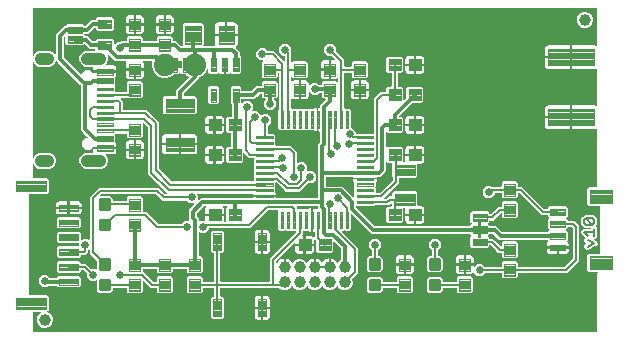
<source format=gtl>
G04 EAGLE Gerber RS-274X export*
G75*
%MOMM*%
%FSLAX34Y34*%
%LPD*%
%INTop Copper*%
%IPPOS*%
%AMOC8*
5,1,8,0,0,1.08239X$1,22.5*%
G01*
%ADD10C,0.203200*%
%ADD11C,1.000000*%
%ADD12C,0.100000*%
%ADD13C,0.099000*%
%ADD14C,0.098000*%
%ADD15C,0.101600*%
%ADD16C,1.879600*%
%ADD17C,0.096000*%
%ADD18C,0.300000*%
%ADD19C,0.102000*%
%ADD20C,1.000000*%
%ADD21C,0.105000*%
%ADD22C,0.104000*%
%ADD23C,0.100800*%
%ADD24C,0.099059*%
%ADD25C,0.660400*%
%ADD26C,0.304800*%
%ADD27C,0.177800*%

G36*
X492384Y2415D02*
X492384Y2415D01*
X492389Y2414D01*
X492482Y2435D01*
X492576Y2453D01*
X492580Y2456D01*
X492585Y2457D01*
X492663Y2513D01*
X492741Y2566D01*
X492744Y2570D01*
X492748Y2573D01*
X492799Y2655D01*
X492851Y2734D01*
X492851Y2739D01*
X492854Y2744D01*
X492886Y2921D01*
X492886Y51800D01*
X493342Y52255D01*
X493343Y52258D01*
X493345Y52259D01*
X493398Y52340D01*
X493453Y52422D01*
X493453Y52425D01*
X493455Y52427D01*
X493472Y52523D01*
X493490Y52619D01*
X493490Y52622D01*
X493490Y52624D01*
X493469Y52721D01*
X493449Y52815D01*
X493447Y52817D01*
X493447Y52820D01*
X493390Y52900D01*
X493334Y52980D01*
X493332Y52981D01*
X493331Y52983D01*
X493248Y53035D01*
X493165Y53087D01*
X493163Y53088D01*
X493160Y53089D01*
X492983Y53121D01*
X486034Y53121D01*
X484711Y54444D01*
X484711Y67356D01*
X486034Y68679D01*
X495300Y68679D01*
X495305Y68680D01*
X495310Y68679D01*
X495403Y68700D01*
X495497Y68718D01*
X495501Y68721D01*
X495506Y68722D01*
X495584Y68778D01*
X495662Y68831D01*
X495665Y68835D01*
X495669Y68838D01*
X495720Y68920D01*
X495772Y68999D01*
X495772Y69004D01*
X495775Y69009D01*
X495807Y69186D01*
X495807Y108614D01*
X495806Y108619D01*
X495807Y108624D01*
X495786Y108717D01*
X495768Y108811D01*
X495765Y108815D01*
X495764Y108820D01*
X495709Y108897D01*
X495655Y108976D01*
X495651Y108979D01*
X495648Y108983D01*
X495566Y109034D01*
X495487Y109086D01*
X495482Y109086D01*
X495477Y109089D01*
X495300Y109121D01*
X486034Y109121D01*
X484711Y110444D01*
X484711Y123356D01*
X486034Y124679D01*
X492983Y124679D01*
X492986Y124679D01*
X492988Y124679D01*
X493084Y124699D01*
X493180Y124718D01*
X493182Y124720D01*
X493184Y124720D01*
X493265Y124776D01*
X493345Y124831D01*
X493347Y124833D01*
X493349Y124835D01*
X493402Y124918D01*
X493455Y124999D01*
X493455Y125002D01*
X493457Y125004D01*
X493473Y125100D01*
X493490Y125196D01*
X493490Y125199D01*
X493490Y125201D01*
X493468Y125296D01*
X493447Y125392D01*
X493445Y125394D01*
X493445Y125397D01*
X493342Y125545D01*
X492886Y126000D01*
X492886Y174050D01*
X492879Y174087D01*
X492881Y174124D01*
X492859Y174184D01*
X492847Y174247D01*
X492826Y174278D01*
X492813Y174313D01*
X492770Y174360D01*
X492734Y174413D01*
X492703Y174433D01*
X492677Y174461D01*
X492619Y174487D01*
X492566Y174522D01*
X492529Y174529D01*
X492495Y174544D01*
X492432Y174546D01*
X492369Y174558D01*
X492332Y174549D01*
X492295Y174551D01*
X492225Y174526D01*
X492173Y174514D01*
X492153Y174500D01*
X492125Y174490D01*
X491828Y174318D01*
X491049Y174109D01*
X472185Y174109D01*
X472185Y183642D01*
X472184Y183647D01*
X472185Y183652D01*
X472164Y183745D01*
X472146Y183838D01*
X472143Y183843D01*
X472141Y183848D01*
X472086Y183926D01*
X472033Y184004D01*
X472029Y184007D01*
X472025Y184011D01*
X471944Y184062D01*
X471865Y184113D01*
X471860Y184114D01*
X471855Y184117D01*
X471678Y184149D01*
X471169Y184149D01*
X471169Y184151D01*
X471678Y184151D01*
X471683Y184152D01*
X471688Y184151D01*
X471781Y184172D01*
X471874Y184190D01*
X471879Y184193D01*
X471884Y184195D01*
X471962Y184250D01*
X472040Y184303D01*
X472043Y184307D01*
X472047Y184311D01*
X472098Y184392D01*
X472149Y184471D01*
X472150Y184476D01*
X472153Y184481D01*
X472185Y184658D01*
X472185Y194191D01*
X491049Y194191D01*
X491828Y193982D01*
X492125Y193810D01*
X492161Y193798D01*
X492192Y193778D01*
X492255Y193767D01*
X492315Y193746D01*
X492353Y193749D01*
X492389Y193742D01*
X492452Y193756D01*
X492515Y193761D01*
X492549Y193778D01*
X492585Y193786D01*
X492637Y193823D01*
X492694Y193852D01*
X492718Y193880D01*
X492748Y193902D01*
X492782Y193956D01*
X492823Y194005D01*
X492835Y194041D01*
X492854Y194072D01*
X492867Y194145D01*
X492883Y194196D01*
X492881Y194221D01*
X492886Y194250D01*
X492886Y224850D01*
X492879Y224887D01*
X492881Y224924D01*
X492859Y224984D01*
X492847Y225047D01*
X492826Y225078D01*
X492813Y225113D01*
X492770Y225160D01*
X492734Y225213D01*
X492703Y225233D01*
X492677Y225261D01*
X492619Y225287D01*
X492566Y225322D01*
X492529Y225329D01*
X492495Y225344D01*
X492432Y225346D01*
X492369Y225358D01*
X492332Y225349D01*
X492295Y225351D01*
X492225Y225326D01*
X492173Y225314D01*
X492153Y225300D01*
X492125Y225290D01*
X491828Y225118D01*
X491049Y224909D01*
X472185Y224909D01*
X472185Y234442D01*
X472184Y234447D01*
X472185Y234452D01*
X472164Y234545D01*
X472146Y234638D01*
X472143Y234643D01*
X472141Y234648D01*
X472086Y234726D01*
X472033Y234804D01*
X472029Y234807D01*
X472025Y234811D01*
X471944Y234862D01*
X471865Y234913D01*
X471860Y234914D01*
X471855Y234917D01*
X471678Y234949D01*
X471169Y234949D01*
X471169Y234951D01*
X471678Y234951D01*
X471683Y234952D01*
X471688Y234951D01*
X471781Y234972D01*
X471874Y234990D01*
X471879Y234993D01*
X471884Y234995D01*
X471962Y235050D01*
X472040Y235103D01*
X472043Y235107D01*
X472047Y235111D01*
X472098Y235192D01*
X472149Y235271D01*
X472150Y235276D01*
X472153Y235281D01*
X472185Y235458D01*
X472185Y244991D01*
X491049Y244991D01*
X491828Y244782D01*
X492125Y244610D01*
X492161Y244598D01*
X492192Y244578D01*
X492255Y244567D01*
X492315Y244546D01*
X492353Y244549D01*
X492389Y244542D01*
X492452Y244556D01*
X492515Y244561D01*
X492549Y244578D01*
X492585Y244586D01*
X492637Y244623D01*
X492694Y244652D01*
X492718Y244680D01*
X492748Y244702D01*
X492782Y244756D01*
X492823Y244805D01*
X492835Y244841D01*
X492854Y244872D01*
X492867Y244945D01*
X492883Y244996D01*
X492881Y245021D01*
X492886Y245050D01*
X492886Y276479D01*
X492885Y276484D01*
X492886Y276489D01*
X492865Y276582D01*
X492847Y276676D01*
X492844Y276680D01*
X492843Y276685D01*
X492787Y276763D01*
X492734Y276841D01*
X492730Y276844D01*
X492727Y276848D01*
X492645Y276899D01*
X492566Y276951D01*
X492561Y276951D01*
X492556Y276954D01*
X492379Y276986D01*
X15621Y276986D01*
X15616Y276985D01*
X15611Y276986D01*
X15518Y276965D01*
X15424Y276947D01*
X15420Y276944D01*
X15415Y276943D01*
X15337Y276887D01*
X15259Y276834D01*
X15256Y276830D01*
X15252Y276827D01*
X15201Y276745D01*
X15149Y276666D01*
X15149Y276661D01*
X15146Y276656D01*
X15114Y276479D01*
X15114Y236735D01*
X15114Y236734D01*
X15114Y236733D01*
X15133Y236637D01*
X15153Y236539D01*
X15154Y236538D01*
X15154Y236536D01*
X15210Y236456D01*
X15266Y236373D01*
X15267Y236372D01*
X15268Y236371D01*
X15353Y236316D01*
X15434Y236264D01*
X15435Y236264D01*
X15436Y236263D01*
X15535Y236245D01*
X15631Y236228D01*
X15633Y236228D01*
X15634Y236228D01*
X15730Y236250D01*
X15827Y236272D01*
X15828Y236273D01*
X15829Y236273D01*
X15910Y236331D01*
X15990Y236388D01*
X15991Y236389D01*
X15992Y236390D01*
X16090Y236541D01*
X16503Y237540D01*
X18410Y239447D01*
X19375Y239846D01*
X20599Y240354D01*
X20600Y240354D01*
X20902Y240479D01*
X29598Y240479D01*
X32090Y239447D01*
X33931Y237605D01*
X33934Y237604D01*
X33935Y237602D01*
X34016Y237549D01*
X34098Y237494D01*
X34101Y237494D01*
X34103Y237492D01*
X34199Y237475D01*
X34295Y237457D01*
X34298Y237457D01*
X34300Y237457D01*
X34397Y237478D01*
X34491Y237498D01*
X34493Y237500D01*
X34496Y237500D01*
X34576Y237557D01*
X34656Y237613D01*
X34657Y237615D01*
X34659Y237616D01*
X34711Y237699D01*
X34763Y237782D01*
X34764Y237784D01*
X34765Y237787D01*
X34797Y237964D01*
X34797Y254098D01*
X42066Y261367D01*
X42164Y261367D01*
X42169Y261368D01*
X42174Y261367D01*
X42267Y261388D01*
X42361Y261406D01*
X42365Y261409D01*
X42370Y261410D01*
X42448Y261466D01*
X42526Y261519D01*
X42529Y261523D01*
X42533Y261526D01*
X42556Y261563D01*
X44011Y263018D01*
X57589Y263018D01*
X59051Y261556D01*
X59081Y261512D01*
X59085Y261509D01*
X59088Y261505D01*
X59170Y261454D01*
X59249Y261402D01*
X59254Y261402D01*
X59259Y261399D01*
X59436Y261367D01*
X59636Y261367D01*
X59644Y261368D01*
X59651Y261367D01*
X59741Y261388D01*
X59832Y261406D01*
X59839Y261411D01*
X59847Y261413D01*
X59995Y261515D01*
X64782Y266303D01*
X67914Y266303D01*
X67919Y266304D01*
X67924Y266303D01*
X68017Y266324D01*
X68111Y266342D01*
X68115Y266345D01*
X68120Y266346D01*
X68198Y266402D01*
X68276Y266455D01*
X68279Y266459D01*
X68283Y266462D01*
X68334Y266544D01*
X68386Y266623D01*
X68386Y266628D01*
X68389Y266633D01*
X68421Y266810D01*
X68421Y267432D01*
X69768Y268779D01*
X82632Y268779D01*
X83979Y267432D01*
X83979Y258568D01*
X82632Y257221D01*
X69768Y257221D01*
X68421Y258568D01*
X68421Y259190D01*
X68420Y259195D01*
X68421Y259200D01*
X68400Y259293D01*
X68382Y259387D01*
X68379Y259391D01*
X68378Y259396D01*
X68322Y259474D01*
X68269Y259552D01*
X68265Y259555D01*
X68262Y259559D01*
X68180Y259610D01*
X68101Y259662D01*
X68096Y259662D01*
X68091Y259665D01*
X67914Y259697D01*
X67728Y259697D01*
X67720Y259696D01*
X67713Y259697D01*
X67623Y259676D01*
X67532Y259658D01*
X67525Y259653D01*
X67517Y259651D01*
X67369Y259549D01*
X62582Y254761D01*
X59436Y254761D01*
X59431Y254760D01*
X59426Y254761D01*
X59333Y254740D01*
X59239Y254722D01*
X59235Y254719D01*
X59230Y254718D01*
X59152Y254662D01*
X59074Y254609D01*
X59071Y254605D01*
X59067Y254602D01*
X59044Y254565D01*
X58838Y254359D01*
X58835Y254354D01*
X58830Y254351D01*
X58779Y254271D01*
X58727Y254192D01*
X58726Y254187D01*
X58723Y254182D01*
X58707Y254088D01*
X58689Y253995D01*
X58690Y253990D01*
X58689Y253985D01*
X58711Y253892D01*
X58731Y253799D01*
X58734Y253795D01*
X58735Y253789D01*
X58838Y253641D01*
X59051Y253428D01*
X59081Y253384D01*
X59085Y253381D01*
X59088Y253377D01*
X59170Y253326D01*
X59249Y253274D01*
X59254Y253274D01*
X59259Y253271D01*
X59436Y253239D01*
X61312Y253239D01*
X66099Y248451D01*
X66106Y248447D01*
X66111Y248441D01*
X66189Y248392D01*
X66266Y248340D01*
X66274Y248339D01*
X66281Y248335D01*
X66458Y248303D01*
X67914Y248303D01*
X67919Y248304D01*
X67924Y248303D01*
X68017Y248324D01*
X68111Y248342D01*
X68115Y248345D01*
X68120Y248346D01*
X68198Y248402D01*
X68276Y248455D01*
X68279Y248459D01*
X68283Y248462D01*
X68334Y248544D01*
X68386Y248623D01*
X68386Y248628D01*
X68389Y248633D01*
X68421Y248810D01*
X68421Y249432D01*
X69768Y250779D01*
X82632Y250779D01*
X83979Y249432D01*
X83979Y246313D01*
X83979Y246310D01*
X83979Y246307D01*
X83999Y246213D01*
X84018Y246116D01*
X84020Y246114D01*
X84020Y246111D01*
X84076Y246031D01*
X84131Y245950D01*
X84133Y245949D01*
X84135Y245947D01*
X84219Y245893D01*
X84299Y245841D01*
X84302Y245841D01*
X84304Y245839D01*
X84400Y245823D01*
X84496Y245805D01*
X84499Y245806D01*
X84501Y245806D01*
X84596Y245828D01*
X84692Y245849D01*
X84694Y245851D01*
X84697Y245851D01*
X84845Y245954D01*
X86795Y247905D01*
X89100Y247905D01*
X89108Y247906D01*
X89115Y247905D01*
X89205Y247926D01*
X89296Y247944D01*
X89303Y247949D01*
X89311Y247951D01*
X89459Y248053D01*
X90208Y248803D01*
X94314Y248803D01*
X94319Y248804D01*
X94324Y248803D01*
X94417Y248824D01*
X94511Y248842D01*
X94515Y248845D01*
X94520Y248846D01*
X94598Y248902D01*
X94676Y248955D01*
X94679Y248959D01*
X94683Y248962D01*
X94734Y249044D01*
X94786Y249123D01*
X94786Y249128D01*
X94789Y249133D01*
X94821Y249310D01*
X94821Y251444D01*
X96156Y252779D01*
X107044Y252779D01*
X108379Y251444D01*
X108379Y249310D01*
X108380Y249305D01*
X108379Y249300D01*
X108400Y249207D01*
X108418Y249113D01*
X108421Y249109D01*
X108422Y249104D01*
X108478Y249026D01*
X108531Y248948D01*
X108535Y248945D01*
X108538Y248941D01*
X108620Y248890D01*
X108699Y248838D01*
X108704Y248838D01*
X108709Y248835D01*
X108886Y248803D01*
X119714Y248803D01*
X119719Y248804D01*
X119724Y248803D01*
X119817Y248824D01*
X119911Y248842D01*
X119915Y248845D01*
X119920Y248846D01*
X119998Y248902D01*
X120076Y248955D01*
X120079Y248959D01*
X120083Y248962D01*
X120134Y249044D01*
X120186Y249123D01*
X120186Y249128D01*
X120189Y249133D01*
X120221Y249310D01*
X120221Y251444D01*
X121556Y252779D01*
X132444Y252779D01*
X133779Y251444D01*
X133779Y249310D01*
X133780Y249305D01*
X133779Y249300D01*
X133800Y249207D01*
X133818Y249113D01*
X133821Y249109D01*
X133822Y249104D01*
X133878Y249026D01*
X133931Y248948D01*
X133935Y248945D01*
X133938Y248941D01*
X134020Y248890D01*
X134099Y248838D01*
X134104Y248838D01*
X134109Y248835D01*
X134286Y248803D01*
X136868Y248803D01*
X140919Y244751D01*
X140926Y244747D01*
X140931Y244741D01*
X141009Y244692D01*
X141086Y244640D01*
X141094Y244639D01*
X141101Y244635D01*
X141278Y244603D01*
X142044Y244603D01*
X142047Y244603D01*
X142049Y244603D01*
X142143Y244623D01*
X142241Y244642D01*
X142243Y244644D01*
X142245Y244644D01*
X142325Y244700D01*
X142407Y244755D01*
X142408Y244757D01*
X142410Y244759D01*
X142463Y244842D01*
X142516Y244923D01*
X142516Y244926D01*
X142518Y244928D01*
X142534Y245024D01*
X142551Y245120D01*
X142551Y245123D01*
X142551Y245125D01*
X142529Y245219D01*
X142508Y245316D01*
X142506Y245318D01*
X142506Y245321D01*
X142403Y245469D01*
X142321Y245550D01*
X142321Y262450D01*
X143650Y263779D01*
X158550Y263779D01*
X159879Y262450D01*
X159879Y245550D01*
X159797Y245469D01*
X159796Y245466D01*
X159793Y245465D01*
X159741Y245384D01*
X159686Y245302D01*
X159686Y245299D01*
X159684Y245297D01*
X159667Y245200D01*
X159649Y245105D01*
X159649Y245102D01*
X159649Y245100D01*
X159670Y245003D01*
X159690Y244909D01*
X159692Y244907D01*
X159692Y244904D01*
X159749Y244824D01*
X159804Y244744D01*
X159807Y244743D01*
X159808Y244741D01*
X159892Y244689D01*
X159974Y244637D01*
X159976Y244636D01*
X159978Y244635D01*
X160156Y244603D01*
X169301Y244603D01*
X169338Y244610D01*
X169376Y244608D01*
X169436Y244630D01*
X169498Y244642D01*
X169529Y244664D01*
X169565Y244676D01*
X169611Y244719D01*
X169664Y244755D01*
X169684Y244787D01*
X169712Y244812D01*
X169738Y244870D01*
X169773Y244923D01*
X169780Y244960D01*
X169795Y244994D01*
X169797Y245058D01*
X169809Y245120D01*
X169800Y245157D01*
X169802Y245195D01*
X169784Y245243D01*
X169783Y245256D01*
X169559Y246091D01*
X169559Y252985D01*
X178592Y252985D01*
X178597Y252986D01*
X178602Y252985D01*
X178695Y253006D01*
X178788Y253024D01*
X178793Y253027D01*
X178798Y253028D01*
X178876Y253084D01*
X178954Y253137D01*
X178957Y253141D01*
X178961Y253144D01*
X179012Y253226D01*
X179063Y253305D01*
X179064Y253310D01*
X179067Y253315D01*
X179099Y253492D01*
X179099Y254001D01*
X179101Y254001D01*
X179101Y253492D01*
X179102Y253487D01*
X179101Y253482D01*
X179122Y253389D01*
X179140Y253296D01*
X179143Y253291D01*
X179145Y253286D01*
X179200Y253208D01*
X179253Y253130D01*
X179257Y253127D01*
X179261Y253123D01*
X179342Y253072D01*
X179421Y253021D01*
X179426Y253020D01*
X179431Y253017D01*
X179608Y252985D01*
X188641Y252985D01*
X188641Y246091D01*
X188434Y245320D01*
X188035Y244629D01*
X187471Y244065D01*
X187146Y243877D01*
X187093Y243830D01*
X187034Y243789D01*
X187018Y243764D01*
X186996Y243745D01*
X186965Y243681D01*
X186927Y243620D01*
X186922Y243591D01*
X186909Y243564D01*
X186905Y243493D01*
X186893Y243423D01*
X186900Y243394D01*
X186898Y243364D01*
X186922Y243297D01*
X186939Y243227D01*
X186957Y243201D01*
X186966Y243176D01*
X187001Y243137D01*
X187041Y243079D01*
X188519Y241601D01*
X188520Y241601D01*
X190603Y239518D01*
X190603Y236784D01*
X190604Y236776D01*
X190603Y236768D01*
X190624Y236678D01*
X190642Y236587D01*
X190647Y236581D01*
X190649Y236573D01*
X190751Y236425D01*
X191829Y235348D01*
X191829Y222454D01*
X190497Y221122D01*
X184103Y221122D01*
X183394Y221831D01*
X183335Y221871D01*
X183280Y221917D01*
X183252Y221926D01*
X183227Y221942D01*
X183157Y221956D01*
X183089Y221977D01*
X183059Y221974D01*
X183030Y221980D01*
X182961Y221965D01*
X182889Y221958D01*
X182863Y221944D01*
X182834Y221938D01*
X182776Y221897D01*
X182713Y221864D01*
X182692Y221839D01*
X182670Y221824D01*
X182642Y221780D01*
X182596Y221726D01*
X182484Y221532D01*
X181919Y220967D01*
X181227Y220567D01*
X180455Y220360D01*
X178815Y220360D01*
X178815Y228393D01*
X178814Y228398D01*
X178815Y228403D01*
X178794Y228496D01*
X178776Y228589D01*
X178773Y228594D01*
X178771Y228599D01*
X178716Y228677D01*
X178663Y228755D01*
X178659Y228758D01*
X178655Y228762D01*
X178574Y228813D01*
X178495Y228864D01*
X178490Y228865D01*
X178485Y228868D01*
X178308Y228900D01*
X177292Y228900D01*
X177287Y228899D01*
X177282Y228900D01*
X177189Y228879D01*
X177096Y228861D01*
X177091Y228858D01*
X177086Y228856D01*
X177008Y228801D01*
X176930Y228748D01*
X176927Y228744D01*
X176923Y228740D01*
X176872Y228659D01*
X176821Y228580D01*
X176820Y228575D01*
X176817Y228570D01*
X176785Y228393D01*
X176785Y220360D01*
X175145Y220360D01*
X174373Y220567D01*
X173681Y220967D01*
X173116Y221532D01*
X173004Y221726D01*
X172956Y221780D01*
X172916Y221838D01*
X172891Y221854D01*
X172871Y221877D01*
X172807Y221908D01*
X172747Y221946D01*
X172717Y221951D01*
X172691Y221964D01*
X172619Y221968D01*
X172549Y221980D01*
X172520Y221973D01*
X172491Y221974D01*
X172423Y221950D01*
X172354Y221934D01*
X172328Y221916D01*
X172302Y221907D01*
X172264Y221871D01*
X172206Y221831D01*
X171497Y221122D01*
X165103Y221122D01*
X163771Y222454D01*
X163771Y224296D01*
X163771Y224298D01*
X163771Y224299D01*
X163752Y224394D01*
X163732Y224493D01*
X163731Y224494D01*
X163731Y224495D01*
X163675Y224576D01*
X163619Y224659D01*
X163618Y224659D01*
X163617Y224661D01*
X163532Y224716D01*
X163451Y224768D01*
X163450Y224768D01*
X163449Y224769D01*
X163350Y224786D01*
X163254Y224804D01*
X163252Y224803D01*
X163251Y224803D01*
X163155Y224782D01*
X163058Y224760D01*
X163057Y224759D01*
X163056Y224759D01*
X162975Y224701D01*
X162895Y224644D01*
X162894Y224643D01*
X162893Y224642D01*
X162795Y224491D01*
X161875Y222269D01*
X158731Y219125D01*
X158357Y218970D01*
X157133Y218463D01*
X157132Y218463D01*
X156016Y218000D01*
X156010Y217996D01*
X156004Y217995D01*
X155927Y217940D01*
X155849Y217888D01*
X155846Y217883D01*
X155841Y217879D01*
X155791Y217799D01*
X155739Y217721D01*
X155738Y217714D01*
X155735Y217709D01*
X155703Y217531D01*
X155703Y217072D01*
X143151Y204521D01*
X143147Y204514D01*
X143141Y204509D01*
X143092Y204431D01*
X143040Y204354D01*
X143039Y204346D01*
X143035Y204339D01*
X143003Y204162D01*
X143003Y202586D01*
X143004Y202581D01*
X143003Y202576D01*
X143024Y202483D01*
X143042Y202389D01*
X143045Y202385D01*
X143046Y202380D01*
X143102Y202302D01*
X143155Y202224D01*
X143159Y202221D01*
X143162Y202217D01*
X143244Y202166D01*
X143323Y202114D01*
X143328Y202114D01*
X143333Y202111D01*
X143510Y202079D01*
X152656Y202079D01*
X153979Y200756D01*
X153979Y187844D01*
X152656Y186521D01*
X126744Y186521D01*
X125421Y187844D01*
X125421Y200756D01*
X126744Y202079D01*
X135890Y202079D01*
X135895Y202080D01*
X135900Y202079D01*
X135993Y202100D01*
X136087Y202118D01*
X136091Y202121D01*
X136096Y202122D01*
X136174Y202178D01*
X136252Y202231D01*
X136255Y202235D01*
X136259Y202238D01*
X136310Y202320D01*
X136362Y202399D01*
X136362Y202404D01*
X136365Y202409D01*
X136397Y202586D01*
X136397Y207108D01*
X147190Y217901D01*
X147193Y217904D01*
X147196Y217907D01*
X147248Y217988D01*
X147301Y218068D01*
X147302Y218072D01*
X147304Y218075D01*
X147321Y218171D01*
X147339Y218265D01*
X147338Y218269D01*
X147339Y218273D01*
X147317Y218367D01*
X147297Y218461D01*
X147295Y218464D01*
X147294Y218468D01*
X147238Y218547D01*
X147183Y218626D01*
X147180Y218628D01*
X147177Y218631D01*
X147026Y218728D01*
X146069Y219125D01*
X144871Y220323D01*
X144864Y220327D01*
X144860Y220333D01*
X144781Y220382D01*
X144704Y220434D01*
X144696Y220435D01*
X144690Y220439D01*
X144512Y220471D01*
X141166Y220471D01*
X140059Y221578D01*
X140054Y221581D01*
X140051Y221586D01*
X139971Y221637D01*
X139892Y221689D01*
X139887Y221690D01*
X139882Y221693D01*
X139788Y221709D01*
X139695Y221727D01*
X139690Y221726D01*
X139684Y221727D01*
X139592Y221705D01*
X139499Y221685D01*
X139494Y221682D01*
X139489Y221681D01*
X139341Y221578D01*
X138234Y220471D01*
X134888Y220471D01*
X134880Y220470D01*
X134872Y220471D01*
X134782Y220450D01*
X134691Y220432D01*
X134685Y220427D01*
X134677Y220425D01*
X134529Y220323D01*
X133331Y219125D01*
X132957Y218970D01*
X131733Y218463D01*
X131732Y218463D01*
X130508Y217955D01*
X129283Y217448D01*
X129223Y217423D01*
X124777Y217423D01*
X120669Y219125D01*
X117525Y222269D01*
X115823Y226377D01*
X115823Y230823D01*
X115874Y230946D01*
X115875Y230950D01*
X115877Y230953D01*
X115894Y231048D01*
X115913Y231143D01*
X115912Y231146D01*
X115913Y231150D01*
X115892Y231244D01*
X115872Y231339D01*
X115870Y231342D01*
X115869Y231346D01*
X115813Y231424D01*
X115759Y231504D01*
X115755Y231506D01*
X115753Y231509D01*
X115671Y231560D01*
X115590Y231613D01*
X115586Y231613D01*
X115583Y231615D01*
X115405Y231647D01*
X109192Y231647D01*
X109156Y231640D01*
X109118Y231642D01*
X109058Y231620D01*
X108996Y231608D01*
X108965Y231587D01*
X108930Y231574D01*
X108883Y231531D01*
X108830Y231495D01*
X108810Y231464D01*
X108782Y231438D01*
X108755Y231380D01*
X108721Y231327D01*
X108714Y231290D01*
X108698Y231256D01*
X108696Y231193D01*
X108685Y231130D01*
X108693Y231093D01*
X108692Y231056D01*
X108717Y230986D01*
X108729Y230934D01*
X108743Y230914D01*
X108753Y230886D01*
X108934Y230574D01*
X109141Y229800D01*
X109141Y225415D01*
X102108Y225415D01*
X102103Y225414D01*
X102098Y225415D01*
X102005Y225394D01*
X101912Y225376D01*
X101907Y225373D01*
X101902Y225371D01*
X101824Y225316D01*
X101746Y225263D01*
X101743Y225259D01*
X101739Y225255D01*
X101688Y225174D01*
X101637Y225095D01*
X101636Y225090D01*
X101633Y225085D01*
X101601Y224908D01*
X101601Y224399D01*
X101599Y224399D01*
X101599Y224908D01*
X101598Y224913D01*
X101599Y224918D01*
X101578Y225011D01*
X101560Y225104D01*
X101557Y225109D01*
X101555Y225114D01*
X101500Y225192D01*
X101447Y225270D01*
X101443Y225273D01*
X101439Y225277D01*
X101358Y225328D01*
X101279Y225379D01*
X101274Y225380D01*
X101269Y225383D01*
X101092Y225415D01*
X94059Y225415D01*
X94059Y229800D01*
X94266Y230574D01*
X94447Y230886D01*
X94459Y230922D01*
X94479Y230953D01*
X94491Y231016D01*
X94511Y231076D01*
X94508Y231114D01*
X94515Y231150D01*
X94501Y231213D01*
X94496Y231276D01*
X94479Y231310D01*
X94471Y231346D01*
X94434Y231398D01*
X94405Y231455D01*
X94377Y231479D01*
X94355Y231509D01*
X94301Y231543D01*
X94252Y231584D01*
X94217Y231596D01*
X94185Y231615D01*
X94112Y231628D01*
X94061Y231644D01*
X94036Y231642D01*
X94008Y231647D01*
X84882Y231647D01*
X79610Y236919D01*
X79609Y236920D01*
X79608Y236921D01*
X79526Y236975D01*
X79443Y237030D01*
X79442Y237030D01*
X79441Y237031D01*
X79343Y237049D01*
X79246Y237068D01*
X79245Y237067D01*
X79244Y237068D01*
X79147Y237046D01*
X79050Y237026D01*
X79049Y237025D01*
X79048Y237025D01*
X78967Y236968D01*
X78886Y236912D01*
X78885Y236911D01*
X78884Y236910D01*
X78831Y236825D01*
X78778Y236743D01*
X78778Y236741D01*
X78777Y236740D01*
X78761Y236642D01*
X78744Y236545D01*
X78745Y236544D01*
X78745Y236542D01*
X78783Y236366D01*
X79329Y235048D01*
X79329Y232352D01*
X78297Y229860D01*
X77593Y229157D01*
X77592Y229154D01*
X77590Y229153D01*
X77538Y229073D01*
X77482Y228990D01*
X77482Y228987D01*
X77480Y228985D01*
X77463Y228889D01*
X77445Y228793D01*
X77445Y228790D01*
X77445Y228788D01*
X77466Y228691D01*
X77486Y228597D01*
X77488Y228595D01*
X77488Y228592D01*
X77545Y228512D01*
X77601Y228432D01*
X77603Y228431D01*
X77604Y228429D01*
X77688Y228377D01*
X77770Y228325D01*
X77772Y228324D01*
X77775Y228323D01*
X77952Y228291D01*
X83342Y228291D01*
X84118Y228083D01*
X84813Y227681D01*
X85381Y227113D01*
X85783Y226418D01*
X85991Y225642D01*
X85991Y223765D01*
X76708Y223765D01*
X76703Y223764D01*
X76698Y223765D01*
X76605Y223744D01*
X76512Y223726D01*
X76507Y223723D01*
X76502Y223721D01*
X76424Y223666D01*
X76346Y223613D01*
X76343Y223609D01*
X76339Y223605D01*
X76288Y223524D01*
X76237Y223445D01*
X76236Y223440D01*
X76233Y223435D01*
X76201Y223258D01*
X76201Y222242D01*
X76202Y222237D01*
X76201Y222232D01*
X76222Y222139D01*
X76240Y222046D01*
X76243Y222041D01*
X76245Y222036D01*
X76300Y221958D01*
X76353Y221880D01*
X76357Y221877D01*
X76361Y221873D01*
X76442Y221822D01*
X76521Y221771D01*
X76526Y221770D01*
X76531Y221767D01*
X76708Y221735D01*
X85991Y221735D01*
X85991Y219858D01*
X85783Y219082D01*
X85381Y218387D01*
X85377Y218383D01*
X85373Y218376D01*
X85367Y218372D01*
X85318Y218293D01*
X85266Y218216D01*
X85265Y218208D01*
X85261Y218202D01*
X85229Y218024D01*
X85229Y211803D01*
X84655Y211229D01*
X84652Y211225D01*
X84648Y211222D01*
X84597Y211142D01*
X84544Y211062D01*
X84543Y211057D01*
X84540Y211053D01*
X84524Y210959D01*
X84506Y210865D01*
X84507Y210860D01*
X84506Y210855D01*
X84528Y210762D01*
X84548Y210669D01*
X84551Y210665D01*
X84552Y210660D01*
X84655Y210512D01*
X85229Y209938D01*
X85229Y206175D01*
X85230Y206170D01*
X85229Y206165D01*
X85250Y206072D01*
X85268Y205978D01*
X85271Y205974D01*
X85272Y205969D01*
X85328Y205891D01*
X85381Y205813D01*
X85385Y205810D01*
X85388Y205806D01*
X85470Y205755D01*
X85549Y205703D01*
X85554Y205703D01*
X85559Y205700D01*
X85736Y205668D01*
X94314Y205668D01*
X94319Y205669D01*
X94324Y205668D01*
X94417Y205689D01*
X94511Y205707D01*
X94515Y205710D01*
X94520Y205711D01*
X94598Y205767D01*
X94676Y205820D01*
X94679Y205824D01*
X94683Y205827D01*
X94734Y205909D01*
X94786Y205988D01*
X94786Y205993D01*
X94789Y205998D01*
X94821Y206175D01*
X94821Y213344D01*
X96156Y214679D01*
X107044Y214679D01*
X108379Y213344D01*
X108379Y201456D01*
X107044Y200121D01*
X96156Y200121D01*
X96094Y200184D01*
X96087Y200188D01*
X96083Y200194D01*
X96004Y200244D01*
X95927Y200295D01*
X95919Y200296D01*
X95912Y200300D01*
X95735Y200332D01*
X90415Y200332D01*
X90412Y200332D01*
X90410Y200332D01*
X90315Y200312D01*
X90219Y200293D01*
X90216Y200291D01*
X90214Y200291D01*
X90133Y200235D01*
X90053Y200180D01*
X90051Y200178D01*
X90049Y200176D01*
X89996Y200093D01*
X89944Y200012D01*
X89943Y200009D01*
X89942Y200007D01*
X89925Y199911D01*
X89908Y199815D01*
X89909Y199812D01*
X89908Y199810D01*
X89930Y199715D01*
X89952Y199619D01*
X89953Y199617D01*
X89954Y199614D01*
X90056Y199466D01*
X91568Y197955D01*
X91568Y191175D01*
X91569Y191170D01*
X91568Y191165D01*
X91589Y191071D01*
X91607Y190978D01*
X91610Y190974D01*
X91611Y190969D01*
X91667Y190891D01*
X91720Y190813D01*
X91724Y190810D01*
X91727Y190806D01*
X91809Y190755D01*
X91888Y190703D01*
X91893Y190703D01*
X91898Y190700D01*
X92075Y190668D01*
X111555Y190668D01*
X122048Y180175D01*
X122048Y141015D01*
X122049Y141007D01*
X122048Y141000D01*
X122069Y140910D01*
X122087Y140819D01*
X122092Y140812D01*
X122094Y140804D01*
X122196Y140656D01*
X132836Y130016D01*
X132843Y130012D01*
X132848Y130006D01*
X132926Y129957D01*
X133003Y129905D01*
X133011Y129904D01*
X133018Y129900D01*
X133195Y129868D01*
X201714Y129868D01*
X201719Y129869D01*
X201724Y129868D01*
X201817Y129889D01*
X201911Y129907D01*
X201915Y129910D01*
X201920Y129911D01*
X201998Y129967D01*
X202076Y130020D01*
X202079Y130024D01*
X202083Y130027D01*
X202134Y130109D01*
X202186Y130188D01*
X202186Y130193D01*
X202189Y130198D01*
X202221Y130375D01*
X202221Y134042D01*
X202521Y134341D01*
X202524Y134346D01*
X202528Y134349D01*
X202579Y134429D01*
X202632Y134508D01*
X202633Y134513D01*
X202636Y134518D01*
X202652Y134612D01*
X202670Y134705D01*
X202668Y134710D01*
X202669Y134716D01*
X202648Y134808D01*
X202628Y134901D01*
X202625Y134906D01*
X202624Y134911D01*
X202521Y135059D01*
X202221Y135358D01*
X202221Y139042D01*
X202521Y139341D01*
X202524Y139346D01*
X202528Y139349D01*
X202579Y139429D01*
X202632Y139508D01*
X202633Y139513D01*
X202636Y139518D01*
X202652Y139612D01*
X202670Y139705D01*
X202668Y139710D01*
X202669Y139716D01*
X202648Y139808D01*
X202628Y139901D01*
X202625Y139906D01*
X202624Y139911D01*
X202521Y140059D01*
X202221Y140358D01*
X202221Y144042D01*
X202521Y144341D01*
X202524Y144346D01*
X202528Y144349D01*
X202579Y144429D01*
X202632Y144508D01*
X202633Y144513D01*
X202636Y144518D01*
X202652Y144612D01*
X202670Y144705D01*
X202668Y144710D01*
X202669Y144716D01*
X202648Y144808D01*
X202628Y144901D01*
X202625Y144906D01*
X202624Y144911D01*
X202521Y145059D01*
X202221Y145358D01*
X202221Y149025D01*
X202220Y149030D01*
X202221Y149035D01*
X202200Y149128D01*
X202182Y149222D01*
X202179Y149226D01*
X202178Y149231D01*
X202122Y149309D01*
X202069Y149387D01*
X202065Y149390D01*
X202062Y149394D01*
X201980Y149445D01*
X201901Y149497D01*
X201896Y149497D01*
X201891Y149500D01*
X201714Y149532D01*
X198485Y149532D01*
X194624Y153394D01*
X194445Y153573D01*
X194442Y153574D01*
X194441Y153576D01*
X194360Y153629D01*
X194278Y153684D01*
X194275Y153684D01*
X194273Y153685D01*
X194176Y153703D01*
X194081Y153721D01*
X194078Y153721D01*
X194076Y153721D01*
X193979Y153699D01*
X193885Y153680D01*
X193883Y153678D01*
X193880Y153677D01*
X193800Y153621D01*
X193720Y153565D01*
X193719Y153563D01*
X193717Y153561D01*
X193664Y153478D01*
X193613Y153396D01*
X193612Y153393D01*
X193611Y153391D01*
X193579Y153214D01*
X193579Y146956D01*
X192244Y145621D01*
X180356Y145621D01*
X179021Y146956D01*
X179021Y157844D01*
X180356Y159179D01*
X182490Y159179D01*
X182495Y159180D01*
X182500Y159179D01*
X182593Y159200D01*
X182687Y159218D01*
X182691Y159221D01*
X182696Y159222D01*
X182774Y159278D01*
X182852Y159331D01*
X182855Y159335D01*
X182859Y159338D01*
X182910Y159420D01*
X182962Y159499D01*
X182962Y159504D01*
X182965Y159509D01*
X182997Y159686D01*
X182997Y170514D01*
X182996Y170519D01*
X182997Y170524D01*
X182977Y170617D01*
X182958Y170711D01*
X182955Y170715D01*
X182954Y170720D01*
X182898Y170798D01*
X182845Y170876D01*
X182841Y170879D01*
X182838Y170883D01*
X182756Y170934D01*
X182677Y170986D01*
X182672Y170986D01*
X182667Y170989D01*
X182490Y171021D01*
X180356Y171021D01*
X179021Y172356D01*
X179021Y183244D01*
X180356Y184579D01*
X183490Y184579D01*
X183495Y184580D01*
X183500Y184579D01*
X183593Y184600D01*
X183687Y184618D01*
X183691Y184621D01*
X183696Y184622D01*
X183774Y184678D01*
X183852Y184731D01*
X183855Y184735D01*
X183859Y184738D01*
X183910Y184820D01*
X183962Y184899D01*
X183962Y184904D01*
X183965Y184909D01*
X183997Y185086D01*
X183997Y195016D01*
X183996Y195024D01*
X183997Y195032D01*
X183976Y195122D01*
X183958Y195213D01*
X183953Y195219D01*
X183951Y195227D01*
X183849Y195375D01*
X182771Y196452D01*
X182771Y209346D01*
X184103Y210678D01*
X190497Y210678D01*
X191829Y209346D01*
X191829Y206709D01*
X191830Y206704D01*
X191829Y206699D01*
X191850Y206606D01*
X191868Y206512D01*
X191871Y206508D01*
X191872Y206503D01*
X191928Y206425D01*
X191981Y206347D01*
X191985Y206344D01*
X191988Y206340D01*
X192070Y206289D01*
X192149Y206237D01*
X192154Y206237D01*
X192159Y206234D01*
X192336Y206202D01*
X200051Y206202D01*
X200059Y206203D01*
X200066Y206202D01*
X200156Y206223D01*
X200247Y206241D01*
X200254Y206246D01*
X200262Y206248D01*
X200410Y206350D01*
X204762Y210703D01*
X208614Y210703D01*
X208619Y210704D01*
X208624Y210703D01*
X208717Y210724D01*
X208811Y210742D01*
X208815Y210745D01*
X208820Y210746D01*
X208898Y210802D01*
X208976Y210855D01*
X208979Y210859D01*
X208983Y210862D01*
X209034Y210944D01*
X209086Y211023D01*
X209086Y211028D01*
X209089Y211033D01*
X209121Y211210D01*
X209121Y213344D01*
X210456Y214679D01*
X221344Y214679D01*
X222679Y213344D01*
X222679Y201456D01*
X221344Y200121D01*
X219769Y200121D01*
X219766Y200121D01*
X219763Y200121D01*
X219669Y200101D01*
X219572Y200082D01*
X219570Y200080D01*
X219567Y200080D01*
X219487Y200024D01*
X219406Y199969D01*
X219405Y199967D01*
X219403Y199965D01*
X219349Y199882D01*
X219297Y199801D01*
X219297Y199798D01*
X219295Y199796D01*
X219279Y199700D01*
X219261Y199604D01*
X219262Y199601D01*
X219262Y199599D01*
X219284Y199504D01*
X219305Y199408D01*
X219307Y199406D01*
X219307Y199403D01*
X219410Y199255D01*
X220981Y197685D01*
X220981Y193475D01*
X218005Y190499D01*
X213795Y190499D01*
X210819Y193475D01*
X210819Y197685D01*
X212390Y199255D01*
X212392Y199258D01*
X212394Y199259D01*
X212446Y199340D01*
X212501Y199422D01*
X212502Y199425D01*
X212503Y199427D01*
X212520Y199523D01*
X212539Y199619D01*
X212538Y199622D01*
X212539Y199624D01*
X212517Y199720D01*
X212497Y199815D01*
X212496Y199817D01*
X212495Y199820D01*
X212438Y199900D01*
X212383Y199980D01*
X212381Y199981D01*
X212379Y199983D01*
X212296Y200035D01*
X212214Y200087D01*
X212211Y200088D01*
X212209Y200089D01*
X212031Y200121D01*
X210456Y200121D01*
X209121Y201456D01*
X209121Y203590D01*
X209120Y203595D01*
X209121Y203600D01*
X209100Y203693D01*
X209082Y203787D01*
X209079Y203791D01*
X209078Y203796D01*
X209022Y203874D01*
X208969Y203952D01*
X208965Y203955D01*
X208962Y203959D01*
X208880Y204010D01*
X208801Y204062D01*
X208796Y204062D01*
X208791Y204065D01*
X208614Y204097D01*
X207708Y204097D01*
X207700Y204096D01*
X207693Y204097D01*
X207603Y204076D01*
X207512Y204058D01*
X207505Y204053D01*
X207497Y204051D01*
X207349Y203949D01*
X205080Y201680D01*
X205080Y201679D01*
X202997Y199596D01*
X192336Y199596D01*
X192331Y199595D01*
X192326Y199596D01*
X192233Y199575D01*
X192139Y199557D01*
X192135Y199554D01*
X192130Y199553D01*
X192052Y199497D01*
X191974Y199444D01*
X191971Y199440D01*
X191967Y199437D01*
X191916Y199355D01*
X191864Y199276D01*
X191864Y199271D01*
X191861Y199266D01*
X191829Y199089D01*
X191829Y196429D01*
X191829Y196426D01*
X191829Y196423D01*
X191849Y196329D01*
X191868Y196232D01*
X191870Y196230D01*
X191870Y196227D01*
X191926Y196147D01*
X191981Y196066D01*
X191983Y196065D01*
X191985Y196063D01*
X192068Y196009D01*
X192149Y195957D01*
X192152Y195957D01*
X192154Y195955D01*
X192250Y195939D01*
X192346Y195921D01*
X192349Y195922D01*
X192351Y195922D01*
X192446Y195944D01*
X192542Y195965D01*
X192544Y195967D01*
X192547Y195967D01*
X192695Y196070D01*
X194745Y198121D01*
X198955Y198121D01*
X201931Y195145D01*
X201931Y190935D01*
X201092Y190097D01*
X201090Y190094D01*
X201088Y190093D01*
X201036Y190013D01*
X200981Y189930D01*
X200980Y189927D01*
X200979Y189925D01*
X200962Y189829D01*
X200943Y189733D01*
X200944Y189730D01*
X200943Y189728D01*
X200965Y189631D01*
X200985Y189537D01*
X200986Y189535D01*
X200987Y189532D01*
X201044Y189452D01*
X201099Y189372D01*
X201101Y189371D01*
X201103Y189369D01*
X201186Y189317D01*
X201268Y189265D01*
X201271Y189264D01*
X201273Y189263D01*
X201451Y189231D01*
X205305Y189231D01*
X208281Y186255D01*
X208281Y186211D01*
X208281Y186208D01*
X208281Y186205D01*
X208301Y186109D01*
X208320Y186014D01*
X208322Y186012D01*
X208322Y186009D01*
X208378Y185929D01*
X208433Y185848D01*
X208435Y185847D01*
X208437Y185845D01*
X208520Y185791D01*
X208601Y185739D01*
X208604Y185739D01*
X208606Y185737D01*
X208702Y185721D01*
X208798Y185703D01*
X208801Y185704D01*
X208803Y185704D01*
X208898Y185726D01*
X208994Y185747D01*
X208996Y185749D01*
X208999Y185749D01*
X209147Y185852D01*
X209985Y186691D01*
X214195Y186691D01*
X217171Y183715D01*
X217171Y179505D01*
X214316Y176651D01*
X214312Y176644D01*
X214306Y176640D01*
X214257Y176561D01*
X214205Y176484D01*
X214204Y176476D01*
X214200Y176470D01*
X214168Y176292D01*
X214168Y170886D01*
X214169Y170881D01*
X214168Y170876D01*
X214189Y170783D01*
X214207Y170689D01*
X214210Y170685D01*
X214211Y170680D01*
X214267Y170602D01*
X214320Y170524D01*
X214324Y170521D01*
X214327Y170517D01*
X214409Y170466D01*
X214488Y170414D01*
X214493Y170414D01*
X214498Y170411D01*
X214675Y170379D01*
X219442Y170379D01*
X220779Y169042D01*
X220779Y165358D01*
X220479Y165059D01*
X220476Y165054D01*
X220472Y165051D01*
X220421Y164971D01*
X220368Y164892D01*
X220367Y164887D01*
X220364Y164882D01*
X220348Y164788D01*
X220330Y164695D01*
X220332Y164690D01*
X220331Y164685D01*
X220352Y164592D01*
X220372Y164499D01*
X220375Y164495D01*
X220376Y164489D01*
X220479Y164341D01*
X220779Y164042D01*
X220779Y160375D01*
X220780Y160370D01*
X220779Y160365D01*
X220800Y160272D01*
X220818Y160178D01*
X220821Y160174D01*
X220822Y160169D01*
X220878Y160090D01*
X220931Y160013D01*
X220935Y160010D01*
X220938Y160006D01*
X221020Y159955D01*
X221099Y159903D01*
X221104Y159903D01*
X221109Y159900D01*
X221286Y159868D01*
X233795Y159868D01*
X238888Y154775D01*
X238888Y145698D01*
X238888Y145695D01*
X238888Y145692D01*
X238908Y145596D01*
X238927Y145501D01*
X238929Y145499D01*
X238929Y145496D01*
X238985Y145416D01*
X239040Y145335D01*
X239042Y145334D01*
X239044Y145332D01*
X239127Y145278D01*
X239208Y145226D01*
X239211Y145226D01*
X239213Y145224D01*
X239309Y145208D01*
X239405Y145190D01*
X239408Y145191D01*
X239410Y145191D01*
X239505Y145213D01*
X239601Y145234D01*
X239603Y145236D01*
X239606Y145236D01*
X239754Y145339D01*
X240465Y146051D01*
X244675Y146051D01*
X247651Y143075D01*
X247651Y138938D01*
X247652Y138933D01*
X247651Y138928D01*
X247672Y138835D01*
X247690Y138741D01*
X247693Y138737D01*
X247694Y138732D01*
X247750Y138654D01*
X247803Y138576D01*
X247807Y138573D01*
X247810Y138569D01*
X247892Y138518D01*
X247971Y138466D01*
X247976Y138466D01*
X247981Y138463D01*
X248158Y138431D01*
X252295Y138431D01*
X255271Y135455D01*
X255271Y131245D01*
X252295Y128269D01*
X249092Y128269D01*
X249084Y128268D01*
X249077Y128269D01*
X248987Y128248D01*
X248896Y128230D01*
X248889Y128225D01*
X248881Y128223D01*
X248733Y128121D01*
X241770Y121157D01*
X229451Y121157D01*
X227740Y122869D01*
X221645Y128964D01*
X221642Y128965D01*
X221641Y128967D01*
X221560Y129020D01*
X221478Y129075D01*
X221475Y129075D01*
X221473Y129076D01*
X221377Y129094D01*
X221281Y129112D01*
X221278Y129112D01*
X221276Y129112D01*
X221179Y129091D01*
X221085Y129071D01*
X221083Y129069D01*
X221080Y129068D01*
X221000Y129012D01*
X220920Y128956D01*
X220919Y128954D01*
X220917Y128952D01*
X220865Y128869D01*
X220813Y128787D01*
X220812Y128784D01*
X220811Y128782D01*
X220779Y128605D01*
X220779Y125358D01*
X220479Y125059D01*
X220476Y125054D01*
X220472Y125051D01*
X220421Y124971D01*
X220368Y124892D01*
X220367Y124887D01*
X220364Y124882D01*
X220348Y124788D01*
X220330Y124695D01*
X220332Y124690D01*
X220331Y124685D01*
X220352Y124592D01*
X220372Y124499D01*
X220375Y124495D01*
X220376Y124489D01*
X220479Y124341D01*
X220779Y124042D01*
X220779Y120329D01*
X220780Y120322D01*
X220779Y120314D01*
X220800Y120224D01*
X220818Y120133D01*
X220823Y120126D01*
X220825Y120119D01*
X220927Y119971D01*
X220932Y119965D01*
X221333Y119271D01*
X221541Y118497D01*
X221541Y117899D01*
X211692Y117899D01*
X211687Y117898D01*
X211682Y117899D01*
X211589Y117878D01*
X211500Y117860D01*
X211495Y117864D01*
X211490Y117864D01*
X211485Y117867D01*
X211308Y117899D01*
X201459Y117899D01*
X201459Y118497D01*
X201566Y118894D01*
X201570Y118965D01*
X201583Y119035D01*
X201576Y119064D01*
X201578Y119094D01*
X201555Y119161D01*
X201539Y119231D01*
X201522Y119255D01*
X201512Y119283D01*
X201465Y119336D01*
X201423Y119394D01*
X201398Y119410D01*
X201378Y119432D01*
X201314Y119463D01*
X201253Y119500D01*
X201222Y119506D01*
X201197Y119518D01*
X201145Y119520D01*
X201076Y119532D01*
X154969Y119532D01*
X154966Y119532D01*
X154963Y119532D01*
X154868Y119512D01*
X154772Y119493D01*
X154770Y119491D01*
X154767Y119491D01*
X154688Y119435D01*
X154606Y119380D01*
X154605Y119378D01*
X154603Y119376D01*
X154550Y119293D01*
X154497Y119212D01*
X154497Y119209D01*
X154495Y119207D01*
X154479Y119111D01*
X154461Y119015D01*
X154462Y119012D01*
X154462Y119010D01*
X154484Y118915D01*
X154505Y118819D01*
X154507Y118817D01*
X154507Y118814D01*
X154610Y118666D01*
X154941Y118336D01*
X154941Y114296D01*
X154941Y114293D01*
X154941Y114290D01*
X154961Y114196D01*
X154980Y114099D01*
X154982Y114097D01*
X154982Y114094D01*
X155039Y114013D01*
X155093Y113933D01*
X155095Y113932D01*
X155097Y113930D01*
X155180Y113876D01*
X155261Y113824D01*
X155264Y113824D01*
X155266Y113822D01*
X155362Y113806D01*
X155458Y113788D01*
X155461Y113789D01*
X155463Y113789D01*
X155558Y113811D01*
X155654Y113832D01*
X155656Y113834D01*
X155659Y113834D01*
X155807Y113937D01*
X157372Y115503D01*
X200952Y115503D01*
X200957Y115504D01*
X200962Y115503D01*
X201055Y115524D01*
X201149Y115542D01*
X201153Y115545D01*
X201158Y115546D01*
X201236Y115602D01*
X201314Y115655D01*
X201317Y115659D01*
X201321Y115662D01*
X201372Y115744D01*
X201424Y115823D01*
X201424Y115828D01*
X201427Y115833D01*
X201459Y116010D01*
X201459Y116501D01*
X211308Y116501D01*
X211313Y116502D01*
X211318Y116501D01*
X211411Y116522D01*
X211500Y116540D01*
X211505Y116536D01*
X211510Y116535D01*
X211515Y116533D01*
X211692Y116501D01*
X221541Y116501D01*
X221541Y116010D01*
X221542Y116005D01*
X221541Y116000D01*
X221562Y115907D01*
X221580Y115813D01*
X221583Y115809D01*
X221584Y115804D01*
X221640Y115726D01*
X221693Y115648D01*
X221697Y115645D01*
X221700Y115641D01*
X221782Y115590D01*
X221861Y115538D01*
X221866Y115538D01*
X221871Y115535D01*
X222048Y115503D01*
X256286Y115503D01*
X256291Y115504D01*
X256296Y115503D01*
X256389Y115524D01*
X256483Y115542D01*
X256487Y115545D01*
X256492Y115546D01*
X256570Y115602D01*
X256648Y115655D01*
X256651Y115659D01*
X256655Y115662D01*
X256706Y115744D01*
X256758Y115823D01*
X256758Y115828D01*
X256761Y115833D01*
X256793Y116010D01*
X256793Y161134D01*
X258049Y162389D01*
X258053Y162396D01*
X258059Y162401D01*
X258108Y162479D01*
X258160Y162556D01*
X258161Y162564D01*
X258165Y162571D01*
X258197Y162748D01*
X258197Y171652D01*
X258196Y171657D01*
X258197Y171662D01*
X258176Y171755D01*
X258158Y171849D01*
X258155Y171853D01*
X258154Y171858D01*
X258098Y171936D01*
X258045Y172014D01*
X258041Y172017D01*
X258038Y172021D01*
X257956Y172072D01*
X257877Y172124D01*
X257872Y172124D01*
X257867Y172127D01*
X257690Y172159D01*
X257199Y172159D01*
X257199Y182008D01*
X257198Y182013D01*
X257199Y182018D01*
X257178Y182111D01*
X257160Y182200D01*
X257164Y182205D01*
X257164Y182210D01*
X257167Y182215D01*
X257199Y182392D01*
X257199Y192241D01*
X257690Y192241D01*
X257695Y192242D01*
X257700Y192241D01*
X257793Y192262D01*
X257887Y192280D01*
X257891Y192283D01*
X257896Y192284D01*
X257974Y192340D01*
X258052Y192393D01*
X258055Y192397D01*
X258059Y192400D01*
X258110Y192482D01*
X258162Y192561D01*
X258162Y192566D01*
X258165Y192571D01*
X258197Y192748D01*
X258197Y194288D01*
X263165Y199255D01*
X263166Y199258D01*
X263168Y199259D01*
X263221Y199340D01*
X263276Y199422D01*
X263276Y199425D01*
X263277Y199427D01*
X263295Y199523D01*
X263313Y199619D01*
X263313Y199622D01*
X263313Y199624D01*
X263292Y199720D01*
X263272Y199815D01*
X263270Y199817D01*
X263269Y199820D01*
X263213Y199900D01*
X263157Y199980D01*
X263155Y199981D01*
X263153Y199983D01*
X263071Y200035D01*
X262988Y200087D01*
X262985Y200088D01*
X262983Y200089D01*
X262806Y200121D01*
X261256Y200121D01*
X259921Y201456D01*
X259921Y204470D01*
X259920Y204475D01*
X259921Y204480D01*
X259900Y204573D01*
X259882Y204667D01*
X259879Y204671D01*
X259878Y204676D01*
X259822Y204754D01*
X259769Y204832D01*
X259765Y204835D01*
X259762Y204839D01*
X259680Y204890D01*
X259601Y204942D01*
X259596Y204942D01*
X259591Y204945D01*
X259414Y204977D01*
X258093Y204977D01*
X258085Y204976D01*
X258077Y204977D01*
X257987Y204956D01*
X257896Y204938D01*
X257890Y204933D01*
X257882Y204931D01*
X257734Y204829D01*
X256105Y203199D01*
X251895Y203199D01*
X249707Y205388D01*
X249704Y205390D01*
X249703Y205392D01*
X249621Y205445D01*
X249540Y205499D01*
X249537Y205500D01*
X249535Y205501D01*
X249437Y205519D01*
X249343Y205537D01*
X249340Y205536D01*
X249338Y205537D01*
X249241Y205515D01*
X249147Y205495D01*
X249145Y205494D01*
X249142Y205493D01*
X249062Y205436D01*
X248982Y205381D01*
X248981Y205379D01*
X248978Y205377D01*
X248927Y205294D01*
X248875Y205212D01*
X248874Y205209D01*
X248873Y205207D01*
X248841Y205029D01*
X248841Y202000D01*
X248634Y201226D01*
X248233Y200533D01*
X247667Y199967D01*
X246974Y199566D01*
X246200Y199359D01*
X242315Y199359D01*
X242315Y206892D01*
X242314Y206897D01*
X242315Y206902D01*
X242294Y206995D01*
X242276Y207088D01*
X242273Y207093D01*
X242271Y207098D01*
X242216Y207176D01*
X242163Y207254D01*
X242159Y207257D01*
X242155Y207261D01*
X242074Y207312D01*
X241995Y207363D01*
X241990Y207364D01*
X241985Y207367D01*
X241808Y207399D01*
X240792Y207399D01*
X240787Y207398D01*
X240782Y207399D01*
X240689Y207378D01*
X240596Y207360D01*
X240591Y207357D01*
X240586Y207355D01*
X240508Y207300D01*
X240430Y207247D01*
X240427Y207243D01*
X240423Y207239D01*
X240372Y207158D01*
X240321Y207079D01*
X240320Y207074D01*
X240317Y207069D01*
X240285Y206892D01*
X240285Y199359D01*
X236400Y199359D01*
X235626Y199566D01*
X234929Y199969D01*
X234893Y199981D01*
X234862Y200002D01*
X234799Y200013D01*
X234739Y200033D01*
X234701Y200031D01*
X234665Y200037D01*
X234602Y200023D01*
X234539Y200019D01*
X234506Y200002D01*
X234469Y199994D01*
X234417Y199957D01*
X234360Y199928D01*
X234336Y199899D01*
X234306Y199878D01*
X234272Y199823D01*
X234231Y199775D01*
X234219Y199739D01*
X234200Y199707D01*
X234187Y199634D01*
X234171Y199583D01*
X234173Y199559D01*
X234168Y199530D01*
X234168Y191986D01*
X234169Y191981D01*
X234168Y191976D01*
X234189Y191883D01*
X234207Y191789D01*
X234210Y191785D01*
X234211Y191780D01*
X234267Y191702D01*
X234320Y191624D01*
X234324Y191621D01*
X234327Y191617D01*
X234409Y191566D01*
X234488Y191514D01*
X234493Y191514D01*
X234498Y191511D01*
X234675Y191479D01*
X238342Y191479D01*
X238641Y191179D01*
X238646Y191176D01*
X238649Y191172D01*
X238729Y191121D01*
X238808Y191068D01*
X238813Y191067D01*
X238818Y191064D01*
X238912Y191048D01*
X239005Y191030D01*
X239010Y191032D01*
X239016Y191031D01*
X239108Y191052D01*
X239201Y191072D01*
X239206Y191075D01*
X239211Y191076D01*
X239359Y191179D01*
X239658Y191479D01*
X243342Y191479D01*
X243641Y191179D01*
X243646Y191176D01*
X243649Y191172D01*
X243729Y191121D01*
X243808Y191068D01*
X243813Y191067D01*
X243818Y191064D01*
X243912Y191048D01*
X244005Y191030D01*
X244010Y191032D01*
X244016Y191031D01*
X244108Y191052D01*
X244201Y191072D01*
X244206Y191075D01*
X244211Y191076D01*
X244359Y191179D01*
X244658Y191479D01*
X248342Y191479D01*
X248641Y191179D01*
X248646Y191176D01*
X248649Y191172D01*
X248729Y191121D01*
X248808Y191068D01*
X248813Y191067D01*
X248818Y191064D01*
X248912Y191048D01*
X249005Y191030D01*
X249010Y191032D01*
X249016Y191031D01*
X249108Y191052D01*
X249201Y191072D01*
X249206Y191075D01*
X249211Y191076D01*
X249359Y191179D01*
X249658Y191479D01*
X253371Y191479D01*
X253379Y191480D01*
X253386Y191479D01*
X253476Y191500D01*
X253567Y191518D01*
X253574Y191523D01*
X253582Y191525D01*
X253730Y191627D01*
X253735Y191632D01*
X254429Y192033D01*
X255203Y192241D01*
X255801Y192241D01*
X255801Y182392D01*
X255802Y182387D01*
X255801Y182382D01*
X255822Y182289D01*
X255840Y182200D01*
X255836Y182195D01*
X255835Y182190D01*
X255833Y182185D01*
X255801Y182008D01*
X255801Y172159D01*
X255203Y172159D01*
X254429Y172367D01*
X253735Y172768D01*
X253730Y172773D01*
X253723Y172777D01*
X253718Y172783D01*
X253639Y172832D01*
X253563Y172884D01*
X253555Y172885D01*
X253548Y172889D01*
X253371Y172921D01*
X249658Y172921D01*
X249359Y173221D01*
X249354Y173224D01*
X249351Y173228D01*
X249271Y173279D01*
X249192Y173332D01*
X249187Y173333D01*
X249182Y173336D01*
X249088Y173352D01*
X248995Y173370D01*
X248990Y173368D01*
X248985Y173369D01*
X248892Y173348D01*
X248799Y173328D01*
X248795Y173325D01*
X248789Y173324D01*
X248641Y173221D01*
X248342Y172921D01*
X244658Y172921D01*
X244359Y173221D01*
X244354Y173224D01*
X244351Y173228D01*
X244271Y173279D01*
X244192Y173332D01*
X244187Y173333D01*
X244182Y173336D01*
X244088Y173352D01*
X243995Y173370D01*
X243990Y173368D01*
X243985Y173369D01*
X243892Y173348D01*
X243799Y173328D01*
X243795Y173325D01*
X243789Y173324D01*
X243641Y173221D01*
X243342Y172921D01*
X239658Y172921D01*
X239359Y173221D01*
X239354Y173224D01*
X239351Y173228D01*
X239271Y173279D01*
X239192Y173332D01*
X239187Y173333D01*
X239182Y173336D01*
X239088Y173352D01*
X238995Y173370D01*
X238990Y173368D01*
X238985Y173369D01*
X238892Y173348D01*
X238799Y173328D01*
X238795Y173325D01*
X238789Y173324D01*
X238641Y173221D01*
X238342Y172921D01*
X234658Y172921D01*
X234359Y173221D01*
X234354Y173224D01*
X234351Y173228D01*
X234271Y173279D01*
X234192Y173332D01*
X234187Y173333D01*
X234182Y173336D01*
X234088Y173352D01*
X233995Y173370D01*
X233990Y173368D01*
X233985Y173369D01*
X233892Y173348D01*
X233799Y173328D01*
X233795Y173325D01*
X233789Y173324D01*
X233641Y173221D01*
X233342Y172921D01*
X229658Y172921D01*
X229359Y173221D01*
X229354Y173224D01*
X229351Y173228D01*
X229271Y173279D01*
X229192Y173332D01*
X229187Y173333D01*
X229182Y173336D01*
X229088Y173352D01*
X228995Y173370D01*
X228990Y173368D01*
X228985Y173369D01*
X228892Y173348D01*
X228799Y173328D01*
X228795Y173325D01*
X228789Y173324D01*
X228641Y173221D01*
X228342Y172921D01*
X224658Y172921D01*
X223321Y174258D01*
X223321Y190142D01*
X223684Y190504D01*
X223688Y190510D01*
X223694Y190515D01*
X223743Y190594D01*
X223795Y190671D01*
X223796Y190679D01*
X223800Y190685D01*
X223832Y190863D01*
X223832Y221225D01*
X223831Y221230D01*
X223832Y221235D01*
X223811Y221328D01*
X223793Y221422D01*
X223790Y221426D01*
X223789Y221431D01*
X223733Y221509D01*
X223680Y221587D01*
X223676Y221590D01*
X223673Y221594D01*
X223591Y221645D01*
X223512Y221697D01*
X223507Y221697D01*
X223502Y221700D01*
X223325Y221732D01*
X223186Y221732D01*
X223181Y221731D01*
X223176Y221732D01*
X223083Y221711D01*
X222989Y221693D01*
X222985Y221690D01*
X222980Y221689D01*
X222902Y221633D01*
X222824Y221580D01*
X222821Y221576D01*
X222817Y221573D01*
X222766Y221491D01*
X222714Y221412D01*
X222714Y221407D01*
X222711Y221402D01*
X222679Y221225D01*
X222679Y218456D01*
X221344Y217121D01*
X210456Y217121D01*
X209121Y218456D01*
X209121Y230344D01*
X210321Y231543D01*
X210322Y231546D01*
X210324Y231547D01*
X210376Y231627D01*
X210432Y231710D01*
X210432Y231713D01*
X210434Y231715D01*
X210451Y231811D01*
X210469Y231907D01*
X210469Y231910D01*
X210469Y231912D01*
X210448Y232009D01*
X210428Y232103D01*
X210426Y232105D01*
X210426Y232108D01*
X210369Y232188D01*
X210313Y232268D01*
X210311Y232269D01*
X210310Y232271D01*
X210226Y232324D01*
X210144Y232375D01*
X210142Y232376D01*
X210139Y232377D01*
X209962Y232409D01*
X207445Y232409D01*
X204469Y235385D01*
X204469Y239595D01*
X207445Y242571D01*
X211655Y242571D01*
X213919Y240306D01*
X213926Y240302D01*
X213930Y240296D01*
X214009Y240247D01*
X214086Y240195D01*
X214094Y240194D01*
X214100Y240190D01*
X214278Y240158D01*
X219545Y240158D01*
X227966Y231736D01*
X227969Y231735D01*
X227970Y231733D01*
X228051Y231680D01*
X228133Y231625D01*
X228136Y231625D01*
X228138Y231624D01*
X228234Y231606D01*
X228330Y231588D01*
X228333Y231588D01*
X228335Y231588D01*
X228432Y231609D01*
X228526Y231629D01*
X228528Y231631D01*
X228531Y231632D01*
X228611Y231688D01*
X228691Y231744D01*
X228692Y231746D01*
X228694Y231748D01*
X228745Y231829D01*
X228798Y231913D01*
X228799Y231916D01*
X228800Y231918D01*
X228832Y232095D01*
X228832Y235712D01*
X228831Y235717D01*
X228832Y235722D01*
X228811Y235815D01*
X228793Y235909D01*
X228790Y235913D01*
X228789Y235918D01*
X228733Y235996D01*
X228680Y236074D01*
X228676Y236077D01*
X228673Y236081D01*
X228591Y236132D01*
X228512Y236184D01*
X228507Y236184D01*
X228502Y236187D01*
X228325Y236219D01*
X226495Y236219D01*
X223519Y239195D01*
X223519Y243405D01*
X226495Y246381D01*
X230705Y246381D01*
X233681Y243405D01*
X233681Y240202D01*
X233682Y240194D01*
X233681Y240187D01*
X233702Y240097D01*
X233720Y240006D01*
X233725Y239999D01*
X233727Y239991D01*
X233829Y239843D01*
X234168Y239505D01*
X234168Y231215D01*
X234168Y231212D01*
X234168Y231210D01*
X234188Y231115D01*
X234207Y231018D01*
X234209Y231016D01*
X234209Y231014D01*
X234265Y230933D01*
X234320Y230853D01*
X234322Y230851D01*
X234324Y230849D01*
X234407Y230796D01*
X234488Y230743D01*
X234491Y230743D01*
X234493Y230742D01*
X234589Y230725D01*
X234685Y230708D01*
X234688Y230708D01*
X234690Y230708D01*
X234785Y230730D01*
X234881Y230751D01*
X234883Y230753D01*
X234886Y230754D01*
X235034Y230856D01*
X235856Y231679D01*
X246744Y231679D01*
X248079Y230344D01*
X248079Y218456D01*
X246744Y217121D01*
X235856Y217121D01*
X235034Y217944D01*
X235031Y217945D01*
X235030Y217947D01*
X234950Y217999D01*
X234867Y218055D01*
X234864Y218055D01*
X234862Y218057D01*
X234766Y218074D01*
X234670Y218092D01*
X234667Y218092D01*
X234665Y218092D01*
X234568Y218071D01*
X234474Y218051D01*
X234472Y218049D01*
X234469Y218049D01*
X234389Y217992D01*
X234309Y217936D01*
X234308Y217934D01*
X234306Y217933D01*
X234254Y217849D01*
X234202Y217767D01*
X234201Y217765D01*
X234200Y217762D01*
X234168Y217585D01*
X234168Y215270D01*
X234175Y215233D01*
X234173Y215196D01*
X234195Y215136D01*
X234207Y215073D01*
X234228Y215043D01*
X234241Y215007D01*
X234284Y214960D01*
X234320Y214908D01*
X234351Y214887D01*
X234377Y214860D01*
X234435Y214833D01*
X234488Y214798D01*
X234525Y214792D01*
X234559Y214776D01*
X234622Y214774D01*
X234685Y214763D01*
X234722Y214771D01*
X234759Y214770D01*
X234829Y214795D01*
X234881Y214806D01*
X234901Y214821D01*
X234929Y214831D01*
X235626Y215234D01*
X236400Y215441D01*
X240285Y215441D01*
X240285Y207908D01*
X240286Y207903D01*
X240285Y207898D01*
X240306Y207805D01*
X240324Y207712D01*
X240327Y207707D01*
X240328Y207702D01*
X240384Y207624D01*
X240437Y207546D01*
X240441Y207543D01*
X240444Y207539D01*
X240526Y207488D01*
X240605Y207437D01*
X240610Y207436D01*
X240615Y207433D01*
X240792Y207401D01*
X241808Y207401D01*
X241813Y207402D01*
X241818Y207401D01*
X241911Y207422D01*
X242004Y207440D01*
X242009Y207443D01*
X242014Y207445D01*
X242092Y207500D01*
X242170Y207553D01*
X242173Y207557D01*
X242177Y207561D01*
X242228Y207642D01*
X242279Y207721D01*
X242280Y207726D01*
X242283Y207731D01*
X242315Y207908D01*
X242315Y215441D01*
X246200Y215441D01*
X246974Y215234D01*
X247667Y214833D01*
X248233Y214267D01*
X248634Y213574D01*
X248841Y212800D01*
X248841Y211531D01*
X248841Y211528D01*
X248841Y211525D01*
X248861Y211431D01*
X248880Y211334D01*
X248882Y211332D01*
X248882Y211329D01*
X248938Y211248D01*
X248993Y211168D01*
X248995Y211167D01*
X248997Y211165D01*
X249080Y211111D01*
X249161Y211059D01*
X249164Y211059D01*
X249166Y211057D01*
X249262Y211041D01*
X249358Y211023D01*
X249361Y211024D01*
X249363Y211024D01*
X249458Y211046D01*
X249554Y211067D01*
X249556Y211069D01*
X249559Y211069D01*
X249707Y211172D01*
X251895Y213361D01*
X256105Y213361D01*
X257734Y211731D01*
X257741Y211727D01*
X257745Y211721D01*
X257824Y211671D01*
X257901Y211620D01*
X257909Y211619D01*
X257915Y211615D01*
X258093Y211583D01*
X259414Y211583D01*
X259419Y211584D01*
X259424Y211583D01*
X259517Y211604D01*
X259611Y211622D01*
X259615Y211625D01*
X259620Y211626D01*
X259698Y211682D01*
X259776Y211735D01*
X259779Y211739D01*
X259783Y211742D01*
X259834Y211824D01*
X259886Y211903D01*
X259886Y211908D01*
X259889Y211913D01*
X259921Y212090D01*
X259921Y213344D01*
X261256Y214679D01*
X272144Y214679D01*
X272966Y213856D01*
X272969Y213855D01*
X272970Y213853D01*
X273050Y213801D01*
X273133Y213745D01*
X273136Y213745D01*
X273138Y213743D01*
X273234Y213726D01*
X273330Y213708D01*
X273333Y213708D01*
X273335Y213708D01*
X273432Y213729D01*
X273526Y213749D01*
X273528Y213751D01*
X273531Y213751D01*
X273611Y213808D01*
X273691Y213864D01*
X273692Y213866D01*
X273694Y213867D01*
X273746Y213951D01*
X273798Y214033D01*
X273799Y214035D01*
X273800Y214038D01*
X273832Y214215D01*
X273832Y216530D01*
X273825Y216567D01*
X273827Y216604D01*
X273805Y216664D01*
X273793Y216727D01*
X273772Y216757D01*
X273759Y216793D01*
X273716Y216840D01*
X273680Y216892D01*
X273649Y216913D01*
X273623Y216940D01*
X273565Y216967D01*
X273512Y217002D01*
X273475Y217008D01*
X273441Y217024D01*
X273378Y217026D01*
X273315Y217037D01*
X273278Y217029D01*
X273241Y217030D01*
X273171Y217005D01*
X273119Y216994D01*
X273099Y216979D01*
X273071Y216969D01*
X272374Y216566D01*
X271600Y216359D01*
X267715Y216359D01*
X267715Y223892D01*
X267714Y223897D01*
X267715Y223902D01*
X267694Y223995D01*
X267676Y224088D01*
X267673Y224093D01*
X267671Y224098D01*
X267616Y224176D01*
X267563Y224254D01*
X267559Y224257D01*
X267555Y224261D01*
X267474Y224312D01*
X267395Y224363D01*
X267390Y224364D01*
X267385Y224367D01*
X267208Y224399D01*
X266699Y224399D01*
X266699Y224401D01*
X267208Y224401D01*
X267213Y224402D01*
X267218Y224401D01*
X267311Y224422D01*
X267404Y224440D01*
X267409Y224443D01*
X267414Y224445D01*
X267492Y224500D01*
X267570Y224553D01*
X267573Y224557D01*
X267577Y224561D01*
X267628Y224642D01*
X267679Y224721D01*
X267680Y224726D01*
X267683Y224731D01*
X267715Y224908D01*
X267715Y232441D01*
X270562Y232441D01*
X270565Y232441D01*
X270567Y232441D01*
X270662Y232461D01*
X270758Y232480D01*
X270761Y232482D01*
X270763Y232482D01*
X270844Y232538D01*
X270924Y232593D01*
X270926Y232595D01*
X270928Y232597D01*
X270981Y232680D01*
X271033Y232761D01*
X271034Y232764D01*
X271035Y232766D01*
X271052Y232862D01*
X271069Y232958D01*
X271068Y232961D01*
X271069Y232963D01*
X271047Y233057D01*
X271025Y233154D01*
X271024Y233156D01*
X271023Y233159D01*
X270921Y233307D01*
X268157Y236071D01*
X268150Y236075D01*
X268145Y236081D01*
X268067Y236130D01*
X267990Y236182D01*
X267982Y236183D01*
X267975Y236187D01*
X267798Y236219D01*
X264595Y236219D01*
X261619Y239195D01*
X261619Y243405D01*
X264595Y246381D01*
X268805Y246381D01*
X271781Y243405D01*
X271781Y240202D01*
X271782Y240194D01*
X271781Y240187D01*
X271802Y240097D01*
X271820Y240006D01*
X271825Y239999D01*
X271827Y239991D01*
X271929Y239843D01*
X279168Y232605D01*
X279168Y227575D01*
X279169Y227570D01*
X279168Y227565D01*
X279189Y227472D01*
X279207Y227378D01*
X279210Y227374D01*
X279211Y227369D01*
X279267Y227291D01*
X279320Y227213D01*
X279324Y227210D01*
X279327Y227206D01*
X279409Y227155D01*
X279488Y227103D01*
X279493Y227103D01*
X279498Y227100D01*
X279675Y227068D01*
X284814Y227068D01*
X284819Y227069D01*
X284824Y227068D01*
X284917Y227089D01*
X285011Y227107D01*
X285015Y227110D01*
X285020Y227111D01*
X285097Y227166D01*
X285176Y227220D01*
X285179Y227224D01*
X285183Y227227D01*
X285234Y227308D01*
X285286Y227388D01*
X285286Y227393D01*
X285289Y227398D01*
X285321Y227575D01*
X285321Y230344D01*
X286656Y231679D01*
X297544Y231679D01*
X298879Y230344D01*
X298879Y218456D01*
X297544Y217121D01*
X286656Y217121D01*
X285321Y218456D01*
X285321Y221225D01*
X285320Y221230D01*
X285321Y221235D01*
X285300Y221328D01*
X285282Y221422D01*
X285279Y221426D01*
X285278Y221431D01*
X285222Y221509D01*
X285169Y221587D01*
X285165Y221590D01*
X285162Y221594D01*
X285080Y221645D01*
X285001Y221697D01*
X284996Y221697D01*
X284991Y221700D01*
X284814Y221732D01*
X279675Y221732D01*
X279670Y221731D01*
X279665Y221732D01*
X279572Y221711D01*
X279478Y221693D01*
X279474Y221690D01*
X279469Y221689D01*
X279391Y221633D01*
X279313Y221580D01*
X279310Y221576D01*
X279306Y221573D01*
X279255Y221491D01*
X279203Y221412D01*
X279203Y221407D01*
X279200Y221402D01*
X279168Y221225D01*
X279168Y191986D01*
X279169Y191981D01*
X279168Y191976D01*
X279189Y191883D01*
X279207Y191789D01*
X279210Y191785D01*
X279211Y191780D01*
X279267Y191702D01*
X279320Y191624D01*
X279324Y191621D01*
X279327Y191617D01*
X279409Y191566D01*
X279488Y191514D01*
X279493Y191514D01*
X279498Y191511D01*
X279675Y191479D01*
X283342Y191479D01*
X284679Y190142D01*
X284679Y175260D01*
X284680Y175255D01*
X284679Y175250D01*
X284700Y175157D01*
X284718Y175063D01*
X284721Y175059D01*
X284722Y175054D01*
X284778Y174976D01*
X284831Y174898D01*
X284835Y174895D01*
X284838Y174891D01*
X284920Y174840D01*
X284999Y174788D01*
X285004Y174788D01*
X285009Y174785D01*
X285186Y174753D01*
X285891Y174753D01*
X288867Y171777D01*
X288867Y170886D01*
X288868Y170881D01*
X288867Y170876D01*
X288888Y170783D01*
X288907Y170689D01*
X288909Y170685D01*
X288911Y170680D01*
X288966Y170602D01*
X289019Y170524D01*
X289024Y170521D01*
X289027Y170517D01*
X289108Y170466D01*
X289187Y170414D01*
X289192Y170414D01*
X289197Y170411D01*
X289374Y170379D01*
X303784Y170379D01*
X303789Y170380D01*
X303794Y170379D01*
X303887Y170400D01*
X303981Y170418D01*
X303985Y170421D01*
X303990Y170422D01*
X304068Y170478D01*
X304146Y170531D01*
X304149Y170535D01*
X304153Y170538D01*
X304204Y170620D01*
X304256Y170699D01*
X304256Y170704D01*
X304259Y170709D01*
X304291Y170886D01*
X304291Y200114D01*
X310045Y205868D01*
X313914Y205868D01*
X313919Y205869D01*
X313924Y205868D01*
X314017Y205889D01*
X314111Y205907D01*
X314115Y205910D01*
X314120Y205911D01*
X314198Y205967D01*
X314276Y206020D01*
X314279Y206024D01*
X314283Y206027D01*
X314334Y206109D01*
X314386Y206188D01*
X314386Y206193D01*
X314389Y206198D01*
X314421Y206375D01*
X314421Y208644D01*
X315756Y209979D01*
X318525Y209979D01*
X318530Y209980D01*
X318535Y209979D01*
X318628Y210000D01*
X318722Y210018D01*
X318726Y210021D01*
X318731Y210022D01*
X318809Y210078D01*
X318887Y210131D01*
X318890Y210135D01*
X318894Y210138D01*
X318945Y210220D01*
X318997Y210299D01*
X318997Y210304D01*
X319000Y210309D01*
X319032Y210486D01*
X319032Y221314D01*
X319031Y221319D01*
X319032Y221324D01*
X319012Y221417D01*
X318993Y221511D01*
X318990Y221515D01*
X318989Y221520D01*
X318933Y221598D01*
X318880Y221676D01*
X318876Y221679D01*
X318873Y221683D01*
X318791Y221734D01*
X318712Y221786D01*
X318707Y221786D01*
X318702Y221789D01*
X318525Y221821D01*
X315756Y221821D01*
X314421Y223156D01*
X314421Y234044D01*
X315756Y235379D01*
X327644Y235379D01*
X328979Y234044D01*
X328979Y223156D01*
X327644Y221821D01*
X324875Y221821D01*
X324870Y221820D01*
X324865Y221821D01*
X324772Y221800D01*
X324678Y221782D01*
X324674Y221779D01*
X324669Y221778D01*
X324591Y221722D01*
X324513Y221669D01*
X324510Y221665D01*
X324506Y221662D01*
X324455Y221580D01*
X324403Y221501D01*
X324403Y221496D01*
X324400Y221491D01*
X324368Y221314D01*
X324368Y210486D01*
X324369Y210481D01*
X324368Y210476D01*
X324389Y210383D01*
X324407Y210289D01*
X324410Y210285D01*
X324411Y210280D01*
X324467Y210202D01*
X324520Y210124D01*
X324524Y210121D01*
X324527Y210117D01*
X324609Y210066D01*
X324688Y210014D01*
X324693Y210014D01*
X324698Y210011D01*
X324875Y209979D01*
X327644Y209979D01*
X328979Y208644D01*
X328979Y199374D01*
X328979Y199372D01*
X328979Y199369D01*
X328999Y199274D01*
X329018Y199178D01*
X329020Y199175D01*
X329020Y199173D01*
X329076Y199092D01*
X329131Y199012D01*
X329133Y199010D01*
X329135Y199008D01*
X329218Y198955D01*
X329299Y198903D01*
X329302Y198902D01*
X329304Y198901D01*
X329400Y198884D01*
X329496Y198867D01*
X329499Y198868D01*
X329501Y198867D01*
X329595Y198889D01*
X329692Y198911D01*
X329694Y198912D01*
X329697Y198913D01*
X329845Y199015D01*
X331273Y200443D01*
X331277Y200450D01*
X331283Y200455D01*
X331332Y200533D01*
X331384Y200610D01*
X331385Y200618D01*
X331389Y200625D01*
X331421Y200802D01*
X331421Y208644D01*
X332756Y209979D01*
X344644Y209979D01*
X345979Y208644D01*
X345979Y197756D01*
X344644Y196421D01*
X336802Y196421D01*
X336794Y196420D01*
X336787Y196421D01*
X336697Y196400D01*
X336606Y196382D01*
X336599Y196377D01*
X336591Y196375D01*
X336443Y196273D01*
X325615Y185445D01*
X325614Y185442D01*
X325612Y185441D01*
X325559Y185360D01*
X325504Y185278D01*
X325504Y185275D01*
X325503Y185273D01*
X325485Y185177D01*
X325467Y185081D01*
X325467Y185078D01*
X325467Y185076D01*
X325488Y184979D01*
X325508Y184885D01*
X325510Y184883D01*
X325511Y184880D01*
X325567Y184800D01*
X325623Y184720D01*
X325625Y184719D01*
X325627Y184717D01*
X325709Y184665D01*
X325792Y184613D01*
X325795Y184612D01*
X325797Y184611D01*
X325974Y184579D01*
X327644Y184579D01*
X328979Y183244D01*
X328979Y172356D01*
X327644Y171021D01*
X315756Y171021D01*
X315319Y171459D01*
X315316Y171460D01*
X315315Y171462D01*
X315234Y171515D01*
X315152Y171570D01*
X315149Y171570D01*
X315147Y171572D01*
X315051Y171589D01*
X314955Y171607D01*
X314952Y171607D01*
X314950Y171607D01*
X314853Y171586D01*
X314759Y171566D01*
X314757Y171564D01*
X314754Y171564D01*
X314674Y171507D01*
X314594Y171451D01*
X314593Y171449D01*
X314591Y171448D01*
X314539Y171364D01*
X314487Y171282D01*
X314486Y171280D01*
X314485Y171277D01*
X314453Y171100D01*
X314453Y159100D01*
X314453Y159097D01*
X314453Y159095D01*
X314473Y159000D01*
X314492Y158903D01*
X314494Y158901D01*
X314494Y158899D01*
X314550Y158818D01*
X314605Y158738D01*
X314607Y158736D01*
X314609Y158734D01*
X314692Y158681D01*
X314773Y158628D01*
X314776Y158628D01*
X314778Y158627D01*
X314874Y158610D01*
X314970Y158593D01*
X314973Y158593D01*
X314975Y158593D01*
X315070Y158615D01*
X315166Y158636D01*
X315168Y158638D01*
X315171Y158639D01*
X315319Y158741D01*
X315756Y159179D01*
X327644Y159179D01*
X328979Y157844D01*
X328979Y146786D01*
X328980Y146781D01*
X328979Y146776D01*
X329000Y146683D01*
X329018Y146589D01*
X329021Y146585D01*
X329022Y146580D01*
X329078Y146502D01*
X329131Y146424D01*
X329135Y146421D01*
X329138Y146417D01*
X329220Y146366D01*
X329299Y146314D01*
X329304Y146314D01*
X329309Y146311D01*
X329486Y146279D01*
X330325Y146279D01*
X330395Y146293D01*
X330467Y146299D01*
X330493Y146312D01*
X330522Y146318D01*
X330581Y146359D01*
X330644Y146392D01*
X330663Y146414D01*
X330688Y146431D01*
X330727Y146491D01*
X330772Y146546D01*
X330781Y146574D01*
X330797Y146599D01*
X330810Y146669D01*
X330830Y146738D01*
X330828Y146769D01*
X330833Y146796D01*
X330821Y146847D01*
X330815Y146917D01*
X330659Y147500D01*
X330659Y151385D01*
X338192Y151385D01*
X338197Y151386D01*
X338202Y151385D01*
X338295Y151406D01*
X338388Y151424D01*
X338393Y151427D01*
X338398Y151428D01*
X338476Y151484D01*
X338554Y151537D01*
X338557Y151541D01*
X338561Y151544D01*
X338612Y151625D01*
X338663Y151705D01*
X338664Y151710D01*
X338667Y151715D01*
X338699Y151892D01*
X338699Y152401D01*
X338701Y152401D01*
X338701Y151892D01*
X338702Y151887D01*
X338701Y151882D01*
X338722Y151788D01*
X338740Y151696D01*
X338743Y151691D01*
X338745Y151686D01*
X338800Y151608D01*
X338853Y151530D01*
X338857Y151527D01*
X338861Y151523D01*
X338942Y151472D01*
X339021Y151421D01*
X339026Y151420D01*
X339031Y151417D01*
X339208Y151385D01*
X346741Y151385D01*
X346741Y147500D01*
X346534Y146726D01*
X346133Y146033D01*
X345567Y145467D01*
X344874Y145066D01*
X344100Y144859D01*
X341486Y144859D01*
X341481Y144858D01*
X341476Y144859D01*
X341383Y144838D01*
X341289Y144820D01*
X341285Y144817D01*
X341280Y144816D01*
X341202Y144760D01*
X341124Y144707D01*
X341121Y144703D01*
X341117Y144700D01*
X341066Y144618D01*
X341014Y144539D01*
X341014Y144534D01*
X341011Y144529D01*
X340979Y144352D01*
X340979Y134056D01*
X339644Y132721D01*
X325955Y132721D01*
X325950Y132720D01*
X325945Y132721D01*
X325852Y132700D01*
X325758Y132682D01*
X325754Y132679D01*
X325749Y132678D01*
X325671Y132622D01*
X325593Y132569D01*
X325590Y132565D01*
X325586Y132562D01*
X325535Y132480D01*
X325483Y132401D01*
X325483Y132396D01*
X325480Y132391D01*
X325448Y132214D01*
X325448Y128635D01*
X323736Y126924D01*
X312546Y115734D01*
X312545Y115731D01*
X312543Y115730D01*
X312490Y115649D01*
X312435Y115567D01*
X312435Y115564D01*
X312434Y115562D01*
X312416Y115466D01*
X312398Y115370D01*
X312398Y115367D01*
X312398Y115365D01*
X312420Y115267D01*
X312439Y115174D01*
X312441Y115172D01*
X312442Y115169D01*
X312498Y115089D01*
X312554Y115009D01*
X312556Y115008D01*
X312558Y115006D01*
X312640Y114954D01*
X312723Y114902D01*
X312726Y114901D01*
X312728Y114900D01*
X312905Y114868D01*
X314085Y114868D01*
X314093Y114869D01*
X314100Y114868D01*
X314190Y114889D01*
X314281Y114907D01*
X314288Y114912D01*
X314296Y114914D01*
X314444Y115016D01*
X316595Y117168D01*
X318914Y117168D01*
X318919Y117169D01*
X318924Y117168D01*
X319017Y117189D01*
X319111Y117207D01*
X319115Y117210D01*
X319120Y117211D01*
X319198Y117267D01*
X319276Y117320D01*
X319279Y117324D01*
X319283Y117327D01*
X319334Y117409D01*
X319386Y117488D01*
X319386Y117493D01*
X319389Y117498D01*
X319421Y117675D01*
X319421Y119944D01*
X320756Y121279D01*
X339644Y121279D01*
X340979Y119944D01*
X340979Y109648D01*
X340980Y109643D01*
X340979Y109638D01*
X341000Y109545D01*
X341018Y109451D01*
X341021Y109447D01*
X341022Y109442D01*
X341077Y109365D01*
X341131Y109286D01*
X341135Y109283D01*
X341138Y109278D01*
X341220Y109228D01*
X341299Y109176D01*
X341304Y109175D01*
X341309Y109173D01*
X341486Y109141D01*
X344100Y109141D01*
X344874Y108934D01*
X345567Y108533D01*
X346133Y107967D01*
X346534Y107274D01*
X346741Y106500D01*
X346741Y102615D01*
X339208Y102615D01*
X339203Y102614D01*
X339198Y102615D01*
X339105Y102594D01*
X339012Y102576D01*
X339007Y102573D01*
X339002Y102571D01*
X338924Y102516D01*
X338846Y102463D01*
X338843Y102459D01*
X338839Y102455D01*
X338788Y102374D01*
X338737Y102295D01*
X338736Y102290D01*
X338733Y102285D01*
X338701Y102108D01*
X338701Y101599D01*
X338699Y101599D01*
X338699Y102108D01*
X338698Y102113D01*
X338699Y102118D01*
X338678Y102211D01*
X338660Y102304D01*
X338657Y102309D01*
X338655Y102314D01*
X338600Y102392D01*
X338547Y102470D01*
X338543Y102473D01*
X338539Y102477D01*
X338458Y102528D01*
X338379Y102579D01*
X338374Y102580D01*
X338369Y102583D01*
X338192Y102615D01*
X330659Y102615D01*
X330659Y106500D01*
X330815Y107083D01*
X330820Y107154D01*
X330833Y107224D01*
X330826Y107253D01*
X330828Y107283D01*
X330804Y107350D01*
X330789Y107420D01*
X330772Y107444D01*
X330762Y107472D01*
X330714Y107525D01*
X330673Y107583D01*
X330648Y107599D01*
X330628Y107621D01*
X330563Y107652D01*
X330503Y107689D01*
X330471Y107695D01*
X330447Y107707D01*
X330395Y107709D01*
X330325Y107721D01*
X329486Y107721D01*
X329481Y107720D01*
X329476Y107721D01*
X329383Y107700D01*
X329289Y107682D01*
X329285Y107679D01*
X329280Y107678D01*
X329202Y107622D01*
X329124Y107569D01*
X329121Y107565D01*
X329117Y107562D01*
X329066Y107480D01*
X329014Y107401D01*
X329014Y107396D01*
X329011Y107391D01*
X328979Y107214D01*
X328979Y96156D01*
X327644Y94821D01*
X315756Y94821D01*
X314421Y96156D01*
X314421Y107044D01*
X315756Y108379D01*
X318525Y108379D01*
X318530Y108380D01*
X318535Y108379D01*
X318628Y108400D01*
X318722Y108418D01*
X318726Y108421D01*
X318731Y108422D01*
X318809Y108478D01*
X318887Y108531D01*
X318890Y108535D01*
X318894Y108538D01*
X318945Y108620D01*
X318997Y108699D01*
X318997Y108704D01*
X319000Y108709D01*
X319032Y108886D01*
X319032Y110835D01*
X319032Y110838D01*
X319032Y110840D01*
X319012Y110935D01*
X318993Y111031D01*
X318991Y111034D01*
X318991Y111036D01*
X318935Y111116D01*
X318880Y111197D01*
X318878Y111199D01*
X318876Y111201D01*
X318793Y111254D01*
X318712Y111306D01*
X318709Y111307D01*
X318707Y111308D01*
X318611Y111325D01*
X318515Y111342D01*
X318512Y111341D01*
X318510Y111342D01*
X318415Y111320D01*
X318319Y111298D01*
X318317Y111297D01*
X318314Y111296D01*
X318166Y111194D01*
X316505Y109532D01*
X305163Y109532D01*
X305155Y109531D01*
X305147Y109532D01*
X305057Y109511D01*
X304966Y109493D01*
X304960Y109488D01*
X304952Y109486D01*
X304804Y109384D01*
X304442Y109021D01*
X289501Y109021D01*
X289496Y109020D01*
X289491Y109021D01*
X289398Y109000D01*
X289304Y108982D01*
X289300Y108979D01*
X289295Y108978D01*
X289217Y108922D01*
X289139Y108869D01*
X289136Y108865D01*
X289132Y108862D01*
X289081Y108780D01*
X289029Y108701D01*
X289029Y108696D01*
X289026Y108691D01*
X288994Y108514D01*
X288994Y108317D01*
X288995Y108309D01*
X288994Y108302D01*
X289015Y108212D01*
X289033Y108121D01*
X289038Y108114D01*
X289040Y108106D01*
X289142Y107958D01*
X304749Y92351D01*
X304756Y92347D01*
X304761Y92341D01*
X304839Y92292D01*
X304916Y92240D01*
X304924Y92239D01*
X304931Y92235D01*
X305108Y92203D01*
X385064Y92203D01*
X385069Y92204D01*
X385074Y92203D01*
X385167Y92224D01*
X385261Y92242D01*
X385265Y92245D01*
X385270Y92246D01*
X385348Y92302D01*
X385426Y92355D01*
X385429Y92359D01*
X385433Y92362D01*
X385484Y92444D01*
X385536Y92523D01*
X385536Y92528D01*
X385539Y92533D01*
X385558Y92635D01*
X386671Y93748D01*
X386674Y93753D01*
X386678Y93756D01*
X386729Y93836D01*
X386782Y93915D01*
X386783Y93920D01*
X386786Y93925D01*
X386802Y94019D01*
X386819Y94112D01*
X386818Y94117D01*
X386819Y94123D01*
X386798Y94215D01*
X386778Y94308D01*
X386775Y94313D01*
X386774Y94318D01*
X386671Y94466D01*
X385571Y95565D01*
X385571Y103063D01*
X386903Y104395D01*
X400497Y104395D01*
X401829Y103063D01*
X401829Y102489D01*
X401830Y102484D01*
X401829Y102479D01*
X401850Y102386D01*
X401868Y102292D01*
X401871Y102288D01*
X401872Y102283D01*
X401928Y102205D01*
X401981Y102127D01*
X401985Y102124D01*
X401988Y102120D01*
X402070Y102069D01*
X402149Y102017D01*
X402154Y102017D01*
X402159Y102014D01*
X402336Y101982D01*
X402799Y101982D01*
X402807Y101983D01*
X402814Y101982D01*
X402904Y102003D01*
X402995Y102021D01*
X403002Y102026D01*
X403010Y102028D01*
X403158Y102130D01*
X409495Y108468D01*
X411814Y108468D01*
X411819Y108469D01*
X411824Y108468D01*
X411917Y108489D01*
X412011Y108507D01*
X412015Y108510D01*
X412020Y108511D01*
X412098Y108567D01*
X412176Y108620D01*
X412179Y108624D01*
X412183Y108627D01*
X412234Y108709D01*
X412286Y108788D01*
X412286Y108793D01*
X412289Y108798D01*
X412321Y108975D01*
X412321Y111744D01*
X413656Y113079D01*
X424544Y113079D01*
X425879Y111744D01*
X425879Y99856D01*
X424544Y98521D01*
X413656Y98521D01*
X412321Y99856D01*
X412321Y102524D01*
X412321Y102527D01*
X412321Y102529D01*
X412301Y102624D01*
X412282Y102720D01*
X412280Y102723D01*
X412280Y102725D01*
X412224Y102806D01*
X412169Y102886D01*
X412167Y102888D01*
X412165Y102890D01*
X412082Y102943D01*
X412001Y102995D01*
X411998Y102996D01*
X411996Y102997D01*
X411900Y103014D01*
X411804Y103031D01*
X411801Y103030D01*
X411799Y103031D01*
X411705Y103009D01*
X411608Y102987D01*
X411606Y102986D01*
X411603Y102985D01*
X411455Y102883D01*
X405219Y96646D01*
X402336Y96646D01*
X402331Y96645D01*
X402326Y96646D01*
X402233Y96625D01*
X402139Y96607D01*
X402135Y96604D01*
X402130Y96603D01*
X402052Y96547D01*
X401974Y96494D01*
X401971Y96490D01*
X401967Y96487D01*
X401916Y96405D01*
X401864Y96326D01*
X401864Y96321D01*
X401861Y96316D01*
X401829Y96139D01*
X401829Y95565D01*
X400729Y94466D01*
X400726Y94461D01*
X400722Y94458D01*
X400671Y94378D01*
X400618Y94299D01*
X400617Y94294D01*
X400614Y94289D01*
X400598Y94195D01*
X400581Y94102D01*
X400582Y94097D01*
X400581Y94092D01*
X400602Y93999D01*
X400622Y93906D01*
X400625Y93901D01*
X400626Y93896D01*
X400729Y93748D01*
X401843Y92634D01*
X401850Y92607D01*
X401868Y92513D01*
X401871Y92509D01*
X401872Y92504D01*
X401928Y92426D01*
X401981Y92348D01*
X401985Y92345D01*
X401988Y92341D01*
X402070Y92290D01*
X402149Y92238D01*
X402154Y92238D01*
X402159Y92235D01*
X402336Y92203D01*
X407768Y92203D01*
X412619Y87351D01*
X412626Y87347D01*
X412631Y87341D01*
X412709Y87292D01*
X412786Y87240D01*
X412794Y87239D01*
X412801Y87235D01*
X412978Y87203D01*
X450866Y87203D01*
X450874Y87204D01*
X450881Y87203D01*
X450971Y87224D01*
X451062Y87242D01*
X451069Y87247D01*
X451077Y87249D01*
X451225Y87351D01*
X452415Y88541D01*
X452417Y88546D01*
X452422Y88549D01*
X452473Y88629D01*
X452526Y88708D01*
X452527Y88713D01*
X452529Y88718D01*
X452545Y88812D01*
X452563Y88905D01*
X452562Y88910D01*
X452563Y88915D01*
X452541Y89007D01*
X452522Y89101D01*
X452519Y89106D01*
X452517Y89111D01*
X452415Y89259D01*
X451211Y90462D01*
X451211Y97338D01*
X452415Y98541D01*
X452417Y98546D01*
X452422Y98549D01*
X452473Y98629D01*
X452526Y98708D01*
X452527Y98713D01*
X452529Y98718D01*
X452545Y98812D01*
X452563Y98905D01*
X452562Y98910D01*
X452563Y98915D01*
X452541Y99008D01*
X452522Y99101D01*
X452519Y99106D01*
X452517Y99111D01*
X452415Y99259D01*
X451211Y100462D01*
X451211Y100725D01*
X451210Y100730D01*
X451211Y100735D01*
X451190Y100828D01*
X451172Y100922D01*
X451169Y100926D01*
X451168Y100931D01*
X451112Y101009D01*
X451059Y101087D01*
X451055Y101090D01*
X451052Y101094D01*
X450970Y101145D01*
X450891Y101197D01*
X450886Y101197D01*
X450881Y101200D01*
X450704Y101232D01*
X446175Y101232D01*
X444464Y102943D01*
X444464Y102944D01*
X427424Y119984D01*
X427417Y119988D01*
X427412Y119994D01*
X427334Y120043D01*
X427257Y120095D01*
X427249Y120096D01*
X427242Y120100D01*
X427065Y120132D01*
X426386Y120132D01*
X426381Y120131D01*
X426376Y120132D01*
X426283Y120111D01*
X426189Y120093D01*
X426185Y120090D01*
X426180Y120089D01*
X426102Y120033D01*
X426024Y119980D01*
X426021Y119976D01*
X426017Y119973D01*
X425966Y119891D01*
X425914Y119812D01*
X425914Y119807D01*
X425911Y119802D01*
X425879Y119625D01*
X425879Y116856D01*
X424544Y115521D01*
X413656Y115521D01*
X412321Y116856D01*
X412321Y119625D01*
X412320Y119630D01*
X412321Y119635D01*
X412300Y119728D01*
X412282Y119822D01*
X412279Y119826D01*
X412278Y119831D01*
X412222Y119909D01*
X412169Y119987D01*
X412165Y119990D01*
X412162Y119994D01*
X412080Y120045D01*
X412001Y120097D01*
X411996Y120097D01*
X411991Y120100D01*
X411814Y120132D01*
X406908Y120132D01*
X406903Y120131D01*
X406898Y120132D01*
X406805Y120111D01*
X406711Y120093D01*
X406707Y120090D01*
X406702Y120089D01*
X406624Y120033D01*
X406546Y119980D01*
X406543Y119976D01*
X406539Y119973D01*
X406488Y119891D01*
X406436Y119812D01*
X406436Y119807D01*
X406433Y119802D01*
X406401Y119625D01*
X406401Y118545D01*
X403425Y115569D01*
X399215Y115569D01*
X396239Y118545D01*
X396239Y122755D01*
X399215Y125731D01*
X403425Y125731D01*
X403539Y125616D01*
X403546Y125612D01*
X403550Y125606D01*
X403629Y125556D01*
X403706Y125505D01*
X403714Y125504D01*
X403720Y125500D01*
X403898Y125468D01*
X411814Y125468D01*
X411819Y125469D01*
X411824Y125468D01*
X411917Y125489D01*
X412011Y125507D01*
X412015Y125510D01*
X412020Y125511D01*
X412098Y125567D01*
X412176Y125620D01*
X412179Y125624D01*
X412183Y125627D01*
X412234Y125709D01*
X412286Y125788D01*
X412286Y125793D01*
X412289Y125798D01*
X412321Y125975D01*
X412321Y128744D01*
X413656Y130079D01*
X424544Y130079D01*
X425879Y128744D01*
X425879Y125975D01*
X425880Y125970D01*
X425879Y125965D01*
X425900Y125872D01*
X425918Y125778D01*
X425921Y125774D01*
X425922Y125769D01*
X425978Y125691D01*
X426031Y125613D01*
X426035Y125610D01*
X426038Y125606D01*
X426120Y125555D01*
X426199Y125503D01*
X426204Y125503D01*
X426209Y125500D01*
X426386Y125468D01*
X429485Y125468D01*
X431196Y123757D01*
X431196Y123756D01*
X448236Y106716D01*
X448243Y106712D01*
X448248Y106706D01*
X448326Y106657D01*
X448403Y106605D01*
X448411Y106604D01*
X448418Y106600D01*
X448595Y106568D01*
X450704Y106568D01*
X450709Y106569D01*
X450714Y106568D01*
X450807Y106589D01*
X450901Y106607D01*
X450905Y106610D01*
X450910Y106611D01*
X450988Y106667D01*
X451066Y106720D01*
X451069Y106724D01*
X451073Y106727D01*
X451124Y106809D01*
X451176Y106888D01*
X451176Y106893D01*
X451179Y106898D01*
X451211Y107075D01*
X451211Y107338D01*
X452552Y108679D01*
X466928Y108679D01*
X468269Y107338D01*
X468269Y100462D01*
X467065Y99259D01*
X467063Y99254D01*
X467058Y99251D01*
X467007Y99171D01*
X466954Y99092D01*
X466954Y99087D01*
X466951Y99082D01*
X466935Y98988D01*
X466917Y98895D01*
X466918Y98890D01*
X466917Y98884D01*
X466939Y98792D01*
X466958Y98699D01*
X466961Y98694D01*
X466963Y98689D01*
X467065Y98541D01*
X468269Y97338D01*
X468269Y97075D01*
X468270Y97070D01*
X468269Y97065D01*
X468290Y96972D01*
X468308Y96878D01*
X468311Y96874D01*
X468312Y96869D01*
X468368Y96791D01*
X468421Y96713D01*
X468425Y96710D01*
X468428Y96706D01*
X468510Y96655D01*
X468589Y96603D01*
X468594Y96603D01*
X468599Y96600D01*
X468776Y96568D01*
X473625Y96568D01*
X477648Y92545D01*
X477648Y62395D01*
X467585Y52332D01*
X426386Y52332D01*
X426381Y52331D01*
X426376Y52332D01*
X426283Y52311D01*
X426189Y52293D01*
X426185Y52290D01*
X426180Y52289D01*
X426102Y52233D01*
X426024Y52180D01*
X426021Y52176D01*
X426017Y52173D01*
X425966Y52091D01*
X425914Y52012D01*
X425914Y52007D01*
X425911Y52002D01*
X425879Y51825D01*
X425879Y49056D01*
X424544Y47721D01*
X413656Y47721D01*
X412321Y49056D01*
X412321Y51825D01*
X412320Y51830D01*
X412321Y51835D01*
X412300Y51928D01*
X412282Y52022D01*
X412279Y52026D01*
X412278Y52031D01*
X412223Y52109D01*
X412169Y52187D01*
X412165Y52190D01*
X412162Y52194D01*
X412080Y52245D01*
X412001Y52297D01*
X411996Y52297D01*
X411991Y52300D01*
X411814Y52332D01*
X398818Y52332D01*
X398810Y52331D01*
X398802Y52332D01*
X398712Y52311D01*
X398621Y52293D01*
X398615Y52288D01*
X398607Y52286D01*
X398459Y52184D01*
X395805Y49529D01*
X391595Y49529D01*
X388671Y52454D01*
X388667Y52456D01*
X388664Y52461D01*
X388583Y52512D01*
X388504Y52565D01*
X388499Y52565D01*
X388495Y52568D01*
X388401Y52584D01*
X388307Y52602D01*
X388302Y52601D01*
X388297Y52602D01*
X388204Y52580D01*
X388111Y52561D01*
X388107Y52558D01*
X388102Y52556D01*
X387954Y52454D01*
X387367Y51867D01*
X386674Y51466D01*
X385900Y51259D01*
X382015Y51259D01*
X382015Y58285D01*
X388541Y58285D01*
X388541Y57861D01*
X388541Y57858D01*
X388541Y57855D01*
X388561Y57760D01*
X388580Y57664D01*
X388582Y57662D01*
X388582Y57659D01*
X388638Y57579D01*
X388693Y57498D01*
X388695Y57497D01*
X388697Y57495D01*
X388780Y57441D01*
X388861Y57389D01*
X388864Y57389D01*
X388866Y57387D01*
X388962Y57371D01*
X389058Y57353D01*
X389061Y57354D01*
X389063Y57354D01*
X389158Y57376D01*
X389254Y57397D01*
X389256Y57399D01*
X389259Y57399D01*
X389407Y57502D01*
X391595Y59691D01*
X395805Y59691D01*
X397679Y57816D01*
X397686Y57812D01*
X397690Y57806D01*
X397769Y57757D01*
X397846Y57705D01*
X397854Y57704D01*
X397860Y57700D01*
X398038Y57668D01*
X411814Y57668D01*
X411819Y57669D01*
X411824Y57668D01*
X411917Y57689D01*
X412011Y57707D01*
X412015Y57710D01*
X412020Y57711D01*
X412098Y57767D01*
X412176Y57820D01*
X412179Y57824D01*
X412183Y57827D01*
X412234Y57909D01*
X412286Y57988D01*
X412286Y57993D01*
X412289Y57998D01*
X412321Y58175D01*
X412321Y60944D01*
X413656Y62279D01*
X424544Y62279D01*
X425879Y60944D01*
X425879Y58175D01*
X425880Y58170D01*
X425879Y58165D01*
X425900Y58072D01*
X425918Y57978D01*
X425921Y57974D01*
X425922Y57969D01*
X425978Y57891D01*
X426031Y57813D01*
X426035Y57810D01*
X426038Y57806D01*
X426120Y57755D01*
X426199Y57703D01*
X426204Y57703D01*
X426209Y57700D01*
X426386Y57668D01*
X465165Y57668D01*
X465173Y57669D01*
X465180Y57668D01*
X465270Y57689D01*
X465361Y57707D01*
X465368Y57712D01*
X465376Y57714D01*
X465524Y57816D01*
X472164Y64456D01*
X472168Y64463D01*
X472174Y64468D01*
X472223Y64546D01*
X472275Y64623D01*
X472276Y64631D01*
X472280Y64638D01*
X472312Y64815D01*
X472312Y90125D01*
X472311Y90133D01*
X472312Y90140D01*
X472291Y90230D01*
X472273Y90321D01*
X472268Y90328D01*
X472266Y90336D01*
X472164Y90484D01*
X471564Y91084D01*
X471557Y91088D01*
X471552Y91094D01*
X471474Y91143D01*
X471397Y91195D01*
X471389Y91196D01*
X471382Y91200D01*
X471205Y91232D01*
X468776Y91232D01*
X468771Y91231D01*
X468766Y91232D01*
X468673Y91211D01*
X468579Y91193D01*
X468575Y91190D01*
X468570Y91189D01*
X468492Y91133D01*
X468414Y91080D01*
X468411Y91076D01*
X468407Y91073D01*
X468356Y90991D01*
X468304Y90912D01*
X468304Y90907D01*
X468301Y90902D01*
X468269Y90725D01*
X468269Y90462D01*
X467065Y89259D01*
X467063Y89254D01*
X467058Y89251D01*
X467007Y89171D01*
X466954Y89092D01*
X466954Y89087D01*
X466951Y89082D01*
X466935Y88988D01*
X466917Y88895D01*
X466918Y88890D01*
X466917Y88884D01*
X466939Y88792D01*
X466958Y88699D01*
X466961Y88694D01*
X466963Y88689D01*
X467065Y88541D01*
X468269Y87338D01*
X468269Y80462D01*
X467550Y79743D01*
X467511Y79684D01*
X467465Y79629D01*
X467456Y79601D01*
X467439Y79576D01*
X467426Y79506D01*
X467404Y79438D01*
X467407Y79409D01*
X467402Y79380D01*
X467416Y79310D01*
X467423Y79239D01*
X467437Y79212D01*
X467443Y79184D01*
X467484Y79125D01*
X467518Y79062D01*
X467542Y79041D01*
X467558Y79019D01*
X467602Y78991D01*
X467655Y78945D01*
X467853Y78831D01*
X468421Y78263D01*
X468823Y77568D01*
X469031Y76792D01*
X469031Y74915D01*
X460248Y74915D01*
X460243Y74914D01*
X460238Y74915D01*
X460145Y74894D01*
X460052Y74876D01*
X460047Y74873D01*
X460042Y74871D01*
X459964Y74816D01*
X459886Y74763D01*
X459883Y74759D01*
X459879Y74755D01*
X459828Y74674D01*
X459777Y74595D01*
X459776Y74590D01*
X459773Y74585D01*
X459741Y74408D01*
X459741Y73899D01*
X459739Y73899D01*
X459739Y74408D01*
X459738Y74413D01*
X459739Y74418D01*
X459718Y74511D01*
X459700Y74604D01*
X459697Y74609D01*
X459695Y74614D01*
X459640Y74692D01*
X459587Y74770D01*
X459583Y74773D01*
X459579Y74777D01*
X459498Y74828D01*
X459419Y74879D01*
X459414Y74880D01*
X459409Y74883D01*
X459232Y74915D01*
X450449Y74915D01*
X450449Y76792D01*
X450657Y77568D01*
X451059Y78263D01*
X451627Y78831D01*
X451825Y78945D01*
X451878Y78993D01*
X451937Y79033D01*
X451953Y79058D01*
X451975Y79078D01*
X452006Y79142D01*
X452045Y79203D01*
X452050Y79232D01*
X452062Y79258D01*
X452066Y79330D01*
X452078Y79400D01*
X452071Y79429D01*
X452073Y79459D01*
X452049Y79526D01*
X452033Y79595D01*
X452014Y79622D01*
X452005Y79647D01*
X451970Y79686D01*
X451930Y79743D01*
X451225Y80449D01*
X451218Y80453D01*
X451213Y80459D01*
X451135Y80508D01*
X451058Y80560D01*
X451050Y80561D01*
X451043Y80565D01*
X450866Y80597D01*
X410032Y80597D01*
X405181Y85449D01*
X405174Y85453D01*
X405169Y85459D01*
X405091Y85508D01*
X405014Y85560D01*
X405006Y85561D01*
X404999Y85565D01*
X404822Y85597D01*
X402336Y85597D01*
X402331Y85596D01*
X402326Y85597D01*
X402233Y85576D01*
X402139Y85558D01*
X402135Y85555D01*
X402130Y85554D01*
X402052Y85498D01*
X401974Y85445D01*
X401971Y85441D01*
X401967Y85438D01*
X401916Y85356D01*
X401864Y85277D01*
X401864Y85272D01*
X401861Y85267D01*
X401842Y85165D01*
X400729Y84052D01*
X400726Y84047D01*
X400722Y84044D01*
X400671Y83964D01*
X400618Y83885D01*
X400617Y83880D01*
X400614Y83875D01*
X400598Y83781D01*
X400581Y83688D01*
X400582Y83683D01*
X400581Y83678D01*
X400603Y83584D01*
X400622Y83492D01*
X400625Y83487D01*
X400626Y83482D01*
X400729Y83334D01*
X401829Y82235D01*
X401829Y81661D01*
X401830Y81656D01*
X401829Y81651D01*
X401850Y81558D01*
X401868Y81464D01*
X401871Y81460D01*
X401872Y81455D01*
X401928Y81377D01*
X401981Y81299D01*
X401985Y81296D01*
X401988Y81292D01*
X402070Y81241D01*
X402149Y81189D01*
X402154Y81189D01*
X402159Y81186D01*
X402336Y81154D01*
X405219Y81154D01*
X406930Y79443D01*
X406930Y79442D01*
X411455Y74917D01*
X411458Y74916D01*
X411459Y74914D01*
X411540Y74861D01*
X411622Y74806D01*
X411625Y74806D01*
X411627Y74805D01*
X411723Y74787D01*
X411819Y74769D01*
X411822Y74769D01*
X411824Y74769D01*
X411921Y74790D01*
X412015Y74810D01*
X412017Y74812D01*
X412020Y74813D01*
X412100Y74869D01*
X412180Y74925D01*
X412181Y74927D01*
X412183Y74929D01*
X412235Y75011D01*
X412287Y75094D01*
X412288Y75097D01*
X412289Y75099D01*
X412321Y75276D01*
X412321Y77944D01*
X413656Y79279D01*
X424544Y79279D01*
X425879Y77944D01*
X425879Y66056D01*
X424544Y64721D01*
X413656Y64721D01*
X412321Y66056D01*
X412321Y68825D01*
X412320Y68830D01*
X412321Y68835D01*
X412300Y68928D01*
X412282Y69022D01*
X412279Y69026D01*
X412278Y69031D01*
X412222Y69109D01*
X412169Y69187D01*
X412165Y69190D01*
X412162Y69194D01*
X412080Y69245D01*
X412001Y69297D01*
X411996Y69297D01*
X411991Y69300D01*
X411814Y69332D01*
X409495Y69332D01*
X407784Y71043D01*
X407784Y71044D01*
X403158Y75670D01*
X403151Y75674D01*
X403146Y75680D01*
X403068Y75729D01*
X402991Y75781D01*
X402983Y75782D01*
X402976Y75786D01*
X402799Y75818D01*
X402336Y75818D01*
X402331Y75817D01*
X402326Y75818D01*
X402233Y75797D01*
X402139Y75779D01*
X402135Y75776D01*
X402130Y75775D01*
X402052Y75719D01*
X401974Y75666D01*
X401971Y75662D01*
X401967Y75659D01*
X401916Y75577D01*
X401864Y75498D01*
X401864Y75493D01*
X401861Y75488D01*
X401829Y75311D01*
X401829Y74737D01*
X400497Y73405D01*
X386903Y73405D01*
X385571Y74737D01*
X385571Y82235D01*
X386671Y83334D01*
X386674Y83339D01*
X386678Y83342D01*
X386729Y83422D01*
X386782Y83501D01*
X386783Y83506D01*
X386786Y83511D01*
X386802Y83604D01*
X386819Y83698D01*
X386818Y83703D01*
X386819Y83709D01*
X386798Y83801D01*
X386778Y83894D01*
X386775Y83899D01*
X386774Y83904D01*
X386671Y84052D01*
X385557Y85166D01*
X385550Y85193D01*
X385532Y85287D01*
X385529Y85291D01*
X385528Y85296D01*
X385472Y85374D01*
X385419Y85452D01*
X385415Y85455D01*
X385412Y85459D01*
X385330Y85510D01*
X385251Y85562D01*
X385246Y85562D01*
X385241Y85565D01*
X385064Y85597D01*
X302162Y85597D01*
X285545Y102215D01*
X285542Y102216D01*
X285541Y102218D01*
X285460Y102271D01*
X285378Y102326D01*
X285375Y102326D01*
X285373Y102327D01*
X285277Y102345D01*
X285181Y102363D01*
X285178Y102363D01*
X285176Y102363D01*
X285079Y102342D01*
X284985Y102322D01*
X284983Y102320D01*
X284980Y102319D01*
X284900Y102263D01*
X284820Y102207D01*
X284819Y102205D01*
X284817Y102203D01*
X284764Y102120D01*
X284713Y102038D01*
X284712Y102035D01*
X284711Y102033D01*
X284679Y101856D01*
X284679Y89258D01*
X283342Y87921D01*
X279658Y87921D01*
X279359Y88221D01*
X279354Y88224D01*
X279351Y88228D01*
X279271Y88279D01*
X279192Y88332D01*
X279187Y88333D01*
X279182Y88336D01*
X279088Y88352D01*
X278995Y88370D01*
X278990Y88368D01*
X278984Y88369D01*
X278892Y88348D01*
X278799Y88328D01*
X278794Y88325D01*
X278789Y88324D01*
X278641Y88221D01*
X278342Y87921D01*
X277756Y87921D01*
X277753Y87921D01*
X277751Y87921D01*
X277656Y87901D01*
X277560Y87882D01*
X277557Y87880D01*
X277555Y87880D01*
X277474Y87824D01*
X277394Y87769D01*
X277392Y87767D01*
X277390Y87765D01*
X277337Y87682D01*
X277285Y87601D01*
X277284Y87598D01*
X277283Y87596D01*
X277266Y87500D01*
X277249Y87404D01*
X277250Y87401D01*
X277249Y87399D01*
X277271Y87305D01*
X277293Y87208D01*
X277294Y87206D01*
X277295Y87203D01*
X277397Y87055D01*
X289246Y75206D01*
X290958Y73495D01*
X290958Y52235D01*
X285933Y47210D01*
X285929Y47205D01*
X285924Y47201D01*
X285874Y47122D01*
X285822Y47043D01*
X285821Y47037D01*
X285817Y47031D01*
X285802Y46938D01*
X285784Y46846D01*
X285786Y46840D01*
X285785Y46833D01*
X285823Y46657D01*
X286179Y45798D01*
X286179Y43102D01*
X285147Y40610D01*
X283240Y38703D01*
X282481Y38389D01*
X281256Y37882D01*
X280748Y37671D01*
X278052Y37671D01*
X275560Y38703D01*
X273653Y40610D01*
X273519Y40935D01*
X273517Y40937D01*
X273517Y40940D01*
X273461Y41021D01*
X273407Y41102D01*
X273405Y41103D01*
X273403Y41105D01*
X273321Y41158D01*
X273239Y41212D01*
X273237Y41212D01*
X273234Y41214D01*
X273138Y41230D01*
X273042Y41248D01*
X273040Y41248D01*
X273037Y41248D01*
X272942Y41227D01*
X272846Y41206D01*
X272844Y41204D01*
X272842Y41204D01*
X272763Y41147D01*
X272682Y41091D01*
X272681Y41088D01*
X272679Y41087D01*
X272581Y40935D01*
X272447Y40610D01*
X270540Y38703D01*
X269781Y38389D01*
X268556Y37882D01*
X268048Y37671D01*
X265352Y37671D01*
X262860Y38703D01*
X260953Y40610D01*
X260819Y40935D01*
X260817Y40937D01*
X260817Y40940D01*
X260761Y41021D01*
X260707Y41102D01*
X260705Y41103D01*
X260703Y41105D01*
X260621Y41158D01*
X260539Y41212D01*
X260537Y41212D01*
X260534Y41214D01*
X260438Y41230D01*
X260342Y41248D01*
X260340Y41248D01*
X260337Y41248D01*
X260242Y41227D01*
X260146Y41206D01*
X260144Y41204D01*
X260142Y41204D01*
X260063Y41147D01*
X259982Y41091D01*
X259981Y41088D01*
X259979Y41087D01*
X259881Y40935D01*
X259747Y40610D01*
X257840Y38703D01*
X257081Y38389D01*
X255856Y37882D01*
X255348Y37671D01*
X252652Y37671D01*
X250160Y38703D01*
X248253Y40610D01*
X248119Y40935D01*
X248117Y40937D01*
X248117Y40940D01*
X248061Y41021D01*
X248007Y41102D01*
X248005Y41103D01*
X248003Y41105D01*
X247921Y41158D01*
X247839Y41212D01*
X247837Y41212D01*
X247834Y41214D01*
X247738Y41230D01*
X247642Y41248D01*
X247640Y41248D01*
X247637Y41248D01*
X247542Y41227D01*
X247446Y41206D01*
X247444Y41204D01*
X247442Y41204D01*
X247363Y41147D01*
X247282Y41091D01*
X247281Y41088D01*
X247279Y41087D01*
X247181Y40935D01*
X247047Y40610D01*
X245140Y38703D01*
X244381Y38389D01*
X243156Y37882D01*
X242648Y37671D01*
X239952Y37671D01*
X237460Y38703D01*
X235553Y40610D01*
X235419Y40935D01*
X235417Y40937D01*
X235417Y40940D01*
X235362Y41020D01*
X235307Y41102D01*
X235305Y41103D01*
X235303Y41105D01*
X235222Y41157D01*
X235139Y41212D01*
X235137Y41212D01*
X235135Y41214D01*
X235038Y41230D01*
X234942Y41248D01*
X234940Y41248D01*
X234937Y41248D01*
X234841Y41226D01*
X234746Y41206D01*
X234744Y41204D01*
X234742Y41204D01*
X234662Y41147D01*
X234582Y41091D01*
X234581Y41088D01*
X234579Y41087D01*
X234481Y40935D01*
X234347Y40610D01*
X232440Y38703D01*
X231681Y38389D01*
X230456Y37882D01*
X229948Y37671D01*
X227252Y37671D01*
X224760Y38703D01*
X223980Y39484D01*
X223973Y39488D01*
X223969Y39494D01*
X223890Y39543D01*
X223813Y39595D01*
X223805Y39596D01*
X223798Y39600D01*
X223621Y39632D01*
X174625Y39632D01*
X174620Y39631D01*
X174615Y39632D01*
X174522Y39611D01*
X174428Y39593D01*
X174424Y39590D01*
X174419Y39589D01*
X174341Y39533D01*
X174263Y39480D01*
X174260Y39476D01*
X174256Y39473D01*
X174205Y39391D01*
X174153Y39312D01*
X174153Y39307D01*
X174150Y39302D01*
X174118Y39125D01*
X174118Y32766D01*
X174119Y32761D01*
X174118Y32756D01*
X174139Y32663D01*
X174157Y32569D01*
X174160Y32565D01*
X174161Y32560D01*
X174217Y32482D01*
X174270Y32404D01*
X174274Y32401D01*
X174277Y32397D01*
X174359Y32346D01*
X174438Y32294D01*
X174443Y32294D01*
X174448Y32291D01*
X174625Y32259D01*
X175707Y32259D01*
X177039Y30927D01*
X177039Y14793D01*
X175707Y13461D01*
X167193Y13461D01*
X165861Y14793D01*
X165861Y30927D01*
X167193Y32259D01*
X168275Y32259D01*
X168280Y32260D01*
X168285Y32259D01*
X168378Y32280D01*
X168472Y32298D01*
X168476Y32301D01*
X168481Y32302D01*
X168559Y32358D01*
X168637Y32411D01*
X168640Y32415D01*
X168644Y32418D01*
X168695Y32500D01*
X168747Y32579D01*
X168747Y32584D01*
X168750Y32589D01*
X168782Y32766D01*
X168782Y39125D01*
X168781Y39130D01*
X168782Y39135D01*
X168761Y39228D01*
X168743Y39322D01*
X168740Y39326D01*
X168739Y39331D01*
X168683Y39409D01*
X168630Y39487D01*
X168626Y39490D01*
X168623Y39494D01*
X168541Y39545D01*
X168462Y39597D01*
X168457Y39597D01*
X168452Y39600D01*
X168275Y39632D01*
X159686Y39632D01*
X159681Y39631D01*
X159676Y39632D01*
X159583Y39611D01*
X159489Y39593D01*
X159485Y39590D01*
X159480Y39589D01*
X159402Y39533D01*
X159324Y39480D01*
X159321Y39476D01*
X159317Y39473D01*
X159266Y39391D01*
X159214Y39312D01*
X159214Y39307D01*
X159211Y39302D01*
X159179Y39125D01*
X159179Y36356D01*
X157844Y35021D01*
X146956Y35021D01*
X145621Y36356D01*
X145621Y48244D01*
X146956Y49579D01*
X157844Y49579D01*
X159179Y48244D01*
X159179Y45475D01*
X159180Y45470D01*
X159179Y45465D01*
X159200Y45372D01*
X159218Y45278D01*
X159221Y45274D01*
X159222Y45269D01*
X159278Y45191D01*
X159331Y45113D01*
X159335Y45110D01*
X159338Y45106D01*
X159420Y45055D01*
X159499Y45003D01*
X159504Y45003D01*
X159509Y45000D01*
X159686Y44968D01*
X168275Y44968D01*
X168280Y44969D01*
X168285Y44968D01*
X168378Y44989D01*
X168472Y45007D01*
X168476Y45010D01*
X168481Y45011D01*
X168559Y45067D01*
X168637Y45120D01*
X168640Y45124D01*
X168644Y45127D01*
X168695Y45209D01*
X168747Y45288D01*
X168747Y45293D01*
X168750Y45298D01*
X168782Y45475D01*
X168782Y68834D01*
X168781Y68839D01*
X168782Y68844D01*
X168761Y68937D01*
X168743Y69031D01*
X168740Y69035D01*
X168739Y69040D01*
X168684Y69117D01*
X168630Y69196D01*
X168626Y69199D01*
X168623Y69203D01*
X168541Y69254D01*
X168462Y69306D01*
X168457Y69306D01*
X168452Y69309D01*
X168275Y69341D01*
X167193Y69341D01*
X165861Y70673D01*
X165861Y86807D01*
X167193Y88139D01*
X175707Y88139D01*
X177039Y86807D01*
X177039Y70673D01*
X175707Y69341D01*
X174625Y69341D01*
X174620Y69340D01*
X174615Y69341D01*
X174522Y69320D01*
X174428Y69302D01*
X174424Y69299D01*
X174419Y69298D01*
X174341Y69242D01*
X174263Y69189D01*
X174260Y69185D01*
X174256Y69182D01*
X174205Y69100D01*
X174153Y69021D01*
X174153Y69016D01*
X174150Y69011D01*
X174118Y68834D01*
X174118Y45475D01*
X174119Y45470D01*
X174118Y45465D01*
X174139Y45372D01*
X174157Y45278D01*
X174160Y45274D01*
X174161Y45269D01*
X174217Y45191D01*
X174270Y45113D01*
X174274Y45110D01*
X174277Y45106D01*
X174359Y45055D01*
X174438Y45003D01*
X174443Y45003D01*
X174448Y45000D01*
X174625Y44968D01*
X215265Y44968D01*
X215270Y44969D01*
X215275Y44968D01*
X215368Y44989D01*
X215462Y45007D01*
X215466Y45010D01*
X215471Y45011D01*
X215549Y45067D01*
X215627Y45120D01*
X215630Y45124D01*
X215634Y45127D01*
X215685Y45209D01*
X215737Y45288D01*
X215737Y45293D01*
X215740Y45298D01*
X215772Y45475D01*
X215772Y64605D01*
X217483Y66316D01*
X217484Y66316D01*
X238223Y87055D01*
X238224Y87058D01*
X238226Y87059D01*
X238279Y87140D01*
X238334Y87222D01*
X238334Y87225D01*
X238335Y87227D01*
X238353Y87323D01*
X238371Y87419D01*
X238371Y87422D01*
X238371Y87424D01*
X238350Y87521D01*
X238330Y87615D01*
X238328Y87617D01*
X238327Y87620D01*
X238271Y87700D01*
X238215Y87780D01*
X238213Y87781D01*
X238211Y87783D01*
X238129Y87835D01*
X238046Y87887D01*
X238043Y87888D01*
X238041Y87889D01*
X237864Y87921D01*
X234658Y87921D01*
X234359Y88221D01*
X234354Y88224D01*
X234351Y88228D01*
X234271Y88279D01*
X234192Y88332D01*
X234187Y88333D01*
X234182Y88336D01*
X234088Y88352D01*
X233995Y88370D01*
X233990Y88368D01*
X233984Y88369D01*
X233892Y88348D01*
X233799Y88328D01*
X233794Y88325D01*
X233789Y88324D01*
X233641Y88221D01*
X233342Y87921D01*
X229658Y87921D01*
X229359Y88221D01*
X229354Y88224D01*
X229351Y88228D01*
X229271Y88279D01*
X229192Y88332D01*
X229187Y88333D01*
X229182Y88336D01*
X229088Y88352D01*
X228995Y88370D01*
X228990Y88368D01*
X228984Y88369D01*
X228892Y88348D01*
X228799Y88328D01*
X228794Y88325D01*
X228789Y88324D01*
X228641Y88221D01*
X228342Y87921D01*
X224658Y87921D01*
X223321Y89258D01*
X223321Y104834D01*
X223320Y104839D01*
X223321Y104844D01*
X223300Y104937D01*
X223282Y105031D01*
X223279Y105035D01*
X223278Y105040D01*
X223222Y105118D01*
X223169Y105196D01*
X223165Y105199D01*
X223162Y105203D01*
X223080Y105254D01*
X223001Y105306D01*
X222996Y105306D01*
X222991Y105309D01*
X222814Y105341D01*
X214734Y105341D01*
X214726Y105340D01*
X214719Y105341D01*
X214629Y105320D01*
X214538Y105302D01*
X214531Y105297D01*
X214523Y105295D01*
X214375Y105193D01*
X199225Y90042D01*
X164592Y90042D01*
X164587Y90041D01*
X164582Y90042D01*
X164489Y90021D01*
X164395Y90003D01*
X164391Y90000D01*
X164386Y89999D01*
X164308Y89943D01*
X164230Y89890D01*
X164227Y89886D01*
X164223Y89883D01*
X164172Y89801D01*
X164120Y89722D01*
X164120Y89717D01*
X164117Y89712D01*
X164085Y89535D01*
X164085Y89335D01*
X161109Y86359D01*
X156899Y86359D01*
X156569Y86690D01*
X156566Y86692D01*
X156565Y86694D01*
X156484Y86746D01*
X156402Y86801D01*
X156399Y86802D01*
X156397Y86803D01*
X156301Y86820D01*
X156205Y86839D01*
X156202Y86838D01*
X156200Y86839D01*
X156103Y86817D01*
X156009Y86797D01*
X156007Y86796D01*
X156004Y86795D01*
X155924Y86738D01*
X155844Y86683D01*
X155843Y86681D01*
X155841Y86679D01*
X155789Y86596D01*
X155737Y86514D01*
X155736Y86511D01*
X155735Y86509D01*
X155703Y86331D01*
X155703Y67086D01*
X155704Y67081D01*
X155703Y67076D01*
X155724Y66983D01*
X155742Y66889D01*
X155745Y66885D01*
X155746Y66880D01*
X155802Y66802D01*
X155855Y66724D01*
X155859Y66721D01*
X155862Y66717D01*
X155944Y66666D01*
X156023Y66614D01*
X156028Y66614D01*
X156033Y66611D01*
X156210Y66579D01*
X157844Y66579D01*
X159179Y65244D01*
X159179Y53356D01*
X157844Y52021D01*
X146956Y52021D01*
X145621Y53356D01*
X145621Y55490D01*
X145620Y55495D01*
X145621Y55500D01*
X145600Y55593D01*
X145582Y55687D01*
X145579Y55691D01*
X145578Y55696D01*
X145522Y55774D01*
X145469Y55852D01*
X145465Y55855D01*
X145462Y55859D01*
X145380Y55910D01*
X145301Y55962D01*
X145296Y55962D01*
X145291Y55965D01*
X145114Y55997D01*
X134286Y55997D01*
X134281Y55996D01*
X134276Y55997D01*
X134183Y55976D01*
X134089Y55958D01*
X134085Y55955D01*
X134080Y55954D01*
X134002Y55898D01*
X133924Y55845D01*
X133921Y55841D01*
X133917Y55838D01*
X133866Y55756D01*
X133814Y55677D01*
X133814Y55672D01*
X133811Y55667D01*
X133779Y55490D01*
X133779Y53356D01*
X132444Y52021D01*
X121556Y52021D01*
X120221Y53356D01*
X120221Y55490D01*
X120220Y55495D01*
X120221Y55500D01*
X120200Y55593D01*
X120182Y55687D01*
X120179Y55691D01*
X120178Y55696D01*
X120122Y55774D01*
X120069Y55852D01*
X120065Y55855D01*
X120062Y55859D01*
X119980Y55910D01*
X119901Y55962D01*
X119896Y55962D01*
X119891Y55965D01*
X119714Y55997D01*
X108886Y55997D01*
X108881Y55996D01*
X108876Y55997D01*
X108783Y55976D01*
X108689Y55958D01*
X108685Y55955D01*
X108680Y55954D01*
X108602Y55898D01*
X108524Y55845D01*
X108521Y55841D01*
X108517Y55838D01*
X108466Y55756D01*
X108414Y55677D01*
X108414Y55672D01*
X108411Y55667D01*
X108379Y55490D01*
X108379Y53642D01*
X108379Y53639D01*
X108379Y53636D01*
X108379Y53634D01*
X108379Y53632D01*
X108400Y53539D01*
X108418Y53445D01*
X108421Y53441D01*
X108422Y53436D01*
X108478Y53358D01*
X108531Y53280D01*
X108535Y53277D01*
X108538Y53273D01*
X108620Y53222D01*
X108699Y53170D01*
X108704Y53170D01*
X108709Y53167D01*
X108793Y53152D01*
X116828Y45116D01*
X116835Y45112D01*
X116839Y45106D01*
X116918Y45057D01*
X116995Y45005D01*
X117003Y45004D01*
X117010Y45000D01*
X117187Y44968D01*
X119714Y44968D01*
X119719Y44969D01*
X119724Y44968D01*
X119817Y44989D01*
X119911Y45007D01*
X119915Y45010D01*
X119920Y45011D01*
X119998Y45067D01*
X120076Y45120D01*
X120079Y45124D01*
X120083Y45127D01*
X120134Y45209D01*
X120186Y45288D01*
X120186Y45293D01*
X120189Y45298D01*
X120221Y45475D01*
X120221Y48244D01*
X121556Y49579D01*
X132444Y49579D01*
X133779Y48244D01*
X133779Y36356D01*
X132444Y35021D01*
X121556Y35021D01*
X120221Y36356D01*
X120221Y39125D01*
X120220Y39130D01*
X120221Y39135D01*
X120200Y39228D01*
X120182Y39322D01*
X120179Y39326D01*
X120178Y39331D01*
X120122Y39409D01*
X120069Y39487D01*
X120065Y39490D01*
X120062Y39494D01*
X119980Y39545D01*
X119901Y39597D01*
X119896Y39597D01*
X119891Y39600D01*
X119714Y39632D01*
X114767Y39632D01*
X109245Y45154D01*
X109242Y45156D01*
X109241Y45158D01*
X109160Y45210D01*
X109078Y45265D01*
X109075Y45266D01*
X109073Y45267D01*
X108977Y45284D01*
X108881Y45303D01*
X108878Y45302D01*
X108876Y45303D01*
X108779Y45281D01*
X108685Y45261D01*
X108683Y45260D01*
X108680Y45259D01*
X108600Y45203D01*
X108520Y45147D01*
X108519Y45145D01*
X108517Y45143D01*
X108465Y45060D01*
X108413Y44978D01*
X108412Y44975D01*
X108411Y44973D01*
X108379Y44796D01*
X108379Y36356D01*
X107044Y35021D01*
X96156Y35021D01*
X94821Y36356D01*
X94821Y38855D01*
X94820Y38860D01*
X94821Y38865D01*
X94800Y38958D01*
X94782Y39052D01*
X94779Y39056D01*
X94778Y39061D01*
X94722Y39139D01*
X94669Y39217D01*
X94665Y39220D01*
X94662Y39224D01*
X94580Y39275D01*
X94501Y39327D01*
X94496Y39327D01*
X94491Y39330D01*
X94314Y39362D01*
X83486Y39362D01*
X83481Y39361D01*
X83476Y39362D01*
X83383Y39341D01*
X83289Y39323D01*
X83285Y39320D01*
X83280Y39319D01*
X83202Y39263D01*
X83124Y39210D01*
X83121Y39206D01*
X83117Y39203D01*
X83066Y39121D01*
X83014Y39042D01*
X83014Y39037D01*
X83011Y39032D01*
X82979Y38855D01*
X82979Y37172D01*
X81058Y35251D01*
X71342Y35251D01*
X69421Y37172D01*
X69421Y45771D01*
X69421Y45774D01*
X69421Y45777D01*
X69401Y45872D01*
X69382Y45968D01*
X69380Y45970D01*
X69380Y45973D01*
X69324Y46053D01*
X69269Y46134D01*
X69267Y46135D01*
X69265Y46137D01*
X69182Y46191D01*
X69101Y46243D01*
X69098Y46243D01*
X69096Y46245D01*
X69000Y46261D01*
X68904Y46279D01*
X68901Y46278D01*
X68899Y46278D01*
X68804Y46256D01*
X68708Y46235D01*
X68706Y46233D01*
X68703Y46233D01*
X68555Y46130D01*
X68145Y45719D01*
X63935Y45719D01*
X60959Y48695D01*
X60959Y51898D01*
X60958Y51906D01*
X60959Y51913D01*
X60938Y52003D01*
X60920Y52094D01*
X60915Y52101D01*
X60913Y52109D01*
X60811Y52257D01*
X58434Y54634D01*
X58427Y54638D01*
X58422Y54644D01*
X58344Y54693D01*
X58267Y54745D01*
X58259Y54746D01*
X58252Y54750D01*
X58075Y54782D01*
X56486Y54782D01*
X56481Y54781D01*
X56476Y54782D01*
X56383Y54761D01*
X56289Y54743D01*
X56285Y54740D01*
X56280Y54739D01*
X56202Y54683D01*
X56124Y54630D01*
X56121Y54626D01*
X56117Y54623D01*
X56066Y54541D01*
X56014Y54462D01*
X56014Y54457D01*
X56011Y54452D01*
X55979Y54275D01*
X55979Y54012D01*
X54638Y52671D01*
X36762Y52671D01*
X35421Y54012D01*
X35421Y60888D01*
X36762Y62229D01*
X54638Y62229D01*
X55979Y60888D01*
X55979Y60625D01*
X55980Y60620D01*
X55979Y60615D01*
X56000Y60522D01*
X56018Y60428D01*
X56021Y60424D01*
X56022Y60419D01*
X56078Y60341D01*
X56131Y60263D01*
X56135Y60260D01*
X56138Y60256D01*
X56220Y60205D01*
X56299Y60153D01*
X56304Y60153D01*
X56309Y60150D01*
X56486Y60118D01*
X60495Y60118D01*
X64583Y56029D01*
X64590Y56025D01*
X64595Y56019D01*
X64673Y55970D01*
X64750Y55918D01*
X64758Y55917D01*
X64765Y55913D01*
X64942Y55881D01*
X68145Y55881D01*
X68555Y55470D01*
X68558Y55468D01*
X68559Y55466D01*
X68640Y55414D01*
X68722Y55359D01*
X68725Y55358D01*
X68727Y55357D01*
X68823Y55340D01*
X68919Y55321D01*
X68922Y55322D01*
X68924Y55321D01*
X69021Y55343D01*
X69115Y55363D01*
X69117Y55364D01*
X69120Y55365D01*
X69200Y55422D01*
X69280Y55477D01*
X69281Y55479D01*
X69283Y55481D01*
X69335Y55564D01*
X69387Y55646D01*
X69388Y55649D01*
X69389Y55651D01*
X69421Y55829D01*
X69421Y62366D01*
X69420Y62374D01*
X69421Y62381D01*
X69400Y62471D01*
X69382Y62562D01*
X69377Y62569D01*
X69375Y62577D01*
X69273Y62725D01*
X65084Y66914D01*
X63372Y68625D01*
X63372Y71472D01*
X63356Y71555D01*
X63345Y71638D01*
X63336Y71652D01*
X63333Y71669D01*
X63286Y71738D01*
X63243Y71811D01*
X63230Y71821D01*
X63220Y71835D01*
X63150Y71880D01*
X63083Y71931D01*
X63066Y71935D01*
X63052Y71944D01*
X62969Y71959D01*
X62888Y71979D01*
X62871Y71977D01*
X62855Y71980D01*
X62773Y71961D01*
X62690Y71949D01*
X62676Y71940D01*
X62659Y71936D01*
X62591Y71887D01*
X62519Y71844D01*
X62508Y71829D01*
X62496Y71820D01*
X62466Y71772D01*
X62411Y71699D01*
X62404Y71673D01*
X62390Y71650D01*
X62374Y71560D01*
X62359Y71506D01*
X62361Y71490D01*
X62358Y71472D01*
X62358Y70015D01*
X59625Y67282D01*
X56486Y67282D01*
X56481Y67281D01*
X56476Y67282D01*
X56383Y67261D01*
X56289Y67243D01*
X56285Y67240D01*
X56280Y67239D01*
X56202Y67183D01*
X56124Y67130D01*
X56121Y67126D01*
X56117Y67123D01*
X56066Y67041D01*
X56014Y66962D01*
X56014Y66957D01*
X56011Y66952D01*
X55979Y66775D01*
X55979Y66512D01*
X54638Y65171D01*
X36762Y65171D01*
X35421Y66512D01*
X35421Y73388D01*
X36762Y74729D01*
X54102Y74729D01*
X54107Y74730D01*
X54112Y74729D01*
X54205Y74750D01*
X54299Y74768D01*
X54303Y74771D01*
X54308Y74772D01*
X54386Y74828D01*
X54464Y74881D01*
X54467Y74885D01*
X54471Y74888D01*
X54522Y74970D01*
X54574Y75049D01*
X54574Y75054D01*
X54577Y75059D01*
X54609Y75236D01*
X54609Y77164D01*
X54608Y77169D01*
X54609Y77174D01*
X54588Y77267D01*
X54570Y77361D01*
X54567Y77365D01*
X54566Y77370D01*
X54511Y77447D01*
X54457Y77526D01*
X54453Y77529D01*
X54450Y77533D01*
X54368Y77584D01*
X54289Y77636D01*
X54284Y77636D01*
X54279Y77639D01*
X54102Y77671D01*
X36762Y77671D01*
X35421Y79012D01*
X35421Y85888D01*
X36762Y87229D01*
X54638Y87229D01*
X55979Y85888D01*
X55979Y80899D01*
X55979Y80896D01*
X55979Y80893D01*
X55999Y80799D01*
X56018Y80702D01*
X56020Y80700D01*
X56020Y80697D01*
X56076Y80617D01*
X56131Y80536D01*
X56133Y80535D01*
X56135Y80533D01*
X56218Y80479D01*
X56299Y80427D01*
X56302Y80427D01*
X56304Y80425D01*
X56400Y80409D01*
X56496Y80391D01*
X56499Y80392D01*
X56501Y80392D01*
X56596Y80414D01*
X56692Y80435D01*
X56694Y80437D01*
X56697Y80437D01*
X56845Y80540D01*
X57585Y81281D01*
X61795Y81281D01*
X62506Y80569D01*
X62509Y80567D01*
X62510Y80565D01*
X62590Y80513D01*
X62673Y80458D01*
X62676Y80457D01*
X62678Y80456D01*
X62774Y80439D01*
X62870Y80420D01*
X62873Y80421D01*
X62875Y80420D01*
X62972Y80442D01*
X63066Y80462D01*
X63068Y80463D01*
X63071Y80464D01*
X63151Y80521D01*
X63231Y80576D01*
X63232Y80578D01*
X63234Y80580D01*
X63285Y80661D01*
X63338Y80745D01*
X63339Y80748D01*
X63340Y80750D01*
X63372Y80928D01*
X63372Y116675D01*
X71285Y124588D01*
X121755Y124588D01*
X127295Y119047D01*
X127302Y119043D01*
X127307Y119037D01*
X127385Y118988D01*
X127462Y118936D01*
X127470Y118935D01*
X127477Y118931D01*
X127654Y118899D01*
X128834Y118899D01*
X128837Y118899D01*
X128839Y118899D01*
X128934Y118919D01*
X129030Y118938D01*
X129033Y118940D01*
X129035Y118940D01*
X129116Y118996D01*
X129196Y119051D01*
X129198Y119053D01*
X129200Y119055D01*
X129253Y119138D01*
X129305Y119219D01*
X129306Y119222D01*
X129307Y119224D01*
X129324Y119320D01*
X129341Y119416D01*
X129340Y119419D01*
X129341Y119421D01*
X129319Y119515D01*
X129297Y119612D01*
X129296Y119614D01*
X129295Y119617D01*
X129193Y119765D01*
X114614Y134344D01*
X112902Y136055D01*
X112902Y175127D01*
X112901Y175134D01*
X112902Y175142D01*
X112881Y175232D01*
X112863Y175323D01*
X112858Y175330D01*
X112856Y175337D01*
X112754Y175485D01*
X109245Y178994D01*
X109242Y178996D01*
X109241Y178998D01*
X109160Y179050D01*
X109078Y179105D01*
X109075Y179106D01*
X109073Y179107D01*
X108977Y179124D01*
X108881Y179143D01*
X108878Y179142D01*
X108876Y179143D01*
X108779Y179121D01*
X108685Y179101D01*
X108683Y179100D01*
X108680Y179099D01*
X108600Y179043D01*
X108520Y178987D01*
X108519Y178985D01*
X108517Y178983D01*
X108465Y178900D01*
X108413Y178818D01*
X108412Y178815D01*
X108411Y178813D01*
X108379Y178636D01*
X108379Y167656D01*
X107044Y166321D01*
X96156Y166321D01*
X94821Y167656D01*
X94821Y169825D01*
X94820Y169830D01*
X94821Y169835D01*
X94800Y169928D01*
X94782Y170022D01*
X94779Y170026D01*
X94778Y170031D01*
X94722Y170109D01*
X94669Y170187D01*
X94665Y170190D01*
X94662Y170194D01*
X94580Y170245D01*
X94501Y170297D01*
X94496Y170297D01*
X94491Y170300D01*
X94314Y170332D01*
X85318Y170332D01*
X85315Y170332D01*
X85313Y170332D01*
X85217Y170312D01*
X85121Y170293D01*
X85119Y170291D01*
X85117Y170291D01*
X85037Y170235D01*
X84956Y170180D01*
X84954Y170178D01*
X84952Y170176D01*
X84899Y170093D01*
X84846Y170012D01*
X84846Y170009D01*
X84844Y170007D01*
X84828Y169911D01*
X84811Y169815D01*
X84811Y169812D01*
X84811Y169810D01*
X84833Y169717D01*
X84854Y169619D01*
X84856Y169617D01*
X84856Y169614D01*
X84959Y169466D01*
X85229Y169197D01*
X85229Y162976D01*
X85230Y162968D01*
X85229Y162960D01*
X85250Y162870D01*
X85268Y162779D01*
X85273Y162773D01*
X85275Y162765D01*
X85377Y162617D01*
X85381Y162613D01*
X85783Y161918D01*
X85991Y161142D01*
X85991Y159265D01*
X76708Y159265D01*
X76703Y159264D01*
X76698Y159265D01*
X76605Y159244D01*
X76512Y159226D01*
X76507Y159223D01*
X76502Y159221D01*
X76424Y159166D01*
X76346Y159113D01*
X76343Y159109D01*
X76339Y159105D01*
X76288Y159024D01*
X76237Y158945D01*
X76236Y158940D01*
X76233Y158935D01*
X76201Y158758D01*
X76201Y157742D01*
X76202Y157737D01*
X76201Y157732D01*
X76222Y157639D01*
X76240Y157546D01*
X76243Y157541D01*
X76245Y157536D01*
X76300Y157458D01*
X76353Y157380D01*
X76357Y157377D01*
X76361Y157373D01*
X76442Y157322D01*
X76521Y157271D01*
X76526Y157270D01*
X76531Y157267D01*
X76708Y157235D01*
X85991Y157235D01*
X85991Y155358D01*
X85783Y154582D01*
X85381Y153887D01*
X84813Y153319D01*
X84118Y152917D01*
X83342Y152709D01*
X77952Y152709D01*
X77949Y152709D01*
X77947Y152709D01*
X77852Y152689D01*
X77755Y152670D01*
X77753Y152668D01*
X77751Y152668D01*
X77670Y152612D01*
X77590Y152557D01*
X77588Y152555D01*
X77586Y152553D01*
X77533Y152470D01*
X77480Y152389D01*
X77480Y152386D01*
X77478Y152384D01*
X77462Y152288D01*
X77445Y152192D01*
X77445Y152189D01*
X77445Y152187D01*
X77467Y152092D01*
X77488Y151996D01*
X77490Y151994D01*
X77490Y151991D01*
X77593Y151843D01*
X78297Y151140D01*
X79329Y148648D01*
X79329Y145952D01*
X78297Y143460D01*
X76390Y141553D01*
X75925Y141361D01*
X74700Y140853D01*
X73898Y140521D01*
X60202Y140521D01*
X57710Y141553D01*
X55803Y143460D01*
X54771Y145952D01*
X54771Y148648D01*
X55803Y151140D01*
X57710Y153047D01*
X57855Y153107D01*
X59079Y153614D01*
X60202Y154079D01*
X66091Y154079D01*
X66161Y154093D01*
X66232Y154099D01*
X66259Y154112D01*
X66288Y154118D01*
X66347Y154158D01*
X66410Y154192D01*
X66429Y154214D01*
X66453Y154231D01*
X66492Y154291D01*
X66538Y154346D01*
X66547Y154374D01*
X66563Y154399D01*
X66575Y154469D01*
X66596Y154538D01*
X66593Y154569D01*
X66598Y154596D01*
X66587Y154647D01*
X66581Y154717D01*
X66409Y155358D01*
X66409Y157235D01*
X75692Y157235D01*
X75697Y157236D01*
X75702Y157235D01*
X75795Y157256D01*
X75888Y157274D01*
X75893Y157277D01*
X75898Y157278D01*
X75976Y157334D01*
X76054Y157387D01*
X76057Y157391D01*
X76061Y157394D01*
X76112Y157476D01*
X76163Y157555D01*
X76164Y157560D01*
X76167Y157565D01*
X76199Y157742D01*
X76199Y158758D01*
X76198Y158763D01*
X76199Y158768D01*
X76178Y158861D01*
X76160Y158954D01*
X76157Y158959D01*
X76155Y158964D01*
X76100Y159042D01*
X76047Y159120D01*
X76043Y159123D01*
X76039Y159127D01*
X75958Y159178D01*
X75879Y159229D01*
X75874Y159230D01*
X75869Y159233D01*
X75692Y159265D01*
X66737Y159265D01*
X66729Y159264D01*
X66722Y159265D01*
X66632Y159244D01*
X66540Y159226D01*
X66534Y159221D01*
X66526Y159219D01*
X66378Y159117D01*
X63833Y156571D01*
X59667Y156571D01*
X56721Y159517D01*
X56721Y163683D01*
X59667Y166629D01*
X61156Y166629D01*
X61158Y166629D01*
X61161Y166629D01*
X61256Y166649D01*
X61352Y166668D01*
X61355Y166670D01*
X61357Y166670D01*
X61438Y166726D01*
X61518Y166781D01*
X61520Y166783D01*
X61522Y166785D01*
X61575Y166868D01*
X61627Y166949D01*
X61628Y166952D01*
X61629Y166954D01*
X61646Y167050D01*
X61663Y167146D01*
X61662Y167149D01*
X61663Y167151D01*
X61641Y167245D01*
X61619Y167342D01*
X61618Y167344D01*
X61617Y167347D01*
X61515Y167495D01*
X58090Y170920D01*
X56006Y173003D01*
X56006Y210893D01*
X56005Y210900D01*
X56006Y210904D01*
X56005Y210904D01*
X56006Y210908D01*
X55985Y210998D01*
X55967Y211089D01*
X55963Y211095D01*
X55962Y211099D01*
X55961Y211101D01*
X55960Y211104D01*
X55858Y211252D01*
X55481Y211628D01*
X55481Y211629D01*
X36881Y230229D01*
X36880Y230229D01*
X35486Y231623D01*
X35483Y231625D01*
X35481Y231629D01*
X35400Y231680D01*
X35319Y231734D01*
X35315Y231735D01*
X35312Y231737D01*
X35217Y231754D01*
X35122Y231772D01*
X35118Y231771D01*
X35115Y231772D01*
X35020Y231750D01*
X34926Y231730D01*
X34923Y231728D01*
X34919Y231727D01*
X34841Y231671D01*
X34762Y231616D01*
X34759Y231612D01*
X34756Y231610D01*
X34659Y231459D01*
X33997Y229860D01*
X32090Y227953D01*
X31220Y227593D01*
X29996Y227086D01*
X29598Y226921D01*
X20902Y226921D01*
X18410Y227953D01*
X16503Y229860D01*
X16090Y230859D01*
X16089Y230860D01*
X16089Y230861D01*
X16033Y230944D01*
X15978Y231025D01*
X15977Y231026D01*
X15976Y231027D01*
X15895Y231080D01*
X15810Y231135D01*
X15809Y231136D01*
X15808Y231136D01*
X15711Y231154D01*
X15613Y231172D01*
X15612Y231172D01*
X15611Y231172D01*
X15511Y231150D01*
X15417Y231129D01*
X15416Y231129D01*
X15415Y231128D01*
X15333Y231070D01*
X15253Y231014D01*
X15253Y231013D01*
X15252Y231012D01*
X15199Y230927D01*
X15147Y230844D01*
X15146Y230843D01*
X15146Y230842D01*
X15114Y230665D01*
X15114Y150335D01*
X15114Y150334D01*
X15114Y150333D01*
X15133Y150237D01*
X15153Y150139D01*
X15154Y150138D01*
X15154Y150136D01*
X15210Y150055D01*
X15266Y149973D01*
X15267Y149972D01*
X15268Y149971D01*
X15353Y149916D01*
X15434Y149864D01*
X15435Y149864D01*
X15436Y149863D01*
X15535Y149845D01*
X15631Y149828D01*
X15633Y149828D01*
X15634Y149828D01*
X15730Y149850D01*
X15827Y149872D01*
X15828Y149873D01*
X15829Y149873D01*
X15910Y149931D01*
X15990Y149988D01*
X15991Y149989D01*
X15992Y149990D01*
X16090Y150141D01*
X16503Y151140D01*
X18410Y153047D01*
X18555Y153107D01*
X19779Y153614D01*
X20902Y154079D01*
X29598Y154079D01*
X32090Y153047D01*
X33997Y151140D01*
X35029Y148648D01*
X35029Y145952D01*
X33997Y143460D01*
X32090Y141553D01*
X31625Y141361D01*
X30400Y140853D01*
X29598Y140521D01*
X20902Y140521D01*
X18410Y141553D01*
X16503Y143460D01*
X16090Y144459D01*
X16089Y144460D01*
X16089Y144461D01*
X16035Y144540D01*
X15978Y144625D01*
X15977Y144626D01*
X15976Y144627D01*
X15895Y144680D01*
X15810Y144735D01*
X15809Y144736D01*
X15808Y144736D01*
X15711Y144754D01*
X15613Y144772D01*
X15612Y144772D01*
X15611Y144772D01*
X15511Y144750D01*
X15417Y144729D01*
X15416Y144729D01*
X15415Y144728D01*
X15333Y144670D01*
X15253Y144614D01*
X15253Y144613D01*
X15252Y144612D01*
X15199Y144527D01*
X15147Y144444D01*
X15146Y144443D01*
X15146Y144442D01*
X15114Y144265D01*
X15114Y133236D01*
X15115Y133231D01*
X15114Y133226D01*
X15135Y133132D01*
X15153Y133039D01*
X15156Y133035D01*
X15157Y133030D01*
X15213Y132952D01*
X15266Y132874D01*
X15270Y132871D01*
X15273Y132867D01*
X15355Y132816D01*
X15434Y132764D01*
X15439Y132764D01*
X15444Y132761D01*
X15621Y132729D01*
X27644Y132729D01*
X28979Y131394D01*
X28979Y120506D01*
X27644Y119171D01*
X12700Y119171D01*
X12695Y119170D01*
X12690Y119171D01*
X12597Y119150D01*
X12504Y119132D01*
X12499Y119129D01*
X12494Y119128D01*
X12416Y119072D01*
X12338Y119019D01*
X12335Y119015D01*
X12331Y119012D01*
X12280Y118930D01*
X12228Y118851D01*
X12228Y118846D01*
X12225Y118841D01*
X12193Y118664D01*
X12193Y33736D01*
X12194Y33731D01*
X12193Y33726D01*
X12214Y33633D01*
X12232Y33539D01*
X12235Y33535D01*
X12236Y33530D01*
X12292Y33452D01*
X12345Y33374D01*
X12349Y33371D01*
X12352Y33367D01*
X12434Y33316D01*
X12513Y33264D01*
X12518Y33264D01*
X12523Y33261D01*
X12700Y33229D01*
X27644Y33229D01*
X28979Y31894D01*
X28979Y21006D01*
X27782Y19810D01*
X27780Y19806D01*
X27777Y19804D01*
X27725Y19723D01*
X27671Y19643D01*
X27671Y19639D01*
X27668Y19635D01*
X27652Y19540D01*
X27634Y19446D01*
X27635Y19442D01*
X27634Y19438D01*
X27656Y19342D01*
X27675Y19250D01*
X27678Y19246D01*
X27678Y19243D01*
X27735Y19163D01*
X27790Y19085D01*
X27793Y19083D01*
X27795Y19080D01*
X27947Y18982D01*
X29240Y18447D01*
X31147Y16540D01*
X32179Y14048D01*
X32179Y11352D01*
X31147Y8860D01*
X29240Y6953D01*
X29206Y6939D01*
X27982Y6432D01*
X26757Y5925D01*
X26748Y5921D01*
X24052Y5921D01*
X21560Y6953D01*
X19653Y8860D01*
X18621Y11352D01*
X18621Y14048D01*
X19653Y16540D01*
X21560Y18447D01*
X22160Y18695D01*
X22162Y18696D01*
X22163Y18696D01*
X22243Y18751D01*
X22327Y18807D01*
X22328Y18808D01*
X22329Y18809D01*
X22380Y18889D01*
X22437Y18975D01*
X22437Y18976D01*
X22438Y18977D01*
X22455Y19074D01*
X22474Y19172D01*
X22473Y19173D01*
X22474Y19174D01*
X22451Y19274D01*
X22431Y19368D01*
X22430Y19369D01*
X22430Y19370D01*
X22371Y19452D01*
X22316Y19532D01*
X22315Y19532D01*
X22314Y19533D01*
X22230Y19585D01*
X22146Y19638D01*
X22145Y19639D01*
X22144Y19639D01*
X21966Y19671D01*
X15621Y19671D01*
X15616Y19670D01*
X15611Y19671D01*
X15518Y19650D01*
X15424Y19632D01*
X15420Y19629D01*
X15415Y19628D01*
X15337Y19572D01*
X15259Y19519D01*
X15256Y19515D01*
X15252Y19512D01*
X15201Y19430D01*
X15149Y19351D01*
X15149Y19346D01*
X15146Y19341D01*
X15114Y19164D01*
X15114Y2921D01*
X15115Y2916D01*
X15114Y2911D01*
X15135Y2818D01*
X15153Y2724D01*
X15156Y2720D01*
X15157Y2715D01*
X15213Y2637D01*
X15266Y2559D01*
X15270Y2556D01*
X15273Y2552D01*
X15355Y2501D01*
X15434Y2449D01*
X15439Y2449D01*
X15444Y2446D01*
X15621Y2414D01*
X492379Y2414D01*
X492384Y2415D01*
G37*
G36*
X141049Y94109D02*
X141049Y94109D01*
X141057Y94108D01*
X141147Y94129D01*
X141238Y94147D01*
X141244Y94152D01*
X141252Y94154D01*
X141400Y94256D01*
X143664Y96521D01*
X147324Y96521D01*
X147327Y96521D01*
X147330Y96521D01*
X147424Y96541D01*
X147521Y96560D01*
X147523Y96562D01*
X147526Y96562D01*
X147606Y96618D01*
X147687Y96673D01*
X147688Y96675D01*
X147690Y96677D01*
X147743Y96760D01*
X147796Y96841D01*
X147796Y96844D01*
X147798Y96846D01*
X147814Y96942D01*
X147832Y97038D01*
X147831Y97041D01*
X147831Y97043D01*
X147810Y97137D01*
X147788Y97234D01*
X147786Y97236D01*
X147786Y97239D01*
X147683Y97387D01*
X147573Y97496D01*
X147573Y105704D01*
X152154Y110284D01*
X152156Y110287D01*
X152158Y110288D01*
X152210Y110369D01*
X152265Y110451D01*
X152266Y110454D01*
X152267Y110456D01*
X152284Y110552D01*
X152303Y110648D01*
X152302Y110651D01*
X152303Y110653D01*
X152281Y110750D01*
X152261Y110844D01*
X152260Y110846D01*
X152259Y110849D01*
X152202Y110929D01*
X152147Y111009D01*
X152144Y111010D01*
X152143Y111012D01*
X152060Y111064D01*
X151978Y111116D01*
X151975Y111117D01*
X151973Y111118D01*
X151795Y111150D01*
X147755Y111150D01*
X145491Y113415D01*
X145484Y113419D01*
X145480Y113425D01*
X145401Y113474D01*
X145324Y113526D01*
X145316Y113527D01*
X145310Y113531D01*
X145132Y113563D01*
X125234Y113563D01*
X119694Y119104D01*
X119687Y119108D01*
X119682Y119114D01*
X119604Y119163D01*
X119527Y119215D01*
X119519Y119216D01*
X119512Y119220D01*
X119335Y119252D01*
X73705Y119252D01*
X73697Y119251D01*
X73690Y119252D01*
X73600Y119231D01*
X73509Y119213D01*
X73502Y119208D01*
X73494Y119206D01*
X73346Y119104D01*
X72257Y118015D01*
X72256Y118012D01*
X72254Y118011D01*
X72202Y117931D01*
X72146Y117848D01*
X72146Y117845D01*
X72145Y117843D01*
X72127Y117746D01*
X72109Y117651D01*
X72109Y117648D01*
X72109Y117646D01*
X72130Y117549D01*
X72150Y117455D01*
X72152Y117453D01*
X72153Y117450D01*
X72209Y117370D01*
X72265Y117290D01*
X72267Y117289D01*
X72269Y117287D01*
X72352Y117235D01*
X72434Y117183D01*
X72437Y117182D01*
X72439Y117181D01*
X72616Y117149D01*
X81058Y117149D01*
X82979Y115228D01*
X82979Y113545D01*
X82980Y113540D01*
X82979Y113535D01*
X83000Y113442D01*
X83018Y113348D01*
X83021Y113344D01*
X83022Y113339D01*
X83078Y113261D01*
X83131Y113183D01*
X83135Y113180D01*
X83138Y113176D01*
X83220Y113125D01*
X83299Y113073D01*
X83304Y113073D01*
X83309Y113070D01*
X83486Y113038D01*
X94314Y113038D01*
X94319Y113039D01*
X94324Y113038D01*
X94417Y113059D01*
X94511Y113077D01*
X94515Y113080D01*
X94520Y113081D01*
X94598Y113137D01*
X94676Y113190D01*
X94679Y113194D01*
X94683Y113197D01*
X94734Y113279D01*
X94786Y113358D01*
X94786Y113363D01*
X94789Y113368D01*
X94821Y113545D01*
X94821Y116044D01*
X96156Y117379D01*
X107044Y117379D01*
X108379Y116044D01*
X108379Y104775D01*
X108380Y104770D01*
X108379Y104765D01*
X108400Y104672D01*
X108418Y104578D01*
X108421Y104574D01*
X108422Y104569D01*
X108478Y104491D01*
X108531Y104413D01*
X108535Y104410D01*
X108538Y104406D01*
X108620Y104355D01*
X108699Y104303D01*
X108704Y104303D01*
X108709Y104300D01*
X108886Y104268D01*
X111595Y104268D01*
X121606Y94256D01*
X121613Y94252D01*
X121618Y94246D01*
X121696Y94197D01*
X121773Y94145D01*
X121781Y94144D01*
X121788Y94140D01*
X121965Y94108D01*
X141041Y94108D01*
X141049Y94109D01*
G37*
G36*
X266197Y56136D02*
X266197Y56136D01*
X266202Y56135D01*
X266295Y56156D01*
X266388Y56174D01*
X266393Y56177D01*
X266398Y56178D01*
X266476Y56234D01*
X266554Y56287D01*
X266557Y56291D01*
X266561Y56294D01*
X266612Y56376D01*
X266663Y56455D01*
X266664Y56460D01*
X266667Y56465D01*
X266699Y56642D01*
X266699Y57151D01*
X267208Y57151D01*
X267213Y57152D01*
X267218Y57151D01*
X267311Y57172D01*
X267404Y57190D01*
X267409Y57193D01*
X267414Y57195D01*
X267492Y57250D01*
X267570Y57303D01*
X267573Y57308D01*
X267577Y57311D01*
X267628Y57392D01*
X267679Y57471D01*
X267680Y57476D01*
X267683Y57481D01*
X267715Y57658D01*
X267715Y64637D01*
X268899Y64401D01*
X270272Y63832D01*
X271507Y63007D01*
X272557Y61957D01*
X273040Y61234D01*
X273079Y61195D01*
X273111Y61150D01*
X273150Y61125D01*
X273182Y61093D01*
X273233Y61072D01*
X273280Y61042D01*
X273325Y61035D01*
X273368Y61017D01*
X273423Y61018D01*
X273478Y61009D01*
X273522Y61019D01*
X273569Y61020D01*
X273619Y61042D01*
X273673Y61054D01*
X273715Y61084D01*
X273752Y61100D01*
X273780Y61129D01*
X273821Y61157D01*
X275560Y62897D01*
X275784Y62989D01*
X275790Y62993D01*
X275796Y62995D01*
X275873Y63049D01*
X275951Y63101D01*
X275954Y63107D01*
X275959Y63111D01*
X276009Y63190D01*
X276061Y63269D01*
X276062Y63275D01*
X276065Y63281D01*
X276097Y63458D01*
X276097Y73352D01*
X276096Y73360D01*
X276097Y73367D01*
X276076Y73457D01*
X276058Y73548D01*
X276053Y73555D01*
X276051Y73563D01*
X275949Y73711D01*
X270645Y79015D01*
X270642Y79016D01*
X270641Y79018D01*
X270560Y79071D01*
X270478Y79126D01*
X270475Y79126D01*
X270473Y79127D01*
X270377Y79145D01*
X270281Y79163D01*
X270278Y79163D01*
X270276Y79163D01*
X270179Y79142D01*
X270085Y79122D01*
X270083Y79120D01*
X270080Y79119D01*
X270000Y79063D01*
X269920Y79007D01*
X269919Y79005D01*
X269917Y79003D01*
X269865Y78921D01*
X269813Y78838D01*
X269812Y78835D01*
X269811Y78833D01*
X269779Y78656D01*
X269779Y70756D01*
X268444Y69421D01*
X256556Y69421D01*
X255221Y70756D01*
X255221Y79496D01*
X255220Y79504D01*
X255221Y79511D01*
X255200Y79601D01*
X255182Y79692D01*
X255177Y79699D01*
X255175Y79707D01*
X255073Y79855D01*
X254407Y80521D01*
X254404Y80522D01*
X254403Y80524D01*
X254322Y80577D01*
X254240Y80632D01*
X254237Y80632D01*
X254235Y80633D01*
X254139Y80651D01*
X254043Y80669D01*
X254040Y80669D01*
X254038Y80669D01*
X253941Y80648D01*
X253847Y80628D01*
X253845Y80626D01*
X253842Y80625D01*
X253762Y80569D01*
X253682Y80513D01*
X253681Y80511D01*
X253679Y80509D01*
X253627Y80427D01*
X253575Y80344D01*
X253574Y80341D01*
X253573Y80339D01*
X253541Y80162D01*
X253541Y77215D01*
X246515Y77215D01*
X246515Y83741D01*
X250900Y83741D01*
X251674Y83534D01*
X252367Y83133D01*
X252966Y82534D01*
X252969Y82532D01*
X252970Y82530D01*
X253051Y82478D01*
X253133Y82423D01*
X253136Y82422D01*
X253138Y82421D01*
X253234Y82404D01*
X253330Y82385D01*
X253333Y82386D01*
X253335Y82385D01*
X253432Y82407D01*
X253526Y82427D01*
X253528Y82428D01*
X253531Y82429D01*
X253611Y82486D01*
X253691Y82541D01*
X253692Y82543D01*
X253694Y82545D01*
X253746Y82628D01*
X253798Y82710D01*
X253799Y82713D01*
X253800Y82715D01*
X253832Y82893D01*
X253832Y86776D01*
X253818Y86846D01*
X253812Y86917D01*
X253799Y86943D01*
X253793Y86972D01*
X253752Y87031D01*
X253719Y87095D01*
X253697Y87113D01*
X253680Y87138D01*
X253620Y87177D01*
X253565Y87222D01*
X253537Y87231D01*
X253512Y87247D01*
X253442Y87260D01*
X253373Y87281D01*
X253342Y87278D01*
X253315Y87283D01*
X253264Y87271D01*
X253194Y87266D01*
X252797Y87159D01*
X252199Y87159D01*
X252199Y97008D01*
X252198Y97013D01*
X252199Y97018D01*
X252178Y97111D01*
X252160Y97200D01*
X252164Y97205D01*
X252164Y97210D01*
X252167Y97215D01*
X252199Y97392D01*
X252199Y107241D01*
X252797Y107241D01*
X253571Y107033D01*
X254265Y106632D01*
X254271Y106627D01*
X254277Y106623D01*
X254282Y106617D01*
X254360Y106568D01*
X254438Y106516D01*
X254445Y106515D01*
X254452Y106511D01*
X254629Y106479D01*
X256286Y106479D01*
X256291Y106480D01*
X256296Y106479D01*
X256389Y106500D01*
X256483Y106518D01*
X256487Y106521D01*
X256492Y106522D01*
X256570Y106578D01*
X256648Y106631D01*
X256651Y106635D01*
X256655Y106638D01*
X256706Y106720D01*
X256758Y106799D01*
X256758Y106804D01*
X256761Y106809D01*
X256793Y106986D01*
X256793Y108390D01*
X256792Y108395D01*
X256793Y108400D01*
X256772Y108493D01*
X256754Y108587D01*
X256751Y108591D01*
X256750Y108596D01*
X256694Y108674D01*
X256641Y108752D01*
X256637Y108755D01*
X256634Y108759D01*
X256552Y108810D01*
X256473Y108862D01*
X256468Y108862D01*
X256463Y108865D01*
X256286Y108897D01*
X239059Y108897D01*
X239056Y108897D01*
X239054Y108897D01*
X238959Y108877D01*
X238863Y108858D01*
X238860Y108856D01*
X238858Y108856D01*
X238777Y108800D01*
X238697Y108745D01*
X238695Y108743D01*
X238693Y108741D01*
X238640Y108658D01*
X238588Y108577D01*
X238587Y108574D01*
X238586Y108572D01*
X238569Y108476D01*
X238552Y108380D01*
X238553Y108377D01*
X238552Y108375D01*
X238574Y108280D01*
X238596Y108184D01*
X238597Y108182D01*
X238598Y108179D01*
X238700Y108031D01*
X239168Y107564D01*
X239168Y106986D01*
X239169Y106981D01*
X239168Y106976D01*
X239189Y106883D01*
X239207Y106789D01*
X239210Y106785D01*
X239211Y106780D01*
X239267Y106702D01*
X239320Y106624D01*
X239324Y106621D01*
X239327Y106617D01*
X239409Y106566D01*
X239488Y106514D01*
X239493Y106514D01*
X239498Y106511D01*
X239675Y106479D01*
X243342Y106479D01*
X243641Y106179D01*
X243646Y106176D01*
X243649Y106172D01*
X243729Y106121D01*
X243808Y106068D01*
X243813Y106067D01*
X243818Y106064D01*
X243912Y106048D01*
X244005Y106030D01*
X244010Y106032D01*
X244015Y106031D01*
X244108Y106052D01*
X244201Y106072D01*
X244205Y106075D01*
X244211Y106076D01*
X244359Y106179D01*
X244658Y106479D01*
X248371Y106479D01*
X248378Y106480D01*
X248386Y106479D01*
X248476Y106500D01*
X248567Y106518D01*
X248574Y106523D01*
X248581Y106525D01*
X248729Y106627D01*
X248735Y106632D01*
X249429Y107033D01*
X250203Y107241D01*
X250801Y107241D01*
X250801Y97392D01*
X250802Y97387D01*
X250801Y97382D01*
X250822Y97289D01*
X250840Y97200D01*
X250836Y97195D01*
X250835Y97190D01*
X250833Y97185D01*
X250801Y97008D01*
X250801Y87159D01*
X250203Y87159D01*
X249429Y87367D01*
X248735Y87768D01*
X248729Y87773D01*
X248723Y87777D01*
X248718Y87783D01*
X248640Y87832D01*
X248562Y87884D01*
X248555Y87885D01*
X248548Y87889D01*
X248371Y87921D01*
X244675Y87921D01*
X244670Y87920D01*
X244665Y87921D01*
X244572Y87900D01*
X244478Y87882D01*
X244474Y87879D01*
X244469Y87878D01*
X244391Y87822D01*
X244313Y87769D01*
X244310Y87765D01*
X244306Y87762D01*
X244255Y87680D01*
X244203Y87601D01*
X244203Y87596D01*
X244200Y87591D01*
X244168Y87414D01*
X244168Y85455D01*
X243319Y84607D01*
X243318Y84604D01*
X243316Y84603D01*
X243264Y84523D01*
X243208Y84440D01*
X243208Y84437D01*
X243207Y84435D01*
X243189Y84339D01*
X243171Y84243D01*
X243171Y84240D01*
X243171Y84238D01*
X243192Y84141D01*
X243212Y84047D01*
X243214Y84045D01*
X243215Y84042D01*
X243271Y83962D01*
X243327Y83882D01*
X243329Y83881D01*
X243331Y83879D01*
X243414Y83827D01*
X243496Y83775D01*
X243499Y83774D01*
X243501Y83773D01*
X243678Y83741D01*
X244485Y83741D01*
X244485Y77215D01*
X237459Y77215D01*
X237459Y77522D01*
X237459Y77525D01*
X237459Y77527D01*
X237439Y77622D01*
X237420Y77718D01*
X237418Y77721D01*
X237418Y77723D01*
X237362Y77803D01*
X237307Y77884D01*
X237305Y77886D01*
X237303Y77888D01*
X237220Y77941D01*
X237139Y77993D01*
X237136Y77994D01*
X237134Y77995D01*
X237038Y78012D01*
X236942Y78029D01*
X236939Y78028D01*
X236937Y78029D01*
X236843Y78007D01*
X236746Y77985D01*
X236744Y77984D01*
X236741Y77983D01*
X236593Y77881D01*
X221256Y62544D01*
X221252Y62537D01*
X221246Y62532D01*
X221197Y62454D01*
X221145Y62377D01*
X221144Y62369D01*
X221140Y62362D01*
X221108Y62185D01*
X221108Y61182D01*
X221118Y61131D01*
X221119Y61078D01*
X221138Y61033D01*
X221147Y60986D01*
X221177Y60942D01*
X221198Y60894D01*
X221233Y60860D01*
X221260Y60820D01*
X221304Y60791D01*
X221342Y60755D01*
X221387Y60737D01*
X221428Y60711D01*
X221480Y60701D01*
X221529Y60682D01*
X221577Y60684D01*
X221625Y60675D01*
X221677Y60686D01*
X221729Y60688D01*
X221773Y60708D01*
X221821Y60719D01*
X221864Y60749D01*
X221912Y60771D01*
X221949Y60810D01*
X221984Y60835D01*
X222005Y60867D01*
X222037Y60900D01*
X222743Y61957D01*
X223793Y63007D01*
X225028Y63832D01*
X226401Y64401D01*
X227585Y64637D01*
X227585Y57658D01*
X227586Y57653D01*
X227585Y57648D01*
X227606Y57555D01*
X227624Y57462D01*
X227627Y57457D01*
X227628Y57452D01*
X227684Y57374D01*
X227737Y57296D01*
X227741Y57293D01*
X227744Y57289D01*
X227826Y57238D01*
X227905Y57187D01*
X227910Y57186D01*
X227915Y57183D01*
X228092Y57151D01*
X229108Y57151D01*
X229113Y57152D01*
X229118Y57151D01*
X229211Y57172D01*
X229304Y57190D01*
X229309Y57193D01*
X229314Y57195D01*
X229392Y57250D01*
X229470Y57303D01*
X229473Y57308D01*
X229477Y57311D01*
X229528Y57392D01*
X229579Y57471D01*
X229580Y57476D01*
X229583Y57481D01*
X229615Y57658D01*
X229615Y64637D01*
X230799Y64401D01*
X232172Y63832D01*
X233407Y63007D01*
X234457Y61957D01*
X234940Y61234D01*
X234979Y61195D01*
X235011Y61150D01*
X235050Y61125D01*
X235082Y61093D01*
X235133Y61072D01*
X235180Y61042D01*
X235225Y61035D01*
X235268Y61017D01*
X235323Y61018D01*
X235378Y61009D01*
X235422Y61019D01*
X235469Y61020D01*
X235519Y61042D01*
X235573Y61054D01*
X235615Y61084D01*
X235652Y61100D01*
X235680Y61129D01*
X235721Y61157D01*
X237460Y62897D01*
X238490Y63323D01*
X239715Y63831D01*
X239952Y63929D01*
X242648Y63929D01*
X245140Y62897D01*
X246879Y61157D01*
X246925Y61127D01*
X246965Y61089D01*
X247008Y61072D01*
X247046Y61046D01*
X247100Y61036D01*
X247152Y61016D01*
X247198Y61017D01*
X247243Y61009D01*
X247297Y61020D01*
X247352Y61022D01*
X247394Y61041D01*
X247439Y61050D01*
X247484Y61082D01*
X247535Y61104D01*
X247570Y61141D01*
X247604Y61165D01*
X247626Y61199D01*
X247660Y61234D01*
X248143Y61957D01*
X249193Y63007D01*
X250428Y63832D01*
X251801Y64401D01*
X252985Y64637D01*
X252985Y57658D01*
X252986Y57653D01*
X252985Y57648D01*
X253006Y57555D01*
X253024Y57462D01*
X253027Y57457D01*
X253028Y57452D01*
X253084Y57374D01*
X253137Y57296D01*
X253141Y57293D01*
X253144Y57289D01*
X253226Y57238D01*
X253305Y57187D01*
X253310Y57186D01*
X253315Y57183D01*
X253492Y57151D01*
X254001Y57151D01*
X254001Y56642D01*
X254002Y56637D01*
X254001Y56632D01*
X254022Y56539D01*
X254040Y56446D01*
X254043Y56441D01*
X254045Y56436D01*
X254100Y56358D01*
X254153Y56280D01*
X254158Y56277D01*
X254161Y56273D01*
X254242Y56222D01*
X254321Y56170D01*
X254326Y56170D01*
X254331Y56167D01*
X254508Y56135D01*
X266192Y56135D01*
X266197Y56136D01*
G37*
G36*
X286722Y116551D02*
X286722Y116551D01*
X286724Y116550D01*
X286821Y116572D01*
X286915Y116592D01*
X286917Y116593D01*
X286920Y116594D01*
X287000Y116651D01*
X287080Y116706D01*
X287081Y116709D01*
X287083Y116710D01*
X287135Y116793D01*
X287187Y116875D01*
X287188Y116878D01*
X287189Y116880D01*
X287221Y117058D01*
X287221Y119042D01*
X287521Y119341D01*
X287524Y119346D01*
X287528Y119349D01*
X287579Y119429D01*
X287632Y119508D01*
X287633Y119513D01*
X287636Y119518D01*
X287652Y119612D01*
X287670Y119705D01*
X287668Y119710D01*
X287669Y119715D01*
X287648Y119808D01*
X287628Y119901D01*
X287625Y119905D01*
X287624Y119911D01*
X287521Y120059D01*
X287221Y120358D01*
X287221Y124042D01*
X287521Y124341D01*
X287524Y124346D01*
X287528Y124349D01*
X287579Y124429D01*
X287632Y124508D01*
X287633Y124513D01*
X287636Y124518D01*
X287652Y124612D01*
X287670Y124705D01*
X287668Y124710D01*
X287669Y124715D01*
X287648Y124808D01*
X287628Y124901D01*
X287625Y124905D01*
X287624Y124911D01*
X287521Y125059D01*
X287221Y125358D01*
X287221Y129071D01*
X287220Y129078D01*
X287221Y129086D01*
X287200Y129176D01*
X287182Y129267D01*
X287177Y129274D01*
X287175Y129281D01*
X287073Y129429D01*
X287068Y129435D01*
X286667Y130129D01*
X286459Y130903D01*
X286459Y131501D01*
X296308Y131501D01*
X296313Y131502D01*
X296318Y131501D01*
X296411Y131522D01*
X296500Y131540D01*
X296505Y131536D01*
X296510Y131535D01*
X296515Y131533D01*
X296692Y131501D01*
X306541Y131501D01*
X306541Y130903D01*
X306333Y130129D01*
X305932Y129435D01*
X305927Y129429D01*
X305923Y129423D01*
X305917Y129418D01*
X305868Y129340D01*
X305816Y129262D01*
X305815Y129255D01*
X305811Y129248D01*
X305779Y129071D01*
X305779Y125358D01*
X305479Y125059D01*
X305476Y125054D01*
X305472Y125051D01*
X305421Y124971D01*
X305368Y124892D01*
X305367Y124887D01*
X305364Y124882D01*
X305348Y124788D01*
X305330Y124695D01*
X305332Y124690D01*
X305331Y124684D01*
X305352Y124592D01*
X305372Y124499D01*
X305375Y124494D01*
X305376Y124489D01*
X305479Y124341D01*
X305779Y124042D01*
X305779Y120375D01*
X305780Y120370D01*
X305779Y120365D01*
X305800Y120272D01*
X305818Y120178D01*
X305821Y120174D01*
X305822Y120169D01*
X305878Y120091D01*
X305931Y120013D01*
X305935Y120010D01*
X305938Y120006D01*
X306020Y119955D01*
X306099Y119903D01*
X306104Y119903D01*
X306109Y119900D01*
X306286Y119868D01*
X308925Y119868D01*
X308933Y119869D01*
X308940Y119868D01*
X309030Y119889D01*
X309121Y119907D01*
X309128Y119912D01*
X309136Y119914D01*
X309284Y120016D01*
X319964Y130696D01*
X319968Y130703D01*
X319974Y130708D01*
X320023Y130786D01*
X320075Y130863D01*
X320076Y130871D01*
X320080Y130878D01*
X320112Y131055D01*
X320112Y133155D01*
X320111Y133163D01*
X320112Y133170D01*
X320091Y133260D01*
X320073Y133351D01*
X320068Y133358D01*
X320066Y133366D01*
X319964Y133514D01*
X319421Y134056D01*
X319421Y145114D01*
X319420Y145119D01*
X319421Y145124D01*
X319401Y145217D01*
X319382Y145311D01*
X319379Y145315D01*
X319378Y145320D01*
X319322Y145398D01*
X319269Y145476D01*
X319265Y145479D01*
X319262Y145483D01*
X319180Y145534D01*
X319101Y145586D01*
X319096Y145586D01*
X319091Y145589D01*
X318914Y145621D01*
X315756Y145621D01*
X315319Y146059D01*
X315316Y146060D01*
X315315Y146062D01*
X315234Y146115D01*
X315152Y146170D01*
X315149Y146170D01*
X315147Y146172D01*
X315051Y146189D01*
X314955Y146207D01*
X314952Y146207D01*
X314950Y146207D01*
X314853Y146186D01*
X314759Y146166D01*
X314757Y146164D01*
X314754Y146164D01*
X314674Y146107D01*
X314594Y146051D01*
X314593Y146049D01*
X314591Y146048D01*
X314539Y145964D01*
X314487Y145882D01*
X314486Y145880D01*
X314485Y145877D01*
X314453Y145700D01*
X314453Y138332D01*
X310018Y133897D01*
X307048Y133897D01*
X307043Y133896D01*
X307038Y133897D01*
X306945Y133876D01*
X306851Y133858D01*
X306847Y133855D01*
X306842Y133854D01*
X306764Y133798D01*
X306686Y133745D01*
X306683Y133741D01*
X306679Y133738D01*
X306628Y133656D01*
X306576Y133577D01*
X306576Y133572D01*
X306573Y133567D01*
X306541Y133390D01*
X306541Y132899D01*
X296692Y132899D01*
X296687Y132898D01*
X296682Y132899D01*
X296589Y132878D01*
X296500Y132860D01*
X296495Y132864D01*
X296490Y132864D01*
X296485Y132867D01*
X296308Y132899D01*
X286459Y132899D01*
X286459Y133390D01*
X286458Y133395D01*
X286459Y133400D01*
X286438Y133493D01*
X286420Y133587D01*
X286417Y133591D01*
X286416Y133596D01*
X286360Y133674D01*
X286307Y133752D01*
X286303Y133755D01*
X286300Y133759D01*
X286218Y133810D01*
X286139Y133862D01*
X286134Y133862D01*
X286129Y133865D01*
X285952Y133897D01*
X263906Y133897D01*
X263901Y133896D01*
X263896Y133897D01*
X263803Y133876D01*
X263709Y133858D01*
X263705Y133855D01*
X263700Y133854D01*
X263622Y133798D01*
X263544Y133745D01*
X263541Y133741D01*
X263537Y133738D01*
X263486Y133656D01*
X263434Y133577D01*
X263434Y133572D01*
X263431Y133567D01*
X263399Y133390D01*
X263399Y125971D01*
X263400Y125966D01*
X263399Y125961D01*
X263420Y125868D01*
X263438Y125775D01*
X263441Y125770D01*
X263442Y125765D01*
X263498Y125687D01*
X263551Y125609D01*
X263555Y125606D01*
X263558Y125602D01*
X263640Y125551D01*
X263719Y125500D01*
X263724Y125499D01*
X263729Y125496D01*
X263906Y125464D01*
X277590Y125464D01*
X286355Y116699D01*
X286358Y116697D01*
X286359Y116695D01*
X286440Y116643D01*
X286522Y116588D01*
X286525Y116587D01*
X286527Y116586D01*
X286623Y116569D01*
X286719Y116550D01*
X286722Y116551D01*
G37*
%LPC*%
G36*
X375556Y35021D02*
X375556Y35021D01*
X374221Y36356D01*
X374221Y38855D01*
X374220Y38860D01*
X374221Y38865D01*
X374200Y38958D01*
X374182Y39052D01*
X374179Y39056D01*
X374178Y39061D01*
X374122Y39139D01*
X374069Y39217D01*
X374065Y39220D01*
X374062Y39224D01*
X373980Y39275D01*
X373901Y39327D01*
X373896Y39327D01*
X373891Y39330D01*
X373714Y39362D01*
X362886Y39362D01*
X362881Y39361D01*
X362876Y39362D01*
X362783Y39341D01*
X362689Y39323D01*
X362685Y39320D01*
X362680Y39319D01*
X362602Y39263D01*
X362524Y39210D01*
X362521Y39206D01*
X362517Y39203D01*
X362466Y39121D01*
X362414Y39042D01*
X362414Y39037D01*
X362411Y39032D01*
X362379Y38855D01*
X362379Y37172D01*
X360458Y35251D01*
X350742Y35251D01*
X348821Y37172D01*
X348821Y46888D01*
X350742Y48809D01*
X360458Y48809D01*
X362379Y46888D01*
X362379Y45205D01*
X362380Y45200D01*
X362379Y45195D01*
X362400Y45102D01*
X362418Y45008D01*
X362421Y45004D01*
X362422Y44999D01*
X362478Y44921D01*
X362531Y44843D01*
X362535Y44840D01*
X362538Y44836D01*
X362620Y44785D01*
X362699Y44733D01*
X362704Y44733D01*
X362709Y44730D01*
X362886Y44698D01*
X373714Y44698D01*
X373719Y44699D01*
X373724Y44698D01*
X373817Y44719D01*
X373911Y44737D01*
X373915Y44740D01*
X373920Y44741D01*
X373998Y44797D01*
X374076Y44850D01*
X374079Y44854D01*
X374083Y44857D01*
X374134Y44939D01*
X374186Y45018D01*
X374186Y45023D01*
X374189Y45028D01*
X374221Y45205D01*
X374221Y48244D01*
X375556Y49579D01*
X386444Y49579D01*
X387779Y48244D01*
X387779Y36356D01*
X386444Y35021D01*
X375556Y35021D01*
G37*
%LPD*%
%LPC*%
G36*
X324756Y35021D02*
X324756Y35021D01*
X323421Y36356D01*
X323421Y38855D01*
X323420Y38860D01*
X323421Y38865D01*
X323400Y38958D01*
X323382Y39052D01*
X323379Y39056D01*
X323378Y39061D01*
X323322Y39139D01*
X323269Y39217D01*
X323265Y39220D01*
X323262Y39224D01*
X323180Y39275D01*
X323101Y39327D01*
X323096Y39327D01*
X323091Y39330D01*
X322914Y39362D01*
X312086Y39362D01*
X312081Y39361D01*
X312076Y39362D01*
X311983Y39341D01*
X311889Y39323D01*
X311885Y39320D01*
X311880Y39319D01*
X311802Y39263D01*
X311724Y39210D01*
X311721Y39206D01*
X311717Y39203D01*
X311666Y39121D01*
X311614Y39042D01*
X311614Y39037D01*
X311611Y39032D01*
X311579Y38855D01*
X311579Y37172D01*
X309658Y35251D01*
X299942Y35251D01*
X298021Y37172D01*
X298021Y46888D01*
X299942Y48809D01*
X309658Y48809D01*
X311579Y46888D01*
X311579Y45205D01*
X311580Y45200D01*
X311579Y45195D01*
X311600Y45102D01*
X311618Y45008D01*
X311621Y45004D01*
X311622Y44999D01*
X311678Y44921D01*
X311731Y44843D01*
X311735Y44840D01*
X311738Y44836D01*
X311820Y44785D01*
X311899Y44733D01*
X311904Y44733D01*
X311909Y44730D01*
X312086Y44698D01*
X322914Y44698D01*
X322919Y44699D01*
X322924Y44698D01*
X323017Y44719D01*
X323111Y44737D01*
X323115Y44740D01*
X323120Y44741D01*
X323198Y44797D01*
X323276Y44850D01*
X323279Y44854D01*
X323283Y44857D01*
X323334Y44939D01*
X323386Y45018D01*
X323386Y45023D01*
X323389Y45028D01*
X323421Y45205D01*
X323421Y48244D01*
X324756Y49579D01*
X335644Y49579D01*
X336979Y48244D01*
X336979Y36356D01*
X335644Y35021D01*
X324756Y35021D01*
G37*
%LPD*%
G36*
X56222Y220447D02*
X56222Y220447D01*
X56224Y220447D01*
X56321Y220468D01*
X56415Y220488D01*
X56417Y220490D01*
X56420Y220491D01*
X56500Y220547D01*
X56580Y220603D01*
X56581Y220605D01*
X56583Y220607D01*
X56635Y220689D01*
X56687Y220772D01*
X56688Y220775D01*
X56689Y220777D01*
X56721Y220954D01*
X56721Y221483D01*
X59667Y224429D01*
X63833Y224429D01*
X66378Y221883D01*
X66385Y221879D01*
X66389Y221873D01*
X66468Y221824D01*
X66545Y221772D01*
X66553Y221771D01*
X66560Y221767D01*
X66737Y221735D01*
X75692Y221735D01*
X75697Y221736D01*
X75702Y221735D01*
X75795Y221756D01*
X75888Y221774D01*
X75893Y221777D01*
X75898Y221778D01*
X75976Y221834D01*
X76054Y221887D01*
X76057Y221891D01*
X76061Y221894D01*
X76112Y221976D01*
X76163Y222055D01*
X76164Y222060D01*
X76167Y222065D01*
X76199Y222242D01*
X76199Y223258D01*
X76198Y223263D01*
X76199Y223268D01*
X76178Y223361D01*
X76160Y223454D01*
X76157Y223459D01*
X76155Y223464D01*
X76100Y223542D01*
X76047Y223620D01*
X76043Y223623D01*
X76039Y223627D01*
X75958Y223678D01*
X75879Y223729D01*
X75874Y223730D01*
X75869Y223733D01*
X75692Y223765D01*
X66409Y223765D01*
X66409Y225642D01*
X66581Y226283D01*
X66586Y226354D01*
X66598Y226424D01*
X66592Y226453D01*
X66594Y226483D01*
X66570Y226550D01*
X66555Y226620D01*
X66537Y226644D01*
X66528Y226672D01*
X66480Y226725D01*
X66439Y226783D01*
X66414Y226799D01*
X66394Y226821D01*
X66329Y226852D01*
X66268Y226889D01*
X66237Y226895D01*
X66212Y226907D01*
X66160Y226909D01*
X66091Y226921D01*
X60202Y226921D01*
X57710Y227953D01*
X55803Y229860D01*
X54771Y232352D01*
X54771Y235048D01*
X55803Y237540D01*
X57710Y239447D01*
X58675Y239846D01*
X59899Y240354D01*
X59900Y240354D01*
X60202Y240479D01*
X67914Y240479D01*
X67919Y240480D01*
X67924Y240479D01*
X68017Y240500D01*
X68111Y240518D01*
X68115Y240521D01*
X68120Y240522D01*
X68198Y240578D01*
X68276Y240631D01*
X68279Y240635D01*
X68283Y240638D01*
X68334Y240720D01*
X68386Y240799D01*
X68386Y240804D01*
X68389Y240809D01*
X68421Y240986D01*
X68421Y241190D01*
X68420Y241195D01*
X68421Y241200D01*
X68400Y241293D01*
X68382Y241387D01*
X68379Y241391D01*
X68378Y241396D01*
X68322Y241474D01*
X68269Y241552D01*
X68265Y241555D01*
X68262Y241559D01*
X68180Y241610D01*
X68101Y241662D01*
X68096Y241662D01*
X68091Y241665D01*
X67914Y241697D01*
X63512Y241697D01*
X59267Y245942D01*
X59262Y245945D01*
X59259Y245950D01*
X59179Y246001D01*
X59100Y246053D01*
X59095Y246054D01*
X59090Y246057D01*
X58996Y246073D01*
X58903Y246091D01*
X58898Y246090D01*
X58893Y246091D01*
X58800Y246069D01*
X58707Y246049D01*
X58703Y246046D01*
X58697Y246045D01*
X58549Y245942D01*
X57589Y244982D01*
X44011Y244982D01*
X42671Y246322D01*
X42671Y251406D01*
X42671Y251408D01*
X42671Y251411D01*
X42651Y251505D01*
X42632Y251602D01*
X42630Y251605D01*
X42630Y251607D01*
X42574Y251687D01*
X42519Y251768D01*
X42517Y251770D01*
X42515Y251772D01*
X42432Y251825D01*
X42351Y251877D01*
X42348Y251878D01*
X42346Y251879D01*
X42250Y251896D01*
X42154Y251913D01*
X42151Y251912D01*
X42149Y251913D01*
X42055Y251891D01*
X41958Y251869D01*
X41956Y251868D01*
X41953Y251867D01*
X41805Y251765D01*
X41551Y251510D01*
X41547Y251504D01*
X41541Y251499D01*
X41491Y251420D01*
X41440Y251344D01*
X41439Y251336D01*
X41435Y251329D01*
X41403Y251152D01*
X41403Y235258D01*
X41404Y235250D01*
X41403Y235243D01*
X41424Y235153D01*
X41442Y235062D01*
X41447Y235055D01*
X41449Y235047D01*
X41551Y234899D01*
X55855Y220595D01*
X55858Y220594D01*
X55859Y220592D01*
X55940Y220539D01*
X56022Y220484D01*
X56025Y220484D01*
X56027Y220483D01*
X56123Y220465D01*
X56219Y220447D01*
X56222Y220447D01*
G37*
%LPC*%
G36*
X483069Y72328D02*
X483069Y72328D01*
X482033Y74399D01*
X482765Y76595D01*
X483317Y76871D01*
X483371Y76913D01*
X483429Y76947D01*
X483449Y76974D01*
X483475Y76994D01*
X483508Y77053D01*
X483549Y77107D01*
X483557Y77140D01*
X483573Y77169D01*
X483581Y77236D01*
X483597Y77302D01*
X483592Y77335D01*
X483596Y77369D01*
X483577Y77433D01*
X483567Y77500D01*
X483549Y77529D01*
X483540Y77561D01*
X483497Y77613D01*
X483462Y77671D01*
X483433Y77692D01*
X483413Y77716D01*
X483369Y77740D01*
X483317Y77779D01*
X482765Y78055D01*
X482033Y80251D01*
X482797Y81779D01*
X482804Y81803D01*
X482817Y81824D01*
X482830Y81899D01*
X482850Y81972D01*
X482847Y81997D01*
X482851Y82021D01*
X482833Y82095D01*
X482823Y82171D01*
X482811Y82192D01*
X482805Y82216D01*
X482750Y82296D01*
X482722Y82344D01*
X482711Y82352D01*
X482702Y82364D01*
X481330Y83737D01*
X480922Y84145D01*
X479544Y85522D01*
X479544Y87838D01*
X480377Y88670D01*
X481181Y89475D01*
X487172Y89475D01*
X487177Y89476D01*
X487182Y89475D01*
X487275Y89496D01*
X487369Y89514D01*
X487373Y89517D01*
X487378Y89518D01*
X487456Y89574D01*
X487534Y89627D01*
X487537Y89631D01*
X487541Y89634D01*
X487592Y89716D01*
X487644Y89795D01*
X487644Y89800D01*
X487647Y89805D01*
X487679Y89982D01*
X487679Y90022D01*
X487678Y90027D01*
X487679Y90032D01*
X487658Y90125D01*
X487640Y90218D01*
X487637Y90222D01*
X487636Y90228D01*
X487580Y90305D01*
X487527Y90384D01*
X487523Y90387D01*
X487520Y90391D01*
X487438Y90442D01*
X487359Y90493D01*
X487354Y90494D01*
X487349Y90497D01*
X487172Y90529D01*
X482537Y90529D01*
X479544Y93522D01*
X479544Y98549D01*
X480752Y99756D01*
X482537Y101542D01*
X490276Y101542D01*
X493269Y98549D01*
X493269Y93522D01*
X492141Y92394D01*
X492138Y92390D01*
X492134Y92387D01*
X492083Y92307D01*
X492030Y92227D01*
X492029Y92222D01*
X492026Y92218D01*
X492010Y92124D01*
X491993Y92030D01*
X491994Y92025D01*
X491993Y92020D01*
X492014Y91927D01*
X492034Y91834D01*
X492037Y91830D01*
X492038Y91825D01*
X492141Y91677D01*
X493269Y90549D01*
X493269Y82811D01*
X491632Y81174D01*
X491174Y81174D01*
X491092Y81157D01*
X491009Y81146D01*
X490994Y81137D01*
X490978Y81134D01*
X490908Y81087D01*
X490836Y81044D01*
X490826Y81031D01*
X490812Y81021D01*
X490766Y80951D01*
X490716Y80884D01*
X490712Y80868D01*
X490703Y80853D01*
X490688Y80771D01*
X490668Y80689D01*
X490670Y80673D01*
X490667Y80656D01*
X490685Y80574D01*
X490698Y80491D01*
X490707Y80477D01*
X490711Y80460D01*
X490759Y80392D01*
X490803Y80321D01*
X490818Y80310D01*
X490827Y80297D01*
X490874Y80267D01*
X490947Y80213D01*
X491514Y79929D01*
X491546Y79921D01*
X491580Y79902D01*
X492456Y79610D01*
X492481Y79559D01*
X492526Y79502D01*
X492564Y79440D01*
X492589Y79422D01*
X492605Y79401D01*
X492651Y79375D01*
X492708Y79332D01*
X492759Y79307D01*
X493051Y78431D01*
X493068Y78403D01*
X493079Y78365D01*
X493491Y77539D01*
X493473Y77485D01*
X493464Y77413D01*
X493448Y77343D01*
X493452Y77312D01*
X493449Y77286D01*
X493463Y77236D01*
X493473Y77164D01*
X493491Y77110D01*
X493079Y76285D01*
X493070Y76253D01*
X493051Y76218D01*
X492759Y75343D01*
X492708Y75317D01*
X492651Y75273D01*
X492589Y75235D01*
X492571Y75210D01*
X492550Y75194D01*
X492525Y75148D01*
X492481Y75091D01*
X492456Y75040D01*
X491580Y74748D01*
X491552Y74731D01*
X491514Y74720D01*
X485265Y71596D01*
X483069Y72328D01*
G37*
%LPD*%
%LPC*%
G36*
X36762Y40171D02*
X36762Y40171D01*
X35435Y41499D01*
X35428Y41503D01*
X35423Y41509D01*
X35345Y41558D01*
X35268Y41610D01*
X35260Y41611D01*
X35253Y41615D01*
X35076Y41647D01*
X28723Y41647D01*
X28715Y41646D01*
X28707Y41647D01*
X28617Y41626D01*
X28526Y41608D01*
X28520Y41603D01*
X28512Y41601D01*
X28364Y41499D01*
X27505Y40639D01*
X23295Y40639D01*
X20319Y43615D01*
X20319Y47825D01*
X23295Y50801D01*
X27505Y50801D01*
X29904Y48401D01*
X29911Y48397D01*
X29915Y48391D01*
X29994Y48342D01*
X30071Y48290D01*
X30079Y48289D01*
X30085Y48285D01*
X30263Y48253D01*
X35076Y48253D01*
X35084Y48254D01*
X35091Y48253D01*
X35181Y48274D01*
X35272Y48292D01*
X35279Y48297D01*
X35287Y48299D01*
X35435Y48401D01*
X36762Y49729D01*
X54638Y49729D01*
X55979Y48388D01*
X55979Y41512D01*
X54638Y40171D01*
X36762Y40171D01*
G37*
%LPD*%
%LPC*%
G36*
X350742Y52791D02*
X350742Y52791D01*
X348821Y54712D01*
X348821Y64428D01*
X350742Y66349D01*
X352425Y66349D01*
X352430Y66350D01*
X352435Y66349D01*
X352528Y66370D01*
X352622Y66388D01*
X352626Y66391D01*
X352631Y66392D01*
X352709Y66448D01*
X352787Y66501D01*
X352790Y66505D01*
X352794Y66508D01*
X352845Y66590D01*
X352897Y66669D01*
X352897Y66674D01*
X352900Y66679D01*
X352932Y66856D01*
X352932Y71472D01*
X352931Y71480D01*
X352932Y71488D01*
X352911Y71578D01*
X352893Y71669D01*
X352888Y71675D01*
X352886Y71683D01*
X352784Y71831D01*
X350519Y74095D01*
X350519Y78305D01*
X353495Y81281D01*
X357705Y81281D01*
X360681Y78305D01*
X360681Y74095D01*
X358416Y71831D01*
X358412Y71824D01*
X358406Y71820D01*
X358357Y71741D01*
X358305Y71664D01*
X358304Y71656D01*
X358300Y71650D01*
X358268Y71472D01*
X358268Y66856D01*
X358269Y66851D01*
X358268Y66846D01*
X358289Y66753D01*
X358307Y66659D01*
X358310Y66655D01*
X358311Y66650D01*
X358367Y66572D01*
X358420Y66494D01*
X358424Y66491D01*
X358427Y66487D01*
X358509Y66436D01*
X358588Y66384D01*
X358593Y66384D01*
X358598Y66381D01*
X358775Y66349D01*
X360458Y66349D01*
X362379Y64428D01*
X362379Y54712D01*
X360458Y52791D01*
X350742Y52791D01*
G37*
%LPD*%
%LPC*%
G36*
X299942Y52791D02*
X299942Y52791D01*
X298021Y54712D01*
X298021Y64428D01*
X299942Y66349D01*
X301625Y66349D01*
X301630Y66350D01*
X301635Y66349D01*
X301728Y66370D01*
X301822Y66388D01*
X301826Y66391D01*
X301831Y66392D01*
X301909Y66448D01*
X301987Y66501D01*
X301990Y66505D01*
X301994Y66508D01*
X302045Y66590D01*
X302097Y66669D01*
X302097Y66674D01*
X302100Y66679D01*
X302132Y66856D01*
X302132Y71472D01*
X302131Y71480D01*
X302132Y71488D01*
X302111Y71578D01*
X302093Y71669D01*
X302088Y71675D01*
X302086Y71683D01*
X301984Y71831D01*
X299719Y74095D01*
X299719Y78305D01*
X302695Y81281D01*
X306905Y81281D01*
X309881Y78305D01*
X309881Y74095D01*
X307616Y71831D01*
X307612Y71824D01*
X307606Y71820D01*
X307557Y71741D01*
X307505Y71664D01*
X307504Y71656D01*
X307500Y71650D01*
X307468Y71472D01*
X307468Y66856D01*
X307469Y66851D01*
X307468Y66846D01*
X307489Y66753D01*
X307507Y66659D01*
X307510Y66655D01*
X307511Y66650D01*
X307567Y66572D01*
X307620Y66494D01*
X307624Y66491D01*
X307627Y66487D01*
X307709Y66436D01*
X307788Y66384D01*
X307793Y66384D01*
X307798Y66381D01*
X307975Y66349D01*
X309658Y66349D01*
X311579Y64428D01*
X311579Y54712D01*
X309658Y52791D01*
X299942Y52791D01*
G37*
%LPD*%
%LPC*%
G36*
X36762Y90171D02*
X36762Y90171D01*
X35421Y91512D01*
X35421Y98388D01*
X36762Y99729D01*
X54638Y99729D01*
X55979Y98388D01*
X55979Y91512D01*
X54638Y90171D01*
X36762Y90171D01*
G37*
%LPD*%
%LPC*%
G36*
X448629Y235965D02*
X448629Y235965D01*
X448629Y242329D01*
X448838Y243108D01*
X449242Y243807D01*
X449813Y244378D01*
X450512Y244782D01*
X451291Y244991D01*
X470155Y244991D01*
X470155Y235965D01*
X448629Y235965D01*
G37*
%LPD*%
%LPC*%
G36*
X448629Y185165D02*
X448629Y185165D01*
X448629Y191529D01*
X448838Y192308D01*
X449242Y193007D01*
X449813Y193578D01*
X450512Y193982D01*
X451291Y194191D01*
X470155Y194191D01*
X470155Y185165D01*
X448629Y185165D01*
G37*
%LPD*%
%LPC*%
G36*
X451291Y174109D02*
X451291Y174109D01*
X450512Y174318D01*
X449813Y174722D01*
X449242Y175293D01*
X448838Y175992D01*
X448629Y176771D01*
X448629Y183135D01*
X470155Y183135D01*
X470155Y174109D01*
X451291Y174109D01*
G37*
%LPD*%
%LPC*%
G36*
X451291Y224909D02*
X451291Y224909D01*
X450512Y225118D01*
X449813Y225522D01*
X449242Y226093D01*
X448838Y226792D01*
X448629Y227571D01*
X448629Y233935D01*
X470155Y233935D01*
X470155Y224909D01*
X451291Y224909D01*
G37*
%LPD*%
%LPC*%
G36*
X481252Y259921D02*
X481252Y259921D01*
X478760Y260953D01*
X476853Y262860D01*
X475821Y265352D01*
X475821Y268048D01*
X476853Y270540D01*
X478760Y272447D01*
X479655Y272818D01*
X479656Y272818D01*
X480880Y273325D01*
X481252Y273479D01*
X483948Y273479D01*
X486440Y272447D01*
X488347Y270540D01*
X489379Y268048D01*
X489379Y265352D01*
X488347Y262860D01*
X486440Y260953D01*
X485501Y260564D01*
X484277Y260057D01*
X484276Y260057D01*
X483948Y259921D01*
X481252Y259921D01*
G37*
%LPD*%
%LPC*%
G36*
X165103Y195120D02*
X165103Y195120D01*
X163771Y196452D01*
X163771Y209346D01*
X165103Y210678D01*
X171497Y210678D01*
X172829Y209346D01*
X172829Y196452D01*
X171497Y195120D01*
X165103Y195120D01*
G37*
%LPD*%
%LPC*%
G36*
X140715Y162315D02*
X140715Y162315D01*
X140715Y169841D01*
X152118Y169841D01*
X152886Y169635D01*
X153575Y169237D01*
X154137Y168675D01*
X154535Y167986D01*
X154741Y167218D01*
X154741Y162315D01*
X140715Y162315D01*
G37*
%LPD*%
%LPC*%
G36*
X124659Y162315D02*
X124659Y162315D01*
X124659Y167218D01*
X124865Y167986D01*
X125263Y168675D01*
X125825Y169237D01*
X126514Y169635D01*
X127282Y169841D01*
X138685Y169841D01*
X138685Y162315D01*
X124659Y162315D01*
G37*
%LPD*%
%LPC*%
G36*
X140715Y152759D02*
X140715Y152759D01*
X140715Y160285D01*
X154741Y160285D01*
X154741Y155382D01*
X154535Y154614D01*
X154137Y153925D01*
X153575Y153363D01*
X152886Y152965D01*
X152118Y152759D01*
X140715Y152759D01*
G37*
%LPD*%
%LPC*%
G36*
X127282Y152759D02*
X127282Y152759D01*
X126514Y152965D01*
X125825Y153363D01*
X125263Y153925D01*
X124865Y154614D01*
X124659Y155382D01*
X124659Y160285D01*
X138685Y160285D01*
X138685Y152759D01*
X127282Y152759D01*
G37*
%LPD*%
G36*
X156223Y96042D02*
X156223Y96042D01*
X156225Y96042D01*
X156320Y96064D01*
X156416Y96085D01*
X156418Y96087D01*
X156421Y96087D01*
X156569Y96190D01*
X156899Y96521D01*
X160752Y96521D01*
X160757Y96522D01*
X160762Y96521D01*
X160855Y96542D01*
X160949Y96560D01*
X160953Y96563D01*
X160958Y96564D01*
X161036Y96620D01*
X161114Y96673D01*
X161117Y96677D01*
X161121Y96680D01*
X161172Y96762D01*
X161224Y96841D01*
X161224Y96846D01*
X161227Y96851D01*
X161259Y97028D01*
X161259Y100585D01*
X168792Y100585D01*
X168797Y100586D01*
X168802Y100585D01*
X168895Y100606D01*
X168988Y100624D01*
X168993Y100627D01*
X168998Y100628D01*
X169076Y100684D01*
X169154Y100737D01*
X169157Y100741D01*
X169161Y100744D01*
X169212Y100826D01*
X169263Y100905D01*
X169264Y100910D01*
X169267Y100915D01*
X169299Y101092D01*
X169299Y102108D01*
X169298Y102113D01*
X169299Y102118D01*
X169278Y102211D01*
X169260Y102304D01*
X169257Y102309D01*
X169255Y102314D01*
X169200Y102392D01*
X169147Y102470D01*
X169143Y102473D01*
X169139Y102477D01*
X169058Y102528D01*
X168979Y102579D01*
X168974Y102580D01*
X168969Y102583D01*
X168792Y102615D01*
X161259Y102615D01*
X161259Y106500D01*
X161466Y107274D01*
X161867Y107967D01*
X161931Y108031D01*
X161933Y108034D01*
X161935Y108035D01*
X161988Y108117D01*
X162042Y108198D01*
X162043Y108201D01*
X162044Y108203D01*
X162061Y108299D01*
X162080Y108395D01*
X162079Y108398D01*
X162080Y108400D01*
X162058Y108496D01*
X162038Y108591D01*
X162037Y108593D01*
X162036Y108596D01*
X161979Y108676D01*
X161924Y108756D01*
X161922Y108757D01*
X161920Y108759D01*
X161836Y108812D01*
X161755Y108863D01*
X161752Y108864D01*
X161750Y108865D01*
X161572Y108897D01*
X160319Y108897D01*
X160311Y108896D01*
X160303Y108897D01*
X160213Y108876D01*
X160122Y108858D01*
X160116Y108853D01*
X160108Y108851D01*
X159960Y108749D01*
X154327Y103116D01*
X154323Y103109D01*
X154317Y103105D01*
X154268Y103026D01*
X154216Y102949D01*
X154215Y102941D01*
X154211Y102935D01*
X154179Y102757D01*
X154179Y100443D01*
X154180Y100435D01*
X154179Y100427D01*
X154200Y100337D01*
X154218Y100246D01*
X154223Y100240D01*
X154225Y100232D01*
X154327Y100084D01*
X155703Y98709D01*
X155703Y96549D01*
X155703Y96546D01*
X155703Y96543D01*
X155723Y96448D01*
X155742Y96352D01*
X155744Y96350D01*
X155744Y96347D01*
X155800Y96268D01*
X155855Y96186D01*
X155857Y96185D01*
X155859Y96183D01*
X155942Y96130D01*
X156023Y96077D01*
X156026Y96077D01*
X156028Y96075D01*
X156124Y96059D01*
X156220Y96041D01*
X156223Y96042D01*
G37*
%LPC*%
G36*
X180115Y255015D02*
X180115Y255015D01*
X180115Y264541D01*
X186009Y264541D01*
X186780Y264334D01*
X187471Y263935D01*
X188035Y263371D01*
X188434Y262680D01*
X188641Y261909D01*
X188641Y255015D01*
X180115Y255015D01*
G37*
%LPD*%
%LPC*%
G36*
X169559Y255015D02*
X169559Y255015D01*
X169559Y261909D01*
X169766Y262680D01*
X170165Y263371D01*
X170729Y263935D01*
X171420Y264334D01*
X172191Y264541D01*
X178085Y264541D01*
X178085Y255015D01*
X169559Y255015D01*
G37*
%LPD*%
%LPC*%
G36*
X255015Y58165D02*
X255015Y58165D01*
X255015Y64637D01*
X256199Y64401D01*
X257572Y63832D01*
X258807Y63007D01*
X259857Y61957D01*
X259928Y61851D01*
X259931Y61848D01*
X259933Y61844D01*
X260002Y61777D01*
X260070Y61709D01*
X260074Y61708D01*
X260077Y61705D01*
X260167Y61670D01*
X260256Y61634D01*
X260260Y61634D01*
X260264Y61633D01*
X260360Y61635D01*
X260456Y61637D01*
X260460Y61638D01*
X260464Y61638D01*
X260552Y61678D01*
X260640Y61717D01*
X260643Y61719D01*
X260647Y61721D01*
X260772Y61851D01*
X260843Y61957D01*
X261893Y63007D01*
X263128Y63832D01*
X264501Y64401D01*
X265685Y64637D01*
X265685Y58165D01*
X255015Y58165D01*
G37*
%LPD*%
G36*
X141560Y225755D02*
X141560Y225755D01*
X141583Y225759D01*
X141590Y225774D01*
X141599Y225780D01*
X141597Y225790D01*
X141604Y225806D01*
X141604Y231394D01*
X141592Y231413D01*
X141589Y231435D01*
X141573Y231442D01*
X141567Y231451D01*
X141557Y231450D01*
X141542Y231457D01*
X132715Y231457D01*
X132696Y231445D01*
X132674Y231441D01*
X132667Y231426D01*
X132658Y231420D01*
X132658Y231417D01*
X132659Y231409D01*
X132652Y231394D01*
X132652Y225806D01*
X132664Y225787D01*
X132668Y225765D01*
X132683Y225758D01*
X132689Y225749D01*
X132699Y225750D01*
X132715Y225743D01*
X141542Y225743D01*
X141560Y225755D01*
G37*
%LPC*%
G36*
X210565Y79755D02*
X210565Y79755D01*
X210565Y88901D01*
X213264Y88901D01*
X214037Y88694D01*
X214729Y88294D01*
X215294Y87729D01*
X215694Y87037D01*
X215901Y86264D01*
X215901Y79755D01*
X210565Y79755D01*
G37*
%LPD*%
%LPC*%
G36*
X210565Y23875D02*
X210565Y23875D01*
X210565Y33021D01*
X213264Y33021D01*
X214037Y32814D01*
X214729Y32414D01*
X215294Y31849D01*
X215694Y31157D01*
X215901Y30384D01*
X215901Y23875D01*
X210565Y23875D01*
G37*
%LPD*%
%LPC*%
G36*
X210565Y68579D02*
X210565Y68579D01*
X210565Y77725D01*
X215901Y77725D01*
X215901Y71216D01*
X215694Y70443D01*
X215294Y69751D01*
X214729Y69186D01*
X214037Y68786D01*
X213264Y68579D01*
X210565Y68579D01*
G37*
%LPD*%
%LPC*%
G36*
X210565Y12699D02*
X210565Y12699D01*
X210565Y21845D01*
X215901Y21845D01*
X215901Y15336D01*
X215694Y14563D01*
X215294Y13871D01*
X214729Y13306D01*
X214037Y12906D01*
X213264Y12699D01*
X210565Y12699D01*
G37*
%LPD*%
%LPC*%
G36*
X203199Y23875D02*
X203199Y23875D01*
X203199Y30384D01*
X203406Y31157D01*
X203806Y31849D01*
X204371Y32414D01*
X205063Y32814D01*
X205836Y33021D01*
X208535Y33021D01*
X208535Y23875D01*
X203199Y23875D01*
G37*
%LPD*%
%LPC*%
G36*
X203199Y79755D02*
X203199Y79755D01*
X203199Y86264D01*
X203406Y87037D01*
X203806Y87729D01*
X204371Y88294D01*
X205063Y88694D01*
X205836Y88901D01*
X208535Y88901D01*
X208535Y79755D01*
X203199Y79755D01*
G37*
%LPD*%
%LPC*%
G36*
X205836Y12699D02*
X205836Y12699D01*
X205063Y12906D01*
X204371Y13306D01*
X203806Y13871D01*
X203406Y14563D01*
X203199Y15336D01*
X203199Y21845D01*
X208535Y21845D01*
X208535Y12699D01*
X205836Y12699D01*
G37*
%LPD*%
%LPC*%
G36*
X205836Y68579D02*
X205836Y68579D01*
X205063Y68786D01*
X204371Y69186D01*
X203806Y69751D01*
X203406Y70443D01*
X203199Y71216D01*
X203199Y77725D01*
X208535Y77725D01*
X208535Y68579D01*
X205836Y68579D01*
G37*
%LPD*%
%LPC*%
G36*
X102615Y263515D02*
X102615Y263515D01*
X102615Y270541D01*
X106500Y270541D01*
X107274Y270334D01*
X107967Y269933D01*
X108533Y269367D01*
X108934Y268674D01*
X109141Y267900D01*
X109141Y263515D01*
X102615Y263515D01*
G37*
%LPD*%
%LPC*%
G36*
X128015Y263515D02*
X128015Y263515D01*
X128015Y270541D01*
X131900Y270541D01*
X132674Y270334D01*
X133367Y269933D01*
X133933Y269367D01*
X134334Y268674D01*
X134541Y267900D01*
X134541Y263515D01*
X128015Y263515D01*
G37*
%LPD*%
%LPC*%
G36*
X102615Y157615D02*
X102615Y157615D01*
X102615Y164641D01*
X106500Y164641D01*
X107274Y164434D01*
X107967Y164033D01*
X108533Y163467D01*
X108934Y162774D01*
X109141Y162000D01*
X109141Y157615D01*
X102615Y157615D01*
G37*
%LPD*%
%LPC*%
G36*
X382015Y60315D02*
X382015Y60315D01*
X382015Y67341D01*
X385900Y67341D01*
X386674Y67134D01*
X387367Y66733D01*
X387933Y66167D01*
X388334Y65474D01*
X388541Y64700D01*
X388541Y60315D01*
X382015Y60315D01*
G37*
%LPD*%
%LPC*%
G36*
X293115Y208415D02*
X293115Y208415D01*
X293115Y215441D01*
X297000Y215441D01*
X297774Y215234D01*
X298467Y214833D01*
X299033Y214267D01*
X299434Y213574D01*
X299641Y212800D01*
X299641Y208415D01*
X293115Y208415D01*
G37*
%LPD*%
%LPC*%
G36*
X331215Y60315D02*
X331215Y60315D01*
X331215Y67341D01*
X335100Y67341D01*
X335874Y67134D01*
X336567Y66733D01*
X337133Y66167D01*
X337534Y65474D01*
X337741Y64700D01*
X337741Y60315D01*
X331215Y60315D01*
G37*
%LPD*%
%LPC*%
G36*
X170315Y153415D02*
X170315Y153415D01*
X170315Y159941D01*
X174700Y159941D01*
X175474Y159734D01*
X176167Y159333D01*
X176733Y158767D01*
X177134Y158074D01*
X177341Y157300D01*
X177341Y153415D01*
X170315Y153415D01*
G37*
%LPD*%
%LPC*%
G36*
X339715Y229615D02*
X339715Y229615D01*
X339715Y236141D01*
X344100Y236141D01*
X344874Y235934D01*
X345567Y235533D01*
X346133Y234967D01*
X346534Y234274D01*
X346741Y233500D01*
X346741Y229615D01*
X339715Y229615D01*
G37*
%LPD*%
%LPC*%
G36*
X339715Y153415D02*
X339715Y153415D01*
X339715Y159941D01*
X344100Y159941D01*
X344874Y159734D01*
X345567Y159333D01*
X346133Y158767D01*
X346534Y158074D01*
X346741Y157300D01*
X346741Y153415D01*
X339715Y153415D01*
G37*
%LPD*%
%LPC*%
G36*
X339715Y178815D02*
X339715Y178815D01*
X339715Y185341D01*
X344100Y185341D01*
X344874Y185134D01*
X345567Y184733D01*
X346133Y184167D01*
X346534Y183474D01*
X346741Y182700D01*
X346741Y178815D01*
X339715Y178815D01*
G37*
%LPD*%
%LPC*%
G36*
X170315Y178815D02*
X170315Y178815D01*
X170315Y185341D01*
X174700Y185341D01*
X175474Y185134D01*
X176167Y184733D01*
X176733Y184167D01*
X177134Y183474D01*
X177341Y182700D01*
X177341Y178815D01*
X170315Y178815D01*
G37*
%LPD*%
%LPC*%
G36*
X330659Y178815D02*
X330659Y178815D01*
X330659Y182700D01*
X330866Y183474D01*
X331267Y184167D01*
X331833Y184733D01*
X332526Y185134D01*
X333300Y185341D01*
X337685Y185341D01*
X337685Y178815D01*
X330659Y178815D01*
G37*
%LPD*%
%LPC*%
G36*
X161259Y178815D02*
X161259Y178815D01*
X161259Y182700D01*
X161466Y183474D01*
X161867Y184167D01*
X162433Y184733D01*
X163126Y185134D01*
X163900Y185341D01*
X168285Y185341D01*
X168285Y178815D01*
X161259Y178815D01*
G37*
%LPD*%
%LPC*%
G36*
X330659Y153415D02*
X330659Y153415D01*
X330659Y157300D01*
X330866Y158074D01*
X331267Y158767D01*
X331833Y159333D01*
X332526Y159734D01*
X333300Y159941D01*
X337685Y159941D01*
X337685Y153415D01*
X330659Y153415D01*
G37*
%LPD*%
%LPC*%
G36*
X161259Y153415D02*
X161259Y153415D01*
X161259Y157300D01*
X161466Y158074D01*
X161867Y158767D01*
X162433Y159333D01*
X163126Y159734D01*
X163900Y159941D01*
X168285Y159941D01*
X168285Y153415D01*
X161259Y153415D01*
G37*
%LPD*%
%LPC*%
G36*
X330659Y229615D02*
X330659Y229615D01*
X330659Y233500D01*
X330866Y234274D01*
X331267Y234967D01*
X331833Y235533D01*
X332526Y235934D01*
X333300Y236141D01*
X337685Y236141D01*
X337685Y229615D01*
X330659Y229615D01*
G37*
%LPD*%
%LPC*%
G36*
X119459Y263515D02*
X119459Y263515D01*
X119459Y267900D01*
X119666Y268674D01*
X120067Y269367D01*
X120633Y269933D01*
X121326Y270334D01*
X122100Y270541D01*
X125985Y270541D01*
X125985Y263515D01*
X119459Y263515D01*
G37*
%LPD*%
%LPC*%
G36*
X94059Y263515D02*
X94059Y263515D01*
X94059Y267900D01*
X94266Y268674D01*
X94667Y269367D01*
X95233Y269933D01*
X95926Y270334D01*
X96700Y270541D01*
X100585Y270541D01*
X100585Y263515D01*
X94059Y263515D01*
G37*
%LPD*%
%LPC*%
G36*
X322659Y60315D02*
X322659Y60315D01*
X322659Y64700D01*
X322866Y65474D01*
X323267Y66167D01*
X323833Y66733D01*
X324526Y67134D01*
X325300Y67341D01*
X329185Y67341D01*
X329185Y60315D01*
X322659Y60315D01*
G37*
%LPD*%
%LPC*%
G36*
X284559Y208415D02*
X284559Y208415D01*
X284559Y212800D01*
X284766Y213574D01*
X285167Y214267D01*
X285733Y214833D01*
X286426Y215234D01*
X287200Y215441D01*
X291085Y215441D01*
X291085Y208415D01*
X284559Y208415D01*
G37*
%LPD*%
%LPC*%
G36*
X339715Y94059D02*
X339715Y94059D01*
X339715Y100585D01*
X346741Y100585D01*
X346741Y96700D01*
X346534Y95926D01*
X346133Y95233D01*
X345567Y94667D01*
X344874Y94266D01*
X344100Y94059D01*
X339715Y94059D01*
G37*
%LPD*%
%LPC*%
G36*
X170315Y144859D02*
X170315Y144859D01*
X170315Y151385D01*
X177341Y151385D01*
X177341Y147500D01*
X177134Y146726D01*
X176733Y146033D01*
X176167Y145467D01*
X175474Y145066D01*
X174700Y144859D01*
X170315Y144859D01*
G37*
%LPD*%
%LPC*%
G36*
X339715Y170259D02*
X339715Y170259D01*
X339715Y176785D01*
X346741Y176785D01*
X346741Y172900D01*
X346534Y172126D01*
X346133Y171433D01*
X345567Y170867D01*
X344874Y170466D01*
X344100Y170259D01*
X339715Y170259D01*
G37*
%LPD*%
%LPC*%
G36*
X94059Y157615D02*
X94059Y157615D01*
X94059Y162000D01*
X94266Y162774D01*
X94667Y163467D01*
X95233Y164033D01*
X95926Y164434D01*
X96700Y164641D01*
X100585Y164641D01*
X100585Y157615D01*
X94059Y157615D01*
G37*
%LPD*%
%LPC*%
G36*
X246515Y68659D02*
X246515Y68659D01*
X246515Y75185D01*
X253541Y75185D01*
X253541Y71300D01*
X253334Y70526D01*
X252933Y69833D01*
X252367Y69267D01*
X251674Y68866D01*
X250900Y68659D01*
X246515Y68659D01*
G37*
%LPD*%
%LPC*%
G36*
X259159Y225415D02*
X259159Y225415D01*
X259159Y229800D01*
X259366Y230574D01*
X259767Y231267D01*
X260333Y231833D01*
X261026Y232234D01*
X261800Y232441D01*
X265685Y232441D01*
X265685Y225415D01*
X259159Y225415D01*
G37*
%LPD*%
%LPC*%
G36*
X339715Y221059D02*
X339715Y221059D01*
X339715Y227585D01*
X346741Y227585D01*
X346741Y223700D01*
X346534Y222926D01*
X346133Y222233D01*
X345567Y221667D01*
X344874Y221266D01*
X344100Y221059D01*
X339715Y221059D01*
G37*
%LPD*%
%LPC*%
G36*
X170315Y170259D02*
X170315Y170259D01*
X170315Y176785D01*
X177341Y176785D01*
X177341Y172900D01*
X177134Y172126D01*
X176733Y171433D01*
X176167Y170867D01*
X175474Y170466D01*
X174700Y170259D01*
X170315Y170259D01*
G37*
%LPD*%
%LPC*%
G36*
X373459Y60315D02*
X373459Y60315D01*
X373459Y64700D01*
X373666Y65474D01*
X374067Y66167D01*
X374633Y66733D01*
X375326Y67134D01*
X376100Y67341D01*
X379985Y67341D01*
X379985Y60315D01*
X373459Y60315D01*
G37*
%LPD*%
%LPC*%
G36*
X102615Y216359D02*
X102615Y216359D01*
X102615Y223385D01*
X109141Y223385D01*
X109141Y219000D01*
X108934Y218226D01*
X108533Y217533D01*
X107967Y216967D01*
X107274Y216566D01*
X106500Y216359D01*
X102615Y216359D01*
G37*
%LPD*%
%LPC*%
G36*
X293115Y199359D02*
X293115Y199359D01*
X293115Y206385D01*
X299641Y206385D01*
X299641Y202000D01*
X299434Y201226D01*
X299033Y200533D01*
X298467Y199967D01*
X297774Y199566D01*
X297000Y199359D01*
X293115Y199359D01*
G37*
%LPD*%
%LPC*%
G36*
X102615Y148559D02*
X102615Y148559D01*
X102615Y155585D01*
X109141Y155585D01*
X109141Y151200D01*
X108934Y150426D01*
X108533Y149733D01*
X107967Y149167D01*
X107274Y148766D01*
X106500Y148559D01*
X102615Y148559D01*
G37*
%LPD*%
%LPC*%
G36*
X128015Y254459D02*
X128015Y254459D01*
X128015Y261485D01*
X134541Y261485D01*
X134541Y257100D01*
X134334Y256326D01*
X133933Y255633D01*
X133367Y255067D01*
X132674Y254666D01*
X131900Y254459D01*
X128015Y254459D01*
G37*
%LPD*%
%LPC*%
G36*
X331215Y51259D02*
X331215Y51259D01*
X331215Y58285D01*
X337741Y58285D01*
X337741Y53900D01*
X337534Y53126D01*
X337133Y52433D01*
X336567Y51867D01*
X335874Y51466D01*
X335100Y51259D01*
X331215Y51259D01*
G37*
%LPD*%
%LPC*%
G36*
X102615Y254459D02*
X102615Y254459D01*
X102615Y261485D01*
X109141Y261485D01*
X109141Y257100D01*
X108934Y256326D01*
X108533Y255633D01*
X107967Y255067D01*
X107274Y254666D01*
X106500Y254459D01*
X102615Y254459D01*
G37*
%LPD*%
%LPC*%
G36*
X376100Y51259D02*
X376100Y51259D01*
X375326Y51466D01*
X374633Y51867D01*
X374067Y52433D01*
X373666Y53126D01*
X373459Y53900D01*
X373459Y58285D01*
X379985Y58285D01*
X379985Y51259D01*
X376100Y51259D01*
G37*
%LPD*%
%LPC*%
G36*
X333300Y221059D02*
X333300Y221059D01*
X332526Y221266D01*
X331833Y221667D01*
X331267Y222233D01*
X330866Y222926D01*
X330659Y223700D01*
X330659Y227585D01*
X337685Y227585D01*
X337685Y221059D01*
X333300Y221059D01*
G37*
%LPD*%
%LPC*%
G36*
X96700Y254459D02*
X96700Y254459D01*
X95926Y254666D01*
X95233Y255067D01*
X94667Y255633D01*
X94266Y256326D01*
X94059Y257100D01*
X94059Y261485D01*
X100585Y261485D01*
X100585Y254459D01*
X96700Y254459D01*
G37*
%LPD*%
%LPC*%
G36*
X122100Y254459D02*
X122100Y254459D01*
X121326Y254666D01*
X120633Y255067D01*
X120067Y255633D01*
X119666Y256326D01*
X119459Y257100D01*
X119459Y261485D01*
X125985Y261485D01*
X125985Y254459D01*
X122100Y254459D01*
G37*
%LPD*%
%LPC*%
G36*
X96700Y148559D02*
X96700Y148559D01*
X95926Y148766D01*
X95233Y149167D01*
X94667Y149733D01*
X94266Y150426D01*
X94059Y151200D01*
X94059Y155585D01*
X100585Y155585D01*
X100585Y148559D01*
X96700Y148559D01*
G37*
%LPD*%
%LPC*%
G36*
X163900Y144859D02*
X163900Y144859D01*
X163126Y145066D01*
X162433Y145467D01*
X161867Y146033D01*
X161466Y146726D01*
X161259Y147500D01*
X161259Y151385D01*
X168285Y151385D01*
X168285Y144859D01*
X163900Y144859D01*
G37*
%LPD*%
%LPC*%
G36*
X163900Y170259D02*
X163900Y170259D01*
X163126Y170466D01*
X162433Y170867D01*
X161867Y171433D01*
X161466Y172126D01*
X161259Y172900D01*
X161259Y176785D01*
X168285Y176785D01*
X168285Y170259D01*
X163900Y170259D01*
G37*
%LPD*%
%LPC*%
G36*
X333300Y170259D02*
X333300Y170259D01*
X332526Y170466D01*
X331833Y170867D01*
X331267Y171433D01*
X330866Y172126D01*
X330659Y172900D01*
X330659Y176785D01*
X337685Y176785D01*
X337685Y170259D01*
X333300Y170259D01*
G37*
%LPD*%
%LPC*%
G36*
X333300Y94059D02*
X333300Y94059D01*
X332526Y94266D01*
X331833Y94667D01*
X331267Y95233D01*
X330866Y95926D01*
X330659Y96700D01*
X330659Y100585D01*
X337685Y100585D01*
X337685Y94059D01*
X333300Y94059D01*
G37*
%LPD*%
%LPC*%
G36*
X287200Y199359D02*
X287200Y199359D01*
X286426Y199566D01*
X285733Y199967D01*
X285167Y200533D01*
X284766Y201226D01*
X284559Y202000D01*
X284559Y206385D01*
X291085Y206385D01*
X291085Y199359D01*
X287200Y199359D01*
G37*
%LPD*%
%LPC*%
G36*
X261800Y216359D02*
X261800Y216359D01*
X261026Y216566D01*
X260333Y216967D01*
X259767Y217533D01*
X259366Y218226D01*
X259159Y219000D01*
X259159Y223385D01*
X265685Y223385D01*
X265685Y216359D01*
X261800Y216359D01*
G37*
%LPD*%
%LPC*%
G36*
X240100Y68659D02*
X240100Y68659D01*
X239326Y68866D01*
X238633Y69267D01*
X238067Y69833D01*
X237666Y70526D01*
X237459Y71300D01*
X237459Y75185D01*
X244485Y75185D01*
X244485Y68659D01*
X240100Y68659D01*
G37*
%LPD*%
%LPC*%
G36*
X96700Y216359D02*
X96700Y216359D01*
X95926Y216566D01*
X95233Y216967D01*
X94667Y217533D01*
X94266Y218226D01*
X94059Y219000D01*
X94059Y223385D01*
X100585Y223385D01*
X100585Y216359D01*
X96700Y216359D01*
G37*
%LPD*%
%LPC*%
G36*
X325300Y51259D02*
X325300Y51259D01*
X324526Y51466D01*
X323833Y51867D01*
X323267Y52433D01*
X322866Y53126D01*
X322659Y53900D01*
X322659Y58285D01*
X329185Y58285D01*
X329185Y51259D01*
X325300Y51259D01*
G37*
%LPD*%
%LPC*%
G36*
X46715Y108465D02*
X46715Y108465D01*
X46715Y112991D01*
X54092Y112991D01*
X54868Y112783D01*
X55563Y112381D01*
X56131Y111813D01*
X56533Y111118D01*
X56741Y110342D01*
X56741Y108465D01*
X46715Y108465D01*
G37*
%LPD*%
%LPC*%
G36*
X34659Y108465D02*
X34659Y108465D01*
X34659Y110342D01*
X34867Y111118D01*
X35269Y111813D01*
X35837Y112381D01*
X36532Y112783D01*
X37308Y112991D01*
X44685Y112991D01*
X44685Y108465D01*
X34659Y108465D01*
G37*
%LPD*%
%LPC*%
G36*
X46715Y101909D02*
X46715Y101909D01*
X46715Y106435D01*
X56741Y106435D01*
X56741Y104558D01*
X56533Y103782D01*
X56131Y103087D01*
X55563Y102519D01*
X54868Y102117D01*
X54092Y101909D01*
X46715Y101909D01*
G37*
%LPD*%
%LPC*%
G36*
X37308Y101909D02*
X37308Y101909D01*
X36532Y102117D01*
X35837Y102519D01*
X35269Y103087D01*
X34867Y103782D01*
X34659Y104558D01*
X34659Y106435D01*
X44685Y106435D01*
X44685Y101909D01*
X37308Y101909D01*
G37*
%LPD*%
G36*
X178578Y95378D02*
X178578Y95378D01*
X178580Y95378D01*
X178675Y95398D01*
X178772Y95417D01*
X178774Y95419D01*
X178776Y95419D01*
X178856Y95474D01*
X178937Y95530D01*
X178939Y95532D01*
X178941Y95534D01*
X178994Y95617D01*
X179047Y95698D01*
X179047Y95701D01*
X179049Y95703D01*
X179065Y95799D01*
X179082Y95895D01*
X179082Y95898D01*
X179082Y95901D01*
X179060Y95994D01*
X179039Y96091D01*
X179037Y96093D01*
X179036Y96096D01*
X179021Y96118D01*
X179021Y107044D01*
X180009Y108031D01*
X180010Y108034D01*
X180012Y108035D01*
X180064Y108115D01*
X180120Y108198D01*
X180120Y108201D01*
X180122Y108203D01*
X180139Y108299D01*
X180157Y108395D01*
X180157Y108398D01*
X180157Y108400D01*
X180136Y108497D01*
X180116Y108591D01*
X180114Y108593D01*
X180114Y108596D01*
X180057Y108676D01*
X180001Y108756D01*
X179999Y108757D01*
X179998Y108759D01*
X179914Y108812D01*
X179832Y108863D01*
X179830Y108864D01*
X179827Y108865D01*
X179650Y108897D01*
X177028Y108897D01*
X177025Y108897D01*
X177022Y108897D01*
X176928Y108877D01*
X176831Y108858D01*
X176829Y108856D01*
X176826Y108856D01*
X176746Y108800D01*
X176665Y108745D01*
X176664Y108743D01*
X176662Y108741D01*
X176609Y108658D01*
X176556Y108577D01*
X176556Y108574D01*
X176554Y108572D01*
X176538Y108477D01*
X176520Y108380D01*
X176521Y108377D01*
X176521Y108374D01*
X176543Y108280D01*
X176564Y108184D01*
X176566Y108182D01*
X176566Y108179D01*
X176669Y108031D01*
X176733Y107967D01*
X177134Y107274D01*
X177341Y106500D01*
X177341Y102615D01*
X169808Y102615D01*
X169803Y102614D01*
X169798Y102615D01*
X169705Y102594D01*
X169612Y102576D01*
X169607Y102573D01*
X169602Y102571D01*
X169524Y102516D01*
X169446Y102463D01*
X169443Y102459D01*
X169439Y102455D01*
X169388Y102374D01*
X169337Y102295D01*
X169336Y102290D01*
X169333Y102285D01*
X169301Y102108D01*
X169301Y101092D01*
X169302Y101087D01*
X169301Y101082D01*
X169322Y100989D01*
X169340Y100896D01*
X169343Y100891D01*
X169345Y100886D01*
X169400Y100808D01*
X169453Y100730D01*
X169457Y100727D01*
X169461Y100723D01*
X169542Y100672D01*
X169621Y100621D01*
X169626Y100620D01*
X169631Y100617D01*
X169808Y100585D01*
X177341Y100585D01*
X177341Y96700D01*
X177158Y96016D01*
X177153Y95945D01*
X177140Y95875D01*
X177147Y95846D01*
X177145Y95816D01*
X177168Y95749D01*
X177184Y95679D01*
X177201Y95655D01*
X177211Y95627D01*
X177259Y95574D01*
X177300Y95516D01*
X177325Y95500D01*
X177345Y95478D01*
X177410Y95447D01*
X177470Y95410D01*
X177502Y95404D01*
X177526Y95392D01*
X177578Y95390D01*
X177648Y95378D01*
X178575Y95378D01*
X178578Y95378D01*
G37*
G36*
X394989Y81801D02*
X394989Y81801D01*
X395011Y81804D01*
X395018Y81820D01*
X395027Y81826D01*
X395026Y81836D01*
X395033Y81852D01*
X395033Y95949D01*
X395021Y95967D01*
X395017Y95990D01*
X395002Y95997D01*
X394996Y96006D01*
X394986Y96004D01*
X394970Y96011D01*
X392430Y96011D01*
X392411Y95999D01*
X392389Y95996D01*
X392382Y95980D01*
X392373Y95974D01*
X392374Y95964D01*
X392367Y95949D01*
X392367Y81852D01*
X392379Y81833D01*
X392383Y81810D01*
X392398Y81803D01*
X392404Y81794D01*
X392414Y81796D01*
X392430Y81789D01*
X394970Y81789D01*
X394989Y81801D01*
G37*
%LPC*%
G36*
X460755Y68359D02*
X460755Y68359D01*
X460755Y72885D01*
X469031Y72885D01*
X469031Y71008D01*
X468823Y70232D01*
X468421Y69537D01*
X467853Y68969D01*
X467158Y68567D01*
X466382Y68359D01*
X460755Y68359D01*
G37*
%LPD*%
%LPC*%
G36*
X453098Y68359D02*
X453098Y68359D01*
X452322Y68567D01*
X451627Y68969D01*
X451059Y69537D01*
X450657Y70232D01*
X450449Y71008D01*
X450449Y72885D01*
X458725Y72885D01*
X458725Y68359D01*
X453098Y68359D01*
G37*
%LPD*%
%LPC*%
G36*
X126999Y262499D02*
X126999Y262499D01*
X126999Y262501D01*
X127001Y262501D01*
X127001Y262499D01*
X126999Y262499D01*
G37*
%LPD*%
%LPC*%
G36*
X101599Y262499D02*
X101599Y262499D01*
X101599Y262501D01*
X101601Y262501D01*
X101601Y262499D01*
X101599Y262499D01*
G37*
%LPD*%
%LPC*%
G36*
X139699Y161299D02*
X139699Y161299D01*
X139699Y161301D01*
X139701Y161301D01*
X139701Y161299D01*
X139699Y161299D01*
G37*
%LPD*%
%LPC*%
G36*
X101599Y156599D02*
X101599Y156599D01*
X101599Y156601D01*
X101601Y156601D01*
X101601Y156599D01*
X101599Y156599D01*
G37*
%LPD*%
%LPC*%
G36*
X169299Y177799D02*
X169299Y177799D01*
X169299Y177801D01*
X169301Y177801D01*
X169301Y177799D01*
X169299Y177799D01*
G37*
%LPD*%
%LPC*%
G36*
X45699Y107449D02*
X45699Y107449D01*
X45699Y107451D01*
X45701Y107451D01*
X45701Y107449D01*
X45699Y107449D01*
G37*
%LPD*%
%LPC*%
G36*
X380999Y59299D02*
X380999Y59299D01*
X380999Y59301D01*
X381001Y59301D01*
X381001Y59299D01*
X380999Y59299D01*
G37*
%LPD*%
%LPC*%
G36*
X330199Y59299D02*
X330199Y59299D01*
X330199Y59301D01*
X330201Y59301D01*
X330201Y59299D01*
X330199Y59299D01*
G37*
%LPD*%
%LPC*%
G36*
X292099Y207399D02*
X292099Y207399D01*
X292099Y207401D01*
X292101Y207401D01*
X292101Y207399D01*
X292099Y207399D01*
G37*
%LPD*%
%LPC*%
G36*
X338699Y177799D02*
X338699Y177799D01*
X338699Y177801D01*
X338701Y177801D01*
X338701Y177799D01*
X338699Y177799D01*
G37*
%LPD*%
%LPC*%
G36*
X245499Y76199D02*
X245499Y76199D01*
X245499Y76201D01*
X245501Y76201D01*
X245501Y76199D01*
X245499Y76199D01*
G37*
%LPD*%
%LPC*%
G36*
X338699Y228599D02*
X338699Y228599D01*
X338699Y228601D01*
X338701Y228601D01*
X338701Y228599D01*
X338699Y228599D01*
G37*
%LPD*%
%LPC*%
G36*
X209549Y78739D02*
X209549Y78739D01*
X209549Y78741D01*
X209551Y78741D01*
X209551Y78739D01*
X209549Y78739D01*
G37*
%LPD*%
%LPC*%
G36*
X209549Y22859D02*
X209549Y22859D01*
X209549Y22861D01*
X209551Y22861D01*
X209551Y22859D01*
X209549Y22859D01*
G37*
%LPD*%
%LPC*%
G36*
X169299Y152399D02*
X169299Y152399D01*
X169299Y152401D01*
X169301Y152401D01*
X169301Y152399D01*
X169299Y152399D01*
G37*
%LPD*%
D10*
X485051Y74613D02*
X490474Y77325D01*
X485051Y80037D01*
X485051Y83968D02*
X482339Y86680D01*
X490474Y86680D01*
X490474Y83968D02*
X490474Y89392D01*
X489118Y93324D02*
X483695Y93324D01*
X482339Y94679D01*
X482339Y97391D01*
X483695Y98747D01*
X489118Y98747D01*
X490474Y97391D01*
X490474Y94679D01*
X489118Y93324D01*
X483695Y98747D01*
D11*
X482600Y266700D03*
X25400Y12700D03*
D12*
X181300Y182300D02*
X191300Y182300D01*
X191300Y173300D01*
X181300Y173300D01*
X181300Y182300D01*
X181300Y174250D02*
X191300Y174250D01*
X191300Y175200D02*
X181300Y175200D01*
X181300Y176150D02*
X191300Y176150D01*
X191300Y177100D02*
X181300Y177100D01*
X181300Y178050D02*
X191300Y178050D01*
X191300Y179000D02*
X181300Y179000D01*
X181300Y179950D02*
X191300Y179950D01*
X191300Y180900D02*
X181300Y180900D01*
X181300Y181850D02*
X191300Y181850D01*
X174300Y182300D02*
X164300Y182300D01*
X174300Y182300D02*
X174300Y173300D01*
X164300Y173300D01*
X164300Y182300D01*
X164300Y174250D02*
X174300Y174250D01*
X174300Y175200D02*
X164300Y175200D01*
X164300Y176150D02*
X174300Y176150D01*
X174300Y177100D02*
X164300Y177100D01*
X164300Y178050D02*
X174300Y178050D01*
X174300Y179000D02*
X164300Y179000D01*
X164300Y179950D02*
X174300Y179950D01*
X174300Y180900D02*
X164300Y180900D01*
X164300Y181850D02*
X174300Y181850D01*
X174300Y147900D02*
X164300Y147900D01*
X164300Y156900D01*
X174300Y156900D01*
X174300Y147900D01*
X174300Y148850D02*
X164300Y148850D01*
X164300Y149800D02*
X174300Y149800D01*
X174300Y150750D02*
X164300Y150750D01*
X164300Y151700D02*
X174300Y151700D01*
X174300Y152650D02*
X164300Y152650D01*
X164300Y153600D02*
X174300Y153600D01*
X174300Y154550D02*
X164300Y154550D01*
X164300Y155500D02*
X174300Y155500D01*
X174300Y156450D02*
X164300Y156450D01*
X181300Y147900D02*
X191300Y147900D01*
X181300Y147900D02*
X181300Y156900D01*
X191300Y156900D01*
X191300Y147900D01*
X191300Y148850D02*
X181300Y148850D01*
X181300Y149800D02*
X191300Y149800D01*
X191300Y150750D02*
X181300Y150750D01*
X181300Y151700D02*
X191300Y151700D01*
X191300Y152650D02*
X181300Y152650D01*
X181300Y153600D02*
X191300Y153600D01*
X191300Y154550D02*
X181300Y154550D01*
X181300Y155500D02*
X191300Y155500D01*
X191300Y156450D02*
X181300Y156450D01*
D13*
X185045Y234406D02*
X189555Y234406D01*
X189555Y223396D01*
X185045Y223396D01*
X185045Y234406D01*
X185045Y224336D02*
X189555Y224336D01*
X189555Y225276D02*
X185045Y225276D01*
X185045Y226216D02*
X189555Y226216D01*
X189555Y227156D02*
X185045Y227156D01*
X185045Y228096D02*
X189555Y228096D01*
X189555Y229036D02*
X185045Y229036D01*
X185045Y229976D02*
X189555Y229976D01*
X189555Y230916D02*
X185045Y230916D01*
X185045Y231856D02*
X189555Y231856D01*
X189555Y232796D02*
X185045Y232796D01*
X185045Y233736D02*
X189555Y233736D01*
X180055Y234406D02*
X175545Y234406D01*
X180055Y234406D02*
X180055Y223396D01*
X175545Y223396D01*
X175545Y234406D01*
X175545Y224336D02*
X180055Y224336D01*
X180055Y225276D02*
X175545Y225276D01*
X175545Y226216D02*
X180055Y226216D01*
X180055Y227156D02*
X175545Y227156D01*
X175545Y228096D02*
X180055Y228096D01*
X180055Y229036D02*
X175545Y229036D01*
X175545Y229976D02*
X180055Y229976D01*
X180055Y230916D02*
X175545Y230916D01*
X175545Y231856D02*
X180055Y231856D01*
X180055Y232796D02*
X175545Y232796D01*
X175545Y233736D02*
X180055Y233736D01*
X170555Y234406D02*
X166045Y234406D01*
X170555Y234406D02*
X170555Y223396D01*
X166045Y223396D01*
X166045Y234406D01*
X166045Y224336D02*
X170555Y224336D01*
X170555Y225276D02*
X166045Y225276D01*
X166045Y226216D02*
X170555Y226216D01*
X170555Y227156D02*
X166045Y227156D01*
X166045Y228096D02*
X170555Y228096D01*
X170555Y229036D02*
X166045Y229036D01*
X166045Y229976D02*
X170555Y229976D01*
X170555Y230916D02*
X166045Y230916D01*
X166045Y231856D02*
X170555Y231856D01*
X170555Y232796D02*
X166045Y232796D01*
X166045Y233736D02*
X170555Y233736D01*
X170555Y208404D02*
X166045Y208404D01*
X170555Y208404D02*
X170555Y197394D01*
X166045Y197394D01*
X166045Y208404D01*
X166045Y198334D02*
X170555Y198334D01*
X170555Y199274D02*
X166045Y199274D01*
X166045Y200214D02*
X170555Y200214D01*
X170555Y201154D02*
X166045Y201154D01*
X166045Y202094D02*
X170555Y202094D01*
X170555Y203034D02*
X166045Y203034D01*
X166045Y203974D02*
X170555Y203974D01*
X170555Y204914D02*
X166045Y204914D01*
X166045Y205854D02*
X170555Y205854D01*
X170555Y206794D02*
X166045Y206794D01*
X166045Y207734D02*
X170555Y207734D01*
X185045Y208404D02*
X189555Y208404D01*
X189555Y197394D01*
X185045Y197394D01*
X185045Y208404D01*
X185045Y198334D02*
X189555Y198334D01*
X189555Y199274D02*
X185045Y199274D01*
X185045Y200214D02*
X189555Y200214D01*
X189555Y201154D02*
X185045Y201154D01*
X185045Y202094D02*
X189555Y202094D01*
X189555Y203034D02*
X185045Y203034D01*
X185045Y203974D02*
X189555Y203974D01*
X189555Y204914D02*
X185045Y204914D01*
X185045Y205854D02*
X189555Y205854D01*
X189555Y206794D02*
X185045Y206794D01*
X185045Y207734D02*
X189555Y207734D01*
D12*
X131500Y47300D02*
X131500Y37300D01*
X122500Y37300D01*
X122500Y47300D01*
X131500Y47300D01*
X131500Y38250D02*
X122500Y38250D01*
X122500Y39200D02*
X131500Y39200D01*
X131500Y40150D02*
X122500Y40150D01*
X122500Y41100D02*
X131500Y41100D01*
X131500Y42050D02*
X122500Y42050D01*
X122500Y43000D02*
X131500Y43000D01*
X131500Y43950D02*
X122500Y43950D01*
X122500Y44900D02*
X131500Y44900D01*
X131500Y45850D02*
X122500Y45850D01*
X122500Y46800D02*
X131500Y46800D01*
X131500Y54300D02*
X131500Y64300D01*
X131500Y54300D02*
X122500Y54300D01*
X122500Y64300D01*
X131500Y64300D01*
X131500Y55250D02*
X122500Y55250D01*
X122500Y56200D02*
X131500Y56200D01*
X131500Y57150D02*
X122500Y57150D01*
X122500Y58100D02*
X131500Y58100D01*
X131500Y59050D02*
X122500Y59050D01*
X122500Y60000D02*
X131500Y60000D01*
X131500Y60950D02*
X122500Y60950D01*
X122500Y61900D02*
X131500Y61900D01*
X131500Y62850D02*
X122500Y62850D01*
X122500Y63800D02*
X131500Y63800D01*
X211400Y219400D02*
X211400Y229400D01*
X220400Y229400D01*
X220400Y219400D01*
X211400Y219400D01*
X211400Y220350D02*
X220400Y220350D01*
X220400Y221300D02*
X211400Y221300D01*
X211400Y222250D02*
X220400Y222250D01*
X220400Y223200D02*
X211400Y223200D01*
X211400Y224150D02*
X220400Y224150D01*
X220400Y225100D02*
X211400Y225100D01*
X211400Y226050D02*
X220400Y226050D01*
X220400Y227000D02*
X211400Y227000D01*
X211400Y227950D02*
X220400Y227950D01*
X220400Y228900D02*
X211400Y228900D01*
X211400Y212400D02*
X211400Y202400D01*
X211400Y212400D02*
X220400Y212400D01*
X220400Y202400D01*
X211400Y202400D01*
X211400Y203350D02*
X220400Y203350D01*
X220400Y204300D02*
X211400Y204300D01*
X211400Y205250D02*
X220400Y205250D01*
X220400Y206200D02*
X211400Y206200D01*
X211400Y207150D02*
X220400Y207150D01*
X220400Y208100D02*
X211400Y208100D01*
X211400Y209050D02*
X220400Y209050D01*
X220400Y210000D02*
X211400Y210000D01*
X211400Y210950D02*
X220400Y210950D01*
X220400Y211900D02*
X211400Y211900D01*
X296600Y212400D02*
X296600Y202400D01*
X287600Y202400D01*
X287600Y212400D01*
X296600Y212400D01*
X296600Y203350D02*
X287600Y203350D01*
X287600Y204300D02*
X296600Y204300D01*
X296600Y205250D02*
X287600Y205250D01*
X287600Y206200D02*
X296600Y206200D01*
X296600Y207150D02*
X287600Y207150D01*
X287600Y208100D02*
X296600Y208100D01*
X296600Y209050D02*
X287600Y209050D01*
X287600Y210000D02*
X296600Y210000D01*
X296600Y210950D02*
X287600Y210950D01*
X287600Y211900D02*
X296600Y211900D01*
X296600Y219400D02*
X296600Y229400D01*
X296600Y219400D02*
X287600Y219400D01*
X287600Y229400D01*
X296600Y229400D01*
X296600Y220350D02*
X287600Y220350D01*
X287600Y221300D02*
X296600Y221300D01*
X296600Y222250D02*
X287600Y222250D01*
X287600Y223200D02*
X296600Y223200D01*
X296600Y224150D02*
X287600Y224150D01*
X287600Y225100D02*
X296600Y225100D01*
X296600Y226050D02*
X287600Y226050D01*
X287600Y227000D02*
X296600Y227000D01*
X296600Y227950D02*
X287600Y227950D01*
X287600Y228900D02*
X296600Y228900D01*
X245800Y212400D02*
X245800Y202400D01*
X236800Y202400D01*
X236800Y212400D01*
X245800Y212400D01*
X245800Y203350D02*
X236800Y203350D01*
X236800Y204300D02*
X245800Y204300D01*
X245800Y205250D02*
X236800Y205250D01*
X236800Y206200D02*
X245800Y206200D01*
X245800Y207150D02*
X236800Y207150D01*
X236800Y208100D02*
X245800Y208100D01*
X245800Y209050D02*
X236800Y209050D01*
X236800Y210000D02*
X245800Y210000D01*
X245800Y210950D02*
X236800Y210950D01*
X236800Y211900D02*
X245800Y211900D01*
X245800Y219400D02*
X245800Y229400D01*
X245800Y219400D02*
X236800Y219400D01*
X236800Y229400D01*
X245800Y229400D01*
X245800Y220350D02*
X236800Y220350D01*
X236800Y221300D02*
X245800Y221300D01*
X245800Y222250D02*
X236800Y222250D01*
X236800Y223200D02*
X245800Y223200D01*
X245800Y224150D02*
X236800Y224150D01*
X236800Y225100D02*
X245800Y225100D01*
X245800Y226050D02*
X236800Y226050D01*
X236800Y227000D02*
X245800Y227000D01*
X245800Y227950D02*
X236800Y227950D01*
X236800Y228900D02*
X245800Y228900D01*
X131500Y240500D02*
X131500Y250500D01*
X131500Y240500D02*
X122500Y240500D01*
X122500Y250500D01*
X131500Y250500D01*
X131500Y241450D02*
X122500Y241450D01*
X122500Y242400D02*
X131500Y242400D01*
X131500Y243350D02*
X122500Y243350D01*
X122500Y244300D02*
X131500Y244300D01*
X131500Y245250D02*
X122500Y245250D01*
X122500Y246200D02*
X131500Y246200D01*
X131500Y247150D02*
X122500Y247150D01*
X122500Y248100D02*
X131500Y248100D01*
X131500Y249050D02*
X122500Y249050D01*
X122500Y250000D02*
X131500Y250000D01*
X131500Y257500D02*
X131500Y267500D01*
X131500Y257500D02*
X122500Y257500D01*
X122500Y267500D01*
X131500Y267500D01*
X131500Y258450D02*
X122500Y258450D01*
X122500Y259400D02*
X131500Y259400D01*
X131500Y260350D02*
X122500Y260350D01*
X122500Y261300D02*
X131500Y261300D01*
X131500Y262250D02*
X122500Y262250D01*
X122500Y263200D02*
X131500Y263200D01*
X131500Y264150D02*
X122500Y264150D01*
X122500Y265100D02*
X131500Y265100D01*
X131500Y266050D02*
X122500Y266050D01*
X122500Y267000D02*
X131500Y267000D01*
X106100Y250500D02*
X106100Y240500D01*
X97100Y240500D01*
X97100Y250500D01*
X106100Y250500D01*
X106100Y241450D02*
X97100Y241450D01*
X97100Y242400D02*
X106100Y242400D01*
X106100Y243350D02*
X97100Y243350D01*
X97100Y244300D02*
X106100Y244300D01*
X106100Y245250D02*
X97100Y245250D01*
X97100Y246200D02*
X106100Y246200D01*
X106100Y247150D02*
X97100Y247150D01*
X97100Y248100D02*
X106100Y248100D01*
X106100Y249050D02*
X97100Y249050D01*
X97100Y250000D02*
X106100Y250000D01*
X106100Y257500D02*
X106100Y267500D01*
X106100Y257500D02*
X97100Y257500D01*
X97100Y267500D01*
X106100Y267500D01*
X106100Y258450D02*
X97100Y258450D01*
X97100Y259400D02*
X106100Y259400D01*
X106100Y260350D02*
X97100Y260350D01*
X97100Y261300D02*
X106100Y261300D01*
X106100Y262250D02*
X97100Y262250D01*
X97100Y263200D02*
X106100Y263200D01*
X106100Y264150D02*
X97100Y264150D01*
X97100Y265100D02*
X106100Y265100D01*
X106100Y266050D02*
X97100Y266050D01*
X97100Y267000D02*
X106100Y267000D01*
D14*
X172590Y261510D02*
X172590Y246490D01*
X172590Y261510D02*
X185610Y261510D01*
X185610Y246490D01*
X172590Y246490D01*
X172590Y247421D02*
X185610Y247421D01*
X185610Y248352D02*
X172590Y248352D01*
X172590Y249283D02*
X185610Y249283D01*
X185610Y250214D02*
X172590Y250214D01*
X172590Y251145D02*
X185610Y251145D01*
X185610Y252076D02*
X172590Y252076D01*
X172590Y253007D02*
X185610Y253007D01*
X185610Y253938D02*
X172590Y253938D01*
X172590Y254869D02*
X185610Y254869D01*
X185610Y255800D02*
X172590Y255800D01*
X172590Y256731D02*
X185610Y256731D01*
X185610Y257662D02*
X172590Y257662D01*
X172590Y258593D02*
X185610Y258593D01*
X185610Y259524D02*
X172590Y259524D01*
X172590Y260455D02*
X185610Y260455D01*
X185610Y261386D02*
X172590Y261386D01*
X144590Y261510D02*
X144590Y246490D01*
X144590Y261510D02*
X157610Y261510D01*
X157610Y246490D01*
X144590Y246490D01*
X144590Y247421D02*
X157610Y247421D01*
X157610Y248352D02*
X144590Y248352D01*
X144590Y249283D02*
X157610Y249283D01*
X157610Y250214D02*
X144590Y250214D01*
X144590Y251145D02*
X157610Y251145D01*
X157610Y252076D02*
X144590Y252076D01*
X144590Y253007D02*
X157610Y253007D01*
X157610Y253938D02*
X144590Y253938D01*
X144590Y254869D02*
X157610Y254869D01*
X157610Y255800D02*
X144590Y255800D01*
X144590Y256731D02*
X157610Y256731D01*
X157610Y257662D02*
X144590Y257662D01*
X144590Y258593D02*
X157610Y258593D01*
X157610Y259524D02*
X144590Y259524D01*
X144590Y260455D02*
X157610Y260455D01*
X157610Y261386D02*
X144590Y261386D01*
D15*
X137287Y222758D02*
X131953Y222758D01*
X131953Y234442D01*
X137287Y234442D01*
X137287Y222758D01*
X137287Y223723D02*
X131953Y223723D01*
X131953Y224688D02*
X137287Y224688D01*
X137287Y225653D02*
X131953Y225653D01*
X131953Y226618D02*
X137287Y226618D01*
X137287Y227583D02*
X131953Y227583D01*
X131953Y228548D02*
X137287Y228548D01*
X137287Y229513D02*
X131953Y229513D01*
X131953Y230478D02*
X137287Y230478D01*
X137287Y231443D02*
X131953Y231443D01*
X131953Y232408D02*
X137287Y232408D01*
X137287Y233373D02*
X131953Y233373D01*
X131953Y234338D02*
X137287Y234338D01*
X142113Y222758D02*
X147447Y222758D01*
X142113Y222758D02*
X142113Y234442D01*
X147447Y234442D01*
X147447Y222758D01*
X147447Y223723D02*
X142113Y223723D01*
X142113Y224688D02*
X147447Y224688D01*
X147447Y225653D02*
X142113Y225653D01*
X142113Y226618D02*
X147447Y226618D01*
X147447Y227583D02*
X142113Y227583D01*
X142113Y228548D02*
X147447Y228548D01*
X147447Y229513D02*
X142113Y229513D01*
X142113Y230478D02*
X147447Y230478D01*
X147447Y231443D02*
X142113Y231443D01*
X142113Y232408D02*
X147447Y232408D01*
X147447Y233373D02*
X142113Y233373D01*
X142113Y234338D02*
X147447Y234338D01*
D16*
X127000Y228600D03*
X152400Y228600D03*
D17*
X151720Y166820D02*
X127680Y166820D01*
X151720Y166820D02*
X151720Y155780D01*
X127680Y155780D01*
X127680Y166820D01*
X127680Y156692D02*
X151720Y156692D01*
X151720Y157604D02*
X127680Y157604D01*
X127680Y158516D02*
X151720Y158516D01*
X151720Y159428D02*
X127680Y159428D01*
X127680Y160340D02*
X151720Y160340D01*
X151720Y161252D02*
X127680Y161252D01*
X127680Y162164D02*
X151720Y162164D01*
X151720Y163076D02*
X127680Y163076D01*
X127680Y163988D02*
X151720Y163988D01*
X151720Y164900D02*
X127680Y164900D01*
X127680Y165812D02*
X151720Y165812D01*
X151720Y166724D02*
X127680Y166724D01*
X127680Y199820D02*
X151720Y199820D01*
X151720Y188780D01*
X127680Y188780D01*
X127680Y199820D01*
X127680Y189692D02*
X151720Y189692D01*
X151720Y190604D02*
X127680Y190604D01*
X127680Y191516D02*
X151720Y191516D01*
X151720Y192428D02*
X127680Y192428D01*
X127680Y193340D02*
X151720Y193340D01*
X151720Y194252D02*
X127680Y194252D01*
X127680Y195164D02*
X151720Y195164D01*
X151720Y196076D02*
X127680Y196076D01*
X127680Y196988D02*
X151720Y196988D01*
X151720Y197900D02*
X127680Y197900D01*
X127680Y198812D02*
X151720Y198812D01*
X151720Y199724D02*
X127680Y199724D01*
D12*
X316700Y198700D02*
X326700Y198700D01*
X316700Y198700D02*
X316700Y207700D01*
X326700Y207700D01*
X326700Y198700D01*
X326700Y199650D02*
X316700Y199650D01*
X316700Y200600D02*
X326700Y200600D01*
X326700Y201550D02*
X316700Y201550D01*
X316700Y202500D02*
X326700Y202500D01*
X326700Y203450D02*
X316700Y203450D01*
X316700Y204400D02*
X326700Y204400D01*
X326700Y205350D02*
X316700Y205350D01*
X316700Y206300D02*
X326700Y206300D01*
X326700Y207250D02*
X316700Y207250D01*
X333700Y198700D02*
X343700Y198700D01*
X333700Y198700D02*
X333700Y207700D01*
X343700Y207700D01*
X343700Y198700D01*
X343700Y199650D02*
X333700Y199650D01*
X333700Y200600D02*
X343700Y200600D01*
X343700Y201550D02*
X333700Y201550D01*
X333700Y202500D02*
X343700Y202500D01*
X343700Y203450D02*
X333700Y203450D01*
X333700Y204400D02*
X343700Y204400D01*
X343700Y205350D02*
X333700Y205350D01*
X333700Y206300D02*
X343700Y206300D01*
X343700Y207250D02*
X333700Y207250D01*
X333700Y233100D02*
X343700Y233100D01*
X343700Y224100D01*
X333700Y224100D01*
X333700Y233100D01*
X333700Y225050D02*
X343700Y225050D01*
X343700Y226000D02*
X333700Y226000D01*
X333700Y226950D02*
X343700Y226950D01*
X343700Y227900D02*
X333700Y227900D01*
X333700Y228850D02*
X343700Y228850D01*
X343700Y229800D02*
X333700Y229800D01*
X333700Y230750D02*
X343700Y230750D01*
X343700Y231700D02*
X333700Y231700D01*
X333700Y232650D02*
X343700Y232650D01*
X326700Y233100D02*
X316700Y233100D01*
X326700Y233100D02*
X326700Y224100D01*
X316700Y224100D01*
X316700Y233100D01*
X316700Y225050D02*
X326700Y225050D01*
X326700Y226000D02*
X316700Y226000D01*
X316700Y226950D02*
X326700Y226950D01*
X326700Y227900D02*
X316700Y227900D01*
X316700Y228850D02*
X326700Y228850D01*
X326700Y229800D02*
X316700Y229800D01*
X316700Y230750D02*
X326700Y230750D01*
X326700Y231700D02*
X316700Y231700D01*
X316700Y232650D02*
X326700Y232650D01*
D18*
X79700Y56070D02*
X72700Y56070D01*
X72700Y63070D01*
X79700Y63070D01*
X79700Y56070D01*
X79700Y58920D02*
X72700Y58920D01*
X72700Y61770D02*
X79700Y61770D01*
X79700Y38530D02*
X72700Y38530D01*
X72700Y45530D01*
X79700Y45530D01*
X79700Y38530D01*
X79700Y41380D02*
X72700Y41380D01*
X72700Y44230D02*
X79700Y44230D01*
D12*
X106100Y47300D02*
X106100Y37300D01*
X97100Y37300D01*
X97100Y47300D01*
X106100Y47300D01*
X106100Y38250D02*
X97100Y38250D01*
X97100Y39200D02*
X106100Y39200D01*
X106100Y40150D02*
X97100Y40150D01*
X97100Y41100D02*
X106100Y41100D01*
X106100Y42050D02*
X97100Y42050D01*
X97100Y43000D02*
X106100Y43000D01*
X106100Y43950D02*
X97100Y43950D01*
X97100Y44900D02*
X106100Y44900D01*
X106100Y45850D02*
X97100Y45850D01*
X97100Y46800D02*
X106100Y46800D01*
X106100Y54300D02*
X106100Y64300D01*
X106100Y54300D02*
X97100Y54300D01*
X97100Y64300D01*
X106100Y64300D01*
X106100Y55250D02*
X97100Y55250D01*
X97100Y56200D02*
X106100Y56200D01*
X106100Y57150D02*
X97100Y57150D01*
X97100Y58100D02*
X106100Y58100D01*
X106100Y59050D02*
X97100Y59050D01*
X97100Y60000D02*
X106100Y60000D01*
X106100Y60950D02*
X97100Y60950D01*
X97100Y61900D02*
X106100Y61900D01*
X106100Y62850D02*
X97100Y62850D01*
X97100Y63800D02*
X106100Y63800D01*
X97100Y105100D02*
X97100Y115100D01*
X106100Y115100D01*
X106100Y105100D01*
X97100Y105100D01*
X97100Y106050D02*
X106100Y106050D01*
X106100Y107000D02*
X97100Y107000D01*
X97100Y107950D02*
X106100Y107950D01*
X106100Y108900D02*
X97100Y108900D01*
X97100Y109850D02*
X106100Y109850D01*
X106100Y110800D02*
X97100Y110800D01*
X97100Y111750D02*
X106100Y111750D01*
X106100Y112700D02*
X97100Y112700D01*
X97100Y113650D02*
X106100Y113650D01*
X106100Y114600D02*
X97100Y114600D01*
X97100Y98100D02*
X97100Y88100D01*
X97100Y98100D02*
X106100Y98100D01*
X106100Y88100D01*
X97100Y88100D01*
X97100Y89050D02*
X106100Y89050D01*
X106100Y90000D02*
X97100Y90000D01*
X97100Y90950D02*
X106100Y90950D01*
X106100Y91900D02*
X97100Y91900D01*
X97100Y92850D02*
X106100Y92850D01*
X106100Y93800D02*
X97100Y93800D01*
X97100Y94750D02*
X106100Y94750D01*
X106100Y95700D02*
X97100Y95700D01*
X97100Y96650D02*
X106100Y96650D01*
X106100Y97600D02*
X97100Y97600D01*
D18*
X79700Y96330D02*
X72700Y96330D01*
X79700Y96330D02*
X79700Y89330D01*
X72700Y89330D01*
X72700Y96330D01*
X72700Y92180D02*
X79700Y92180D01*
X79700Y95030D02*
X72700Y95030D01*
X72700Y113870D02*
X79700Y113870D01*
X79700Y106870D01*
X72700Y106870D01*
X72700Y113870D01*
X72700Y109720D02*
X79700Y109720D01*
X79700Y112570D02*
X72700Y112570D01*
D19*
X69460Y182010D02*
X69460Y183990D01*
X82940Y183990D01*
X82940Y182010D01*
X69460Y182010D01*
X69460Y182979D02*
X82940Y182979D01*
X82940Y183948D02*
X69460Y183948D01*
X69460Y187010D02*
X69460Y188990D01*
X82940Y188990D01*
X82940Y187010D01*
X69460Y187010D01*
X69460Y187979D02*
X82940Y187979D01*
X82940Y188948D02*
X69460Y188948D01*
X69460Y160740D02*
X69460Y155760D01*
X69460Y160740D02*
X82940Y160740D01*
X82940Y155760D01*
X69460Y155760D01*
X69460Y156729D02*
X82940Y156729D01*
X82940Y157698D02*
X69460Y157698D01*
X69460Y158667D02*
X82940Y158667D01*
X82940Y159636D02*
X69460Y159636D01*
X69460Y160605D02*
X82940Y160605D01*
D13*
X69445Y163745D02*
X69445Y168255D01*
X82955Y168255D01*
X82955Y163745D01*
X69445Y163745D01*
X69445Y164685D02*
X82955Y164685D01*
X82955Y165625D02*
X69445Y165625D01*
X69445Y166565D02*
X82955Y166565D01*
X82955Y167505D02*
X69445Y167505D01*
D19*
X69460Y172010D02*
X69460Y173990D01*
X82940Y173990D01*
X82940Y172010D01*
X69460Y172010D01*
X69460Y172979D02*
X82940Y172979D01*
X82940Y173948D02*
X69460Y173948D01*
X69460Y177010D02*
X69460Y178990D01*
X82940Y178990D01*
X82940Y177010D01*
X69460Y177010D01*
X69460Y177979D02*
X82940Y177979D01*
X82940Y178948D02*
X69460Y178948D01*
X82940Y197010D02*
X82940Y198990D01*
X82940Y197010D02*
X69460Y197010D01*
X69460Y198990D01*
X82940Y198990D01*
X82940Y197979D02*
X69460Y197979D01*
X69460Y198948D02*
X82940Y198948D01*
X82940Y193990D02*
X82940Y192010D01*
X69460Y192010D01*
X69460Y193990D01*
X82940Y193990D01*
X82940Y192979D02*
X69460Y192979D01*
X69460Y193948D02*
X82940Y193948D01*
X82940Y220260D02*
X82940Y225240D01*
X82940Y220260D02*
X69460Y220260D01*
X69460Y225240D01*
X82940Y225240D01*
X82940Y221229D02*
X69460Y221229D01*
X69460Y222198D02*
X82940Y222198D01*
X82940Y223167D02*
X69460Y223167D01*
X69460Y224136D02*
X82940Y224136D01*
X82940Y225105D02*
X69460Y225105D01*
D13*
X82955Y217255D02*
X82955Y212745D01*
X69445Y212745D01*
X69445Y217255D01*
X82955Y217255D01*
X82955Y213685D02*
X69445Y213685D01*
X69445Y214625D02*
X82955Y214625D01*
X82955Y215565D02*
X69445Y215565D01*
X69445Y216505D02*
X82955Y216505D01*
D19*
X82940Y208990D02*
X82940Y207010D01*
X69460Y207010D01*
X69460Y208990D01*
X82940Y208990D01*
X82940Y207979D02*
X69460Y207979D01*
X69460Y208948D02*
X82940Y208948D01*
X82940Y203990D02*
X82940Y202010D01*
X69460Y202010D01*
X69460Y203990D01*
X82940Y203990D01*
X82940Y202979D02*
X69460Y202979D01*
X69460Y203948D02*
X82940Y203948D01*
D20*
X72550Y233700D02*
X61550Y233700D01*
X61550Y147300D02*
X72550Y147300D01*
X28250Y233700D02*
X22250Y233700D01*
X22250Y147300D02*
X28250Y147300D01*
D12*
X106100Y151600D02*
X106100Y161600D01*
X106100Y151600D02*
X97100Y151600D01*
X97100Y161600D01*
X106100Y161600D01*
X106100Y152550D02*
X97100Y152550D01*
X97100Y153500D02*
X106100Y153500D01*
X106100Y154450D02*
X97100Y154450D01*
X97100Y155400D02*
X106100Y155400D01*
X106100Y156350D02*
X97100Y156350D01*
X97100Y157300D02*
X106100Y157300D01*
X106100Y158250D02*
X97100Y158250D01*
X97100Y159200D02*
X106100Y159200D01*
X106100Y160150D02*
X97100Y160150D01*
X97100Y161100D02*
X106100Y161100D01*
X106100Y168600D02*
X106100Y178600D01*
X106100Y168600D02*
X97100Y168600D01*
X97100Y178600D01*
X106100Y178600D01*
X106100Y169550D02*
X97100Y169550D01*
X97100Y170500D02*
X106100Y170500D01*
X106100Y171450D02*
X97100Y171450D01*
X97100Y172400D02*
X106100Y172400D01*
X106100Y173350D02*
X97100Y173350D01*
X97100Y174300D02*
X106100Y174300D01*
X106100Y175250D02*
X97100Y175250D01*
X97100Y176200D02*
X106100Y176200D01*
X106100Y177150D02*
X97100Y177150D01*
X97100Y178100D02*
X106100Y178100D01*
X97100Y219400D02*
X97100Y229400D01*
X106100Y229400D01*
X106100Y219400D01*
X97100Y219400D01*
X97100Y220350D02*
X106100Y220350D01*
X106100Y221300D02*
X97100Y221300D01*
X97100Y222250D02*
X106100Y222250D01*
X106100Y223200D02*
X97100Y223200D01*
X97100Y224150D02*
X106100Y224150D01*
X106100Y225100D02*
X97100Y225100D01*
X97100Y226050D02*
X106100Y226050D01*
X106100Y227000D02*
X97100Y227000D01*
X97100Y227950D02*
X106100Y227950D01*
X106100Y228900D02*
X97100Y228900D01*
X97100Y212400D02*
X97100Y202400D01*
X97100Y212400D02*
X106100Y212400D01*
X106100Y202400D01*
X97100Y202400D01*
X97100Y203350D02*
X106100Y203350D01*
X106100Y204300D02*
X97100Y204300D01*
X97100Y205250D02*
X106100Y205250D01*
X106100Y206200D02*
X97100Y206200D01*
X97100Y207150D02*
X106100Y207150D01*
X106100Y208100D02*
X97100Y208100D01*
X97100Y209050D02*
X106100Y209050D01*
X106100Y210000D02*
X97100Y210000D01*
X97100Y210950D02*
X106100Y210950D01*
X106100Y211900D02*
X97100Y211900D01*
D15*
X44958Y255397D02*
X44958Y260731D01*
X56642Y260731D01*
X56642Y255397D01*
X44958Y255397D01*
X44958Y256362D02*
X56642Y256362D01*
X56642Y257327D02*
X44958Y257327D01*
X44958Y258292D02*
X56642Y258292D01*
X56642Y259257D02*
X44958Y259257D01*
X44958Y260222D02*
X56642Y260222D01*
X44958Y252603D02*
X44958Y247269D01*
X44958Y252603D02*
X56642Y252603D01*
X56642Y247269D01*
X44958Y247269D01*
X44958Y248234D02*
X56642Y248234D01*
X56642Y249199D02*
X44958Y249199D01*
X44958Y250164D02*
X56642Y250164D01*
X56642Y251129D02*
X44958Y251129D01*
X44958Y252094D02*
X56642Y252094D01*
D21*
X490645Y191125D02*
X490645Y177175D01*
X451695Y177175D01*
X451695Y191125D01*
X490645Y191125D01*
X490645Y178172D02*
X451695Y178172D01*
X451695Y179169D02*
X490645Y179169D01*
X490645Y180166D02*
X451695Y180166D01*
X451695Y181163D02*
X490645Y181163D01*
X490645Y182160D02*
X451695Y182160D01*
X451695Y183157D02*
X490645Y183157D01*
X490645Y184154D02*
X451695Y184154D01*
X451695Y185151D02*
X490645Y185151D01*
X490645Y186148D02*
X451695Y186148D01*
X451695Y187145D02*
X490645Y187145D01*
X490645Y188142D02*
X451695Y188142D01*
X451695Y189139D02*
X490645Y189139D01*
X490645Y190136D02*
X451695Y190136D01*
X490645Y227975D02*
X490645Y241925D01*
X490645Y227975D02*
X451695Y227975D01*
X451695Y241925D01*
X490645Y241925D01*
X490645Y228972D02*
X451695Y228972D01*
X451695Y229969D02*
X490645Y229969D01*
X490645Y230966D02*
X451695Y230966D01*
X451695Y231963D02*
X490645Y231963D01*
X490645Y232960D02*
X451695Y232960D01*
X451695Y233957D02*
X490645Y233957D01*
X490645Y234954D02*
X451695Y234954D01*
X451695Y235951D02*
X490645Y235951D01*
X490645Y236948D02*
X451695Y236948D01*
X451695Y237945D02*
X490645Y237945D01*
X490645Y238942D02*
X451695Y238942D01*
X451695Y239939D02*
X490645Y239939D01*
X490645Y240936D02*
X451695Y240936D01*
D19*
X53690Y109940D02*
X53690Y104960D01*
X37710Y104960D01*
X37710Y109940D01*
X53690Y109940D01*
X53690Y105929D02*
X37710Y105929D01*
X37710Y106898D02*
X53690Y106898D01*
X53690Y107867D02*
X37710Y107867D01*
X37710Y108836D02*
X53690Y108836D01*
X53690Y109805D02*
X37710Y109805D01*
D12*
X26700Y30950D02*
X700Y30950D01*
X26700Y30950D02*
X26700Y21950D01*
X700Y21950D01*
X700Y30950D01*
X700Y22900D02*
X26700Y22900D01*
X26700Y23850D02*
X700Y23850D01*
X700Y24800D02*
X26700Y24800D01*
X26700Y25750D02*
X700Y25750D01*
X700Y26700D02*
X26700Y26700D01*
X26700Y27650D02*
X700Y27650D01*
X700Y28600D02*
X26700Y28600D01*
X26700Y29550D02*
X700Y29550D01*
X700Y30500D02*
X26700Y30500D01*
X26700Y130450D02*
X700Y130450D01*
X26700Y130450D02*
X26700Y121450D01*
X700Y121450D01*
X700Y130450D01*
X700Y122400D02*
X26700Y122400D01*
X26700Y123350D02*
X700Y123350D01*
X700Y124300D02*
X26700Y124300D01*
X26700Y125250D02*
X700Y125250D01*
X700Y126200D02*
X26700Y126200D01*
X26700Y127150D02*
X700Y127150D01*
X700Y128100D02*
X26700Y128100D01*
X26700Y129050D02*
X700Y129050D01*
X700Y130000D02*
X26700Y130000D01*
D19*
X53690Y97440D02*
X53690Y92460D01*
X37710Y92460D01*
X37710Y97440D01*
X53690Y97440D01*
X53690Y93429D02*
X37710Y93429D01*
X37710Y94398D02*
X53690Y94398D01*
X53690Y95367D02*
X37710Y95367D01*
X37710Y96336D02*
X53690Y96336D01*
X53690Y97305D02*
X37710Y97305D01*
X53690Y84940D02*
X53690Y79960D01*
X37710Y79960D01*
X37710Y84940D01*
X53690Y84940D01*
X53690Y80929D02*
X37710Y80929D01*
X37710Y81898D02*
X53690Y81898D01*
X53690Y82867D02*
X37710Y82867D01*
X37710Y83836D02*
X53690Y83836D01*
X53690Y84805D02*
X37710Y84805D01*
X53690Y72440D02*
X53690Y67460D01*
X37710Y67460D01*
X37710Y72440D01*
X53690Y72440D01*
X53690Y68429D02*
X37710Y68429D01*
X37710Y69398D02*
X53690Y69398D01*
X53690Y70367D02*
X37710Y70367D01*
X37710Y71336D02*
X53690Y71336D01*
X53690Y72305D02*
X37710Y72305D01*
X53690Y59940D02*
X53690Y54960D01*
X37710Y54960D01*
X37710Y59940D01*
X53690Y59940D01*
X53690Y55929D02*
X37710Y55929D01*
X37710Y56898D02*
X53690Y56898D01*
X53690Y57867D02*
X37710Y57867D01*
X37710Y58836D02*
X53690Y58836D01*
X53690Y59805D02*
X37710Y59805D01*
X53690Y47440D02*
X53690Y42460D01*
X37710Y42460D01*
X37710Y47440D01*
X53690Y47440D01*
X53690Y43429D02*
X37710Y43429D01*
X37710Y44398D02*
X53690Y44398D01*
X53690Y45367D02*
X37710Y45367D01*
X37710Y46336D02*
X53690Y46336D01*
X53690Y47305D02*
X37710Y47305D01*
D22*
X70720Y259520D02*
X70720Y266480D01*
X81680Y266480D01*
X81680Y259520D01*
X70720Y259520D01*
X70720Y260508D02*
X81680Y260508D01*
X81680Y261496D02*
X70720Y261496D01*
X70720Y262484D02*
X81680Y262484D01*
X81680Y263472D02*
X70720Y263472D01*
X70720Y264460D02*
X81680Y264460D01*
X81680Y265448D02*
X70720Y265448D01*
X70720Y266436D02*
X81680Y266436D01*
X70720Y248480D02*
X70720Y241520D01*
X70720Y248480D02*
X81680Y248480D01*
X81680Y241520D01*
X70720Y241520D01*
X70720Y242508D02*
X81680Y242508D01*
X81680Y243496D02*
X70720Y243496D01*
X70720Y244484D02*
X81680Y244484D01*
X81680Y245472D02*
X70720Y245472D01*
X70720Y246460D02*
X81680Y246460D01*
X81680Y247448D02*
X70720Y247448D01*
X70720Y248436D02*
X81680Y248436D01*
D18*
X301300Y45530D02*
X308300Y45530D01*
X308300Y38530D01*
X301300
... [46021 chars truncated]
</source>
